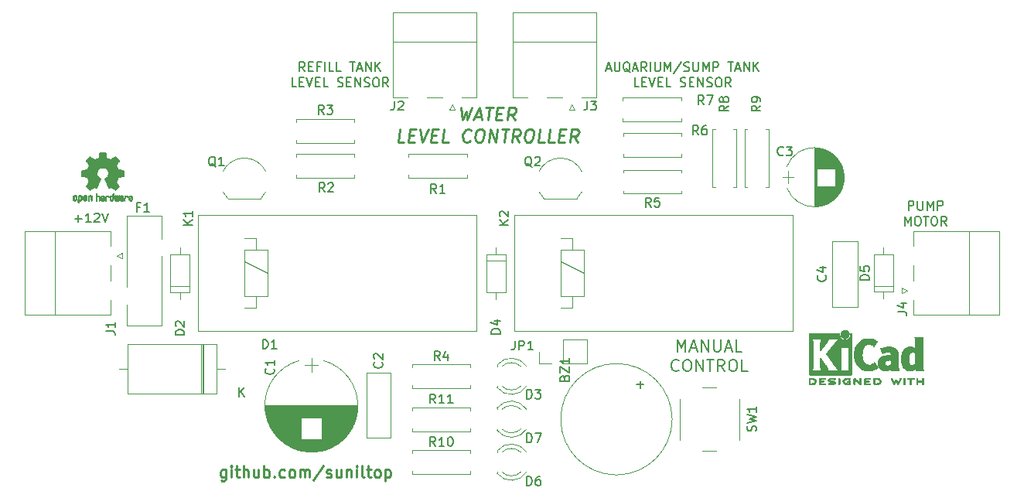
<source format=gto>
G04 #@! TF.GenerationSoftware,KiCad,Pcbnew,(5.1.5)-3*
G04 #@! TF.CreationDate,2020-06-07T19:07:22+03:00*
G04 #@! TF.ProjectId,WaterLevelController_V1,57617465-724c-4657-9665-6c436f6e7472,rev?*
G04 #@! TF.SameCoordinates,Original*
G04 #@! TF.FileFunction,Legend,Top*
G04 #@! TF.FilePolarity,Positive*
%FSLAX46Y46*%
G04 Gerber Fmt 4.6, Leading zero omitted, Abs format (unit mm)*
G04 Created by KiCad (PCBNEW (5.1.5)-3) date 2020-06-07 19:07:22*
%MOMM*%
%LPD*%
G04 APERTURE LIST*
%ADD10C,0.280000*%
%ADD11C,0.200000*%
%ADD12C,0.120000*%
%ADD13C,0.010000*%
%ADD14C,0.150000*%
G04 APERTURE END LIST*
D10*
X118914761Y-121525142D02*
X118914761Y-122537047D01*
X118855238Y-122656095D01*
X118795714Y-122715619D01*
X118676666Y-122775142D01*
X118498095Y-122775142D01*
X118379047Y-122715619D01*
X118914761Y-122298952D02*
X118795714Y-122358476D01*
X118557619Y-122358476D01*
X118438571Y-122298952D01*
X118379047Y-122239428D01*
X118319523Y-122120380D01*
X118319523Y-121763238D01*
X118379047Y-121644190D01*
X118438571Y-121584666D01*
X118557619Y-121525142D01*
X118795714Y-121525142D01*
X118914761Y-121584666D01*
X119510000Y-122358476D02*
X119510000Y-121525142D01*
X119510000Y-121108476D02*
X119450476Y-121168000D01*
X119510000Y-121227523D01*
X119569523Y-121168000D01*
X119510000Y-121108476D01*
X119510000Y-121227523D01*
X119926666Y-121525142D02*
X120402857Y-121525142D01*
X120105238Y-121108476D02*
X120105238Y-122179904D01*
X120164761Y-122298952D01*
X120283809Y-122358476D01*
X120402857Y-122358476D01*
X120819523Y-122358476D02*
X120819523Y-121108476D01*
X121355238Y-122358476D02*
X121355238Y-121703714D01*
X121295714Y-121584666D01*
X121176666Y-121525142D01*
X120998095Y-121525142D01*
X120879047Y-121584666D01*
X120819523Y-121644190D01*
X122486190Y-121525142D02*
X122486190Y-122358476D01*
X121950476Y-121525142D02*
X121950476Y-122179904D01*
X122010000Y-122298952D01*
X122129047Y-122358476D01*
X122307619Y-122358476D01*
X122426666Y-122298952D01*
X122486190Y-122239428D01*
X123081428Y-122358476D02*
X123081428Y-121108476D01*
X123081428Y-121584666D02*
X123200476Y-121525142D01*
X123438571Y-121525142D01*
X123557619Y-121584666D01*
X123617142Y-121644190D01*
X123676666Y-121763238D01*
X123676666Y-122120380D01*
X123617142Y-122239428D01*
X123557619Y-122298952D01*
X123438571Y-122358476D01*
X123200476Y-122358476D01*
X123081428Y-122298952D01*
X124212380Y-122239428D02*
X124271904Y-122298952D01*
X124212380Y-122358476D01*
X124152857Y-122298952D01*
X124212380Y-122239428D01*
X124212380Y-122358476D01*
X125343333Y-122298952D02*
X125224285Y-122358476D01*
X124986190Y-122358476D01*
X124867142Y-122298952D01*
X124807619Y-122239428D01*
X124748095Y-122120380D01*
X124748095Y-121763238D01*
X124807619Y-121644190D01*
X124867142Y-121584666D01*
X124986190Y-121525142D01*
X125224285Y-121525142D01*
X125343333Y-121584666D01*
X126057619Y-122358476D02*
X125938571Y-122298952D01*
X125879047Y-122239428D01*
X125819523Y-122120380D01*
X125819523Y-121763238D01*
X125879047Y-121644190D01*
X125938571Y-121584666D01*
X126057619Y-121525142D01*
X126236190Y-121525142D01*
X126355238Y-121584666D01*
X126414761Y-121644190D01*
X126474285Y-121763238D01*
X126474285Y-122120380D01*
X126414761Y-122239428D01*
X126355238Y-122298952D01*
X126236190Y-122358476D01*
X126057619Y-122358476D01*
X127010000Y-122358476D02*
X127010000Y-121525142D01*
X127010000Y-121644190D02*
X127069523Y-121584666D01*
X127188571Y-121525142D01*
X127367142Y-121525142D01*
X127486190Y-121584666D01*
X127545714Y-121703714D01*
X127545714Y-122358476D01*
X127545714Y-121703714D02*
X127605238Y-121584666D01*
X127724285Y-121525142D01*
X127902857Y-121525142D01*
X128021904Y-121584666D01*
X128081428Y-121703714D01*
X128081428Y-122358476D01*
X129569523Y-121048952D02*
X128498095Y-122656095D01*
X129926666Y-122298952D02*
X130045714Y-122358476D01*
X130283809Y-122358476D01*
X130402857Y-122298952D01*
X130462380Y-122179904D01*
X130462380Y-122120380D01*
X130402857Y-122001333D01*
X130283809Y-121941809D01*
X130105238Y-121941809D01*
X129986190Y-121882285D01*
X129926666Y-121763238D01*
X129926666Y-121703714D01*
X129986190Y-121584666D01*
X130105238Y-121525142D01*
X130283809Y-121525142D01*
X130402857Y-121584666D01*
X131533809Y-121525142D02*
X131533809Y-122358476D01*
X130998095Y-121525142D02*
X130998095Y-122179904D01*
X131057619Y-122298952D01*
X131176666Y-122358476D01*
X131355238Y-122358476D01*
X131474285Y-122298952D01*
X131533809Y-122239428D01*
X132129047Y-121525142D02*
X132129047Y-122358476D01*
X132129047Y-121644190D02*
X132188571Y-121584666D01*
X132307619Y-121525142D01*
X132486190Y-121525142D01*
X132605238Y-121584666D01*
X132664761Y-121703714D01*
X132664761Y-122358476D01*
X133260000Y-122358476D02*
X133260000Y-121525142D01*
X133260000Y-121108476D02*
X133200476Y-121168000D01*
X133260000Y-121227523D01*
X133319523Y-121168000D01*
X133260000Y-121108476D01*
X133260000Y-121227523D01*
X134033809Y-122358476D02*
X133914761Y-122298952D01*
X133855238Y-122179904D01*
X133855238Y-121108476D01*
X134331428Y-121525142D02*
X134807619Y-121525142D01*
X134510000Y-121108476D02*
X134510000Y-122179904D01*
X134569523Y-122298952D01*
X134688571Y-122358476D01*
X134807619Y-122358476D01*
X135402857Y-122358476D02*
X135283809Y-122298952D01*
X135224285Y-122239428D01*
X135164761Y-122120380D01*
X135164761Y-121763238D01*
X135224285Y-121644190D01*
X135283809Y-121584666D01*
X135402857Y-121525142D01*
X135581428Y-121525142D01*
X135700476Y-121584666D01*
X135760000Y-121644190D01*
X135819523Y-121763238D01*
X135819523Y-122120380D01*
X135760000Y-122239428D01*
X135700476Y-122298952D01*
X135581428Y-122358476D01*
X135402857Y-122358476D01*
X136355238Y-121525142D02*
X136355238Y-122775142D01*
X136355238Y-121584666D02*
X136474285Y-121525142D01*
X136712380Y-121525142D01*
X136831428Y-121584666D01*
X136890952Y-121644190D01*
X136950476Y-121763238D01*
X136950476Y-122120380D01*
X136890952Y-122239428D01*
X136831428Y-122298952D01*
X136712380Y-122358476D01*
X136474285Y-122358476D01*
X136355238Y-122298952D01*
X144663666Y-81863333D02*
X144822000Y-83263333D01*
X145213666Y-82263333D01*
X145355333Y-83263333D01*
X145863666Y-81863333D01*
X146205333Y-82863333D02*
X146872000Y-82863333D01*
X146022000Y-83263333D02*
X146663666Y-81863333D01*
X146955333Y-83263333D01*
X147397000Y-81863333D02*
X148197000Y-81863333D01*
X147622000Y-83263333D02*
X147797000Y-81863333D01*
X148580333Y-82530000D02*
X149047000Y-82530000D01*
X149155333Y-83263333D02*
X148488666Y-83263333D01*
X148663666Y-81863333D01*
X149330333Y-81863333D01*
X150555333Y-83263333D02*
X150172000Y-82596666D01*
X149755333Y-83263333D02*
X149930333Y-81863333D01*
X150463666Y-81863333D01*
X150588666Y-81930000D01*
X150647000Y-81996666D01*
X150697000Y-82130000D01*
X150672000Y-82330000D01*
X150588666Y-82463333D01*
X150513666Y-82530000D01*
X150372000Y-82596666D01*
X149838666Y-82596666D01*
X138422000Y-85643333D02*
X137755333Y-85643333D01*
X137930333Y-84243333D01*
X138980333Y-84910000D02*
X139447000Y-84910000D01*
X139555333Y-85643333D02*
X138888666Y-85643333D01*
X139063666Y-84243333D01*
X139730333Y-84243333D01*
X140130333Y-84243333D02*
X140422000Y-85643333D01*
X141063666Y-84243333D01*
X141447000Y-84910000D02*
X141913666Y-84910000D01*
X142022000Y-85643333D02*
X141355333Y-85643333D01*
X141530333Y-84243333D01*
X142197000Y-84243333D01*
X143288666Y-85643333D02*
X142622000Y-85643333D01*
X142797000Y-84243333D01*
X145638666Y-85510000D02*
X145563666Y-85576666D01*
X145355333Y-85643333D01*
X145222000Y-85643333D01*
X145030333Y-85576666D01*
X144913666Y-85443333D01*
X144863666Y-85310000D01*
X144830333Y-85043333D01*
X144855333Y-84843333D01*
X144955333Y-84576666D01*
X145038666Y-84443333D01*
X145188666Y-84310000D01*
X145397000Y-84243333D01*
X145530333Y-84243333D01*
X145722000Y-84310000D01*
X145780333Y-84376666D01*
X146663666Y-84243333D02*
X146930333Y-84243333D01*
X147055333Y-84310000D01*
X147172000Y-84443333D01*
X147205333Y-84710000D01*
X147147000Y-85176666D01*
X147047000Y-85443333D01*
X146897000Y-85576666D01*
X146755333Y-85643333D01*
X146488666Y-85643333D01*
X146363666Y-85576666D01*
X146247000Y-85443333D01*
X146213666Y-85176666D01*
X146272000Y-84710000D01*
X146372000Y-84443333D01*
X146522000Y-84310000D01*
X146663666Y-84243333D01*
X147688666Y-85643333D02*
X147863666Y-84243333D01*
X148488666Y-85643333D01*
X148663666Y-84243333D01*
X149130333Y-84243333D02*
X149930333Y-84243333D01*
X149355333Y-85643333D02*
X149530333Y-84243333D01*
X151022000Y-85643333D02*
X150638666Y-84976666D01*
X150222000Y-85643333D02*
X150397000Y-84243333D01*
X150930333Y-84243333D01*
X151055333Y-84310000D01*
X151113666Y-84376666D01*
X151163666Y-84510000D01*
X151138666Y-84710000D01*
X151055333Y-84843333D01*
X150980333Y-84910000D01*
X150838666Y-84976666D01*
X150305333Y-84976666D01*
X152063666Y-84243333D02*
X152330333Y-84243333D01*
X152455333Y-84310000D01*
X152572000Y-84443333D01*
X152605333Y-84710000D01*
X152547000Y-85176666D01*
X152447000Y-85443333D01*
X152297000Y-85576666D01*
X152155333Y-85643333D01*
X151888666Y-85643333D01*
X151763666Y-85576666D01*
X151647000Y-85443333D01*
X151613666Y-85176666D01*
X151672000Y-84710000D01*
X151772000Y-84443333D01*
X151922000Y-84310000D01*
X152063666Y-84243333D01*
X153755333Y-85643333D02*
X153088666Y-85643333D01*
X153263666Y-84243333D01*
X154888666Y-85643333D02*
X154222000Y-85643333D01*
X154397000Y-84243333D01*
X155447000Y-84910000D02*
X155913666Y-84910000D01*
X156022000Y-85643333D02*
X155355333Y-85643333D01*
X155530333Y-84243333D01*
X156197000Y-84243333D01*
X157422000Y-85643333D02*
X157038666Y-84976666D01*
X156622000Y-85643333D02*
X156797000Y-84243333D01*
X157330333Y-84243333D01*
X157455333Y-84310000D01*
X157513666Y-84376666D01*
X157563666Y-84510000D01*
X157538666Y-84710000D01*
X157455333Y-84843333D01*
X157380333Y-84910000D01*
X157238666Y-84976666D01*
X156705333Y-84976666D01*
D11*
X168364285Y-108606095D02*
X168364285Y-107306095D01*
X168797619Y-108234666D01*
X169230952Y-107306095D01*
X169230952Y-108606095D01*
X169788095Y-108234666D02*
X170407142Y-108234666D01*
X169664285Y-108606095D02*
X170097619Y-107306095D01*
X170530952Y-108606095D01*
X170964285Y-108606095D02*
X170964285Y-107306095D01*
X171707142Y-108606095D01*
X171707142Y-107306095D01*
X172326190Y-107306095D02*
X172326190Y-108358476D01*
X172388095Y-108482285D01*
X172450000Y-108544190D01*
X172573809Y-108606095D01*
X172821428Y-108606095D01*
X172945238Y-108544190D01*
X173007142Y-108482285D01*
X173069047Y-108358476D01*
X173069047Y-107306095D01*
X173626190Y-108234666D02*
X174245238Y-108234666D01*
X173502380Y-108606095D02*
X173935714Y-107306095D01*
X174369047Y-108606095D01*
X175421428Y-108606095D02*
X174802380Y-108606095D01*
X174802380Y-107306095D01*
X168488095Y-110632285D02*
X168426190Y-110694190D01*
X168240476Y-110756095D01*
X168116666Y-110756095D01*
X167930952Y-110694190D01*
X167807142Y-110570380D01*
X167745238Y-110446571D01*
X167683333Y-110198952D01*
X167683333Y-110013238D01*
X167745238Y-109765619D01*
X167807142Y-109641809D01*
X167930952Y-109518000D01*
X168116666Y-109456095D01*
X168240476Y-109456095D01*
X168426190Y-109518000D01*
X168488095Y-109579904D01*
X169292857Y-109456095D02*
X169540476Y-109456095D01*
X169664285Y-109518000D01*
X169788095Y-109641809D01*
X169850000Y-109889428D01*
X169850000Y-110322761D01*
X169788095Y-110570380D01*
X169664285Y-110694190D01*
X169540476Y-110756095D01*
X169292857Y-110756095D01*
X169169047Y-110694190D01*
X169045238Y-110570380D01*
X168983333Y-110322761D01*
X168983333Y-109889428D01*
X169045238Y-109641809D01*
X169169047Y-109518000D01*
X169292857Y-109456095D01*
X170407142Y-110756095D02*
X170407142Y-109456095D01*
X171150000Y-110756095D01*
X171150000Y-109456095D01*
X171583333Y-109456095D02*
X172326190Y-109456095D01*
X171954761Y-110756095D02*
X171954761Y-109456095D01*
X173502380Y-110756095D02*
X173069047Y-110137047D01*
X172759523Y-110756095D02*
X172759523Y-109456095D01*
X173254761Y-109456095D01*
X173378571Y-109518000D01*
X173440476Y-109579904D01*
X173502380Y-109703714D01*
X173502380Y-109889428D01*
X173440476Y-110013238D01*
X173378571Y-110075142D01*
X173254761Y-110137047D01*
X172759523Y-110137047D01*
X174307142Y-109456095D02*
X174554761Y-109456095D01*
X174678571Y-109518000D01*
X174802380Y-109641809D01*
X174864285Y-109889428D01*
X174864285Y-110322761D01*
X174802380Y-110570380D01*
X174678571Y-110694190D01*
X174554761Y-110756095D01*
X174307142Y-110756095D01*
X174183333Y-110694190D01*
X174059523Y-110570380D01*
X173997619Y-110322761D01*
X173997619Y-109889428D01*
X174059523Y-109641809D01*
X174183333Y-109518000D01*
X174307142Y-109456095D01*
X176040476Y-110756095D02*
X175421428Y-110756095D01*
X175421428Y-109456095D01*
X193642857Y-93102380D02*
X193642857Y-92102380D01*
X194023809Y-92102380D01*
X194119047Y-92150000D01*
X194166666Y-92197619D01*
X194214285Y-92292857D01*
X194214285Y-92435714D01*
X194166666Y-92530952D01*
X194119047Y-92578571D01*
X194023809Y-92626190D01*
X193642857Y-92626190D01*
X194642857Y-92102380D02*
X194642857Y-92911904D01*
X194690476Y-93007142D01*
X194738095Y-93054761D01*
X194833333Y-93102380D01*
X195023809Y-93102380D01*
X195119047Y-93054761D01*
X195166666Y-93007142D01*
X195214285Y-92911904D01*
X195214285Y-92102380D01*
X195690476Y-93102380D02*
X195690476Y-92102380D01*
X196023809Y-92816666D01*
X196357142Y-92102380D01*
X196357142Y-93102380D01*
X196833333Y-93102380D02*
X196833333Y-92102380D01*
X197214285Y-92102380D01*
X197309523Y-92150000D01*
X197357142Y-92197619D01*
X197404761Y-92292857D01*
X197404761Y-92435714D01*
X197357142Y-92530952D01*
X197309523Y-92578571D01*
X197214285Y-92626190D01*
X196833333Y-92626190D01*
X193238095Y-94802380D02*
X193238095Y-93802380D01*
X193571428Y-94516666D01*
X193904761Y-93802380D01*
X193904761Y-94802380D01*
X194571428Y-93802380D02*
X194761904Y-93802380D01*
X194857142Y-93850000D01*
X194952380Y-93945238D01*
X195000000Y-94135714D01*
X195000000Y-94469047D01*
X194952380Y-94659523D01*
X194857142Y-94754761D01*
X194761904Y-94802380D01*
X194571428Y-94802380D01*
X194476190Y-94754761D01*
X194380952Y-94659523D01*
X194333333Y-94469047D01*
X194333333Y-94135714D01*
X194380952Y-93945238D01*
X194476190Y-93850000D01*
X194571428Y-93802380D01*
X195285714Y-93802380D02*
X195857142Y-93802380D01*
X195571428Y-94802380D02*
X195571428Y-93802380D01*
X196380952Y-93802380D02*
X196571428Y-93802380D01*
X196666666Y-93850000D01*
X196761904Y-93945238D01*
X196809523Y-94135714D01*
X196809523Y-94469047D01*
X196761904Y-94659523D01*
X196666666Y-94754761D01*
X196571428Y-94802380D01*
X196380952Y-94802380D01*
X196285714Y-94754761D01*
X196190476Y-94659523D01*
X196142857Y-94469047D01*
X196142857Y-94135714D01*
X196190476Y-93945238D01*
X196285714Y-93850000D01*
X196380952Y-93802380D01*
X197809523Y-94802380D02*
X197476190Y-94326190D01*
X197238095Y-94802380D02*
X197238095Y-93802380D01*
X197619047Y-93802380D01*
X197714285Y-93850000D01*
X197761904Y-93897619D01*
X197809523Y-93992857D01*
X197809523Y-94135714D01*
X197761904Y-94230952D01*
X197714285Y-94278571D01*
X197619047Y-94326190D01*
X197238095Y-94326190D01*
X102378095Y-94051428D02*
X103140000Y-94051428D01*
X102759047Y-94432380D02*
X102759047Y-93670476D01*
X104140000Y-94432380D02*
X103568571Y-94432380D01*
X103854285Y-94432380D02*
X103854285Y-93432380D01*
X103759047Y-93575238D01*
X103663809Y-93670476D01*
X103568571Y-93718095D01*
X104520952Y-93527619D02*
X104568571Y-93480000D01*
X104663809Y-93432380D01*
X104901904Y-93432380D01*
X104997142Y-93480000D01*
X105044761Y-93527619D01*
X105092380Y-93622857D01*
X105092380Y-93718095D01*
X105044761Y-93860952D01*
X104473333Y-94432380D01*
X105092380Y-94432380D01*
X105378095Y-93432380D02*
X105711428Y-94432380D01*
X106044761Y-93432380D01*
X160552857Y-77616666D02*
X161029047Y-77616666D01*
X160457619Y-77902380D02*
X160790952Y-76902380D01*
X161124285Y-77902380D01*
X161457619Y-76902380D02*
X161457619Y-77711904D01*
X161505238Y-77807142D01*
X161552857Y-77854761D01*
X161648095Y-77902380D01*
X161838571Y-77902380D01*
X161933809Y-77854761D01*
X161981428Y-77807142D01*
X162029047Y-77711904D01*
X162029047Y-76902380D01*
X163171904Y-77997619D02*
X163076666Y-77950000D01*
X162981428Y-77854761D01*
X162838571Y-77711904D01*
X162743333Y-77664285D01*
X162648095Y-77664285D01*
X162695714Y-77902380D02*
X162600476Y-77854761D01*
X162505238Y-77759523D01*
X162457619Y-77569047D01*
X162457619Y-77235714D01*
X162505238Y-77045238D01*
X162600476Y-76950000D01*
X162695714Y-76902380D01*
X162886190Y-76902380D01*
X162981428Y-76950000D01*
X163076666Y-77045238D01*
X163124285Y-77235714D01*
X163124285Y-77569047D01*
X163076666Y-77759523D01*
X162981428Y-77854761D01*
X162886190Y-77902380D01*
X162695714Y-77902380D01*
X163505238Y-77616666D02*
X163981428Y-77616666D01*
X163410000Y-77902380D02*
X163743333Y-76902380D01*
X164076666Y-77902380D01*
X164981428Y-77902380D02*
X164648095Y-77426190D01*
X164410000Y-77902380D02*
X164410000Y-76902380D01*
X164790952Y-76902380D01*
X164886190Y-76950000D01*
X164933809Y-76997619D01*
X164981428Y-77092857D01*
X164981428Y-77235714D01*
X164933809Y-77330952D01*
X164886190Y-77378571D01*
X164790952Y-77426190D01*
X164410000Y-77426190D01*
X165410000Y-77902380D02*
X165410000Y-76902380D01*
X165886190Y-76902380D02*
X165886190Y-77711904D01*
X165933809Y-77807142D01*
X165981428Y-77854761D01*
X166076666Y-77902380D01*
X166267142Y-77902380D01*
X166362380Y-77854761D01*
X166410000Y-77807142D01*
X166457619Y-77711904D01*
X166457619Y-76902380D01*
X166933809Y-77902380D02*
X166933809Y-76902380D01*
X167267142Y-77616666D01*
X167600476Y-76902380D01*
X167600476Y-77902380D01*
X168790952Y-76854761D02*
X167933809Y-78140476D01*
X169076666Y-77854761D02*
X169219523Y-77902380D01*
X169457619Y-77902380D01*
X169552857Y-77854761D01*
X169600476Y-77807142D01*
X169648095Y-77711904D01*
X169648095Y-77616666D01*
X169600476Y-77521428D01*
X169552857Y-77473809D01*
X169457619Y-77426190D01*
X169267142Y-77378571D01*
X169171904Y-77330952D01*
X169124285Y-77283333D01*
X169076666Y-77188095D01*
X169076666Y-77092857D01*
X169124285Y-76997619D01*
X169171904Y-76950000D01*
X169267142Y-76902380D01*
X169505238Y-76902380D01*
X169648095Y-76950000D01*
X170076666Y-76902380D02*
X170076666Y-77711904D01*
X170124285Y-77807142D01*
X170171904Y-77854761D01*
X170267142Y-77902380D01*
X170457619Y-77902380D01*
X170552857Y-77854761D01*
X170600476Y-77807142D01*
X170648095Y-77711904D01*
X170648095Y-76902380D01*
X171124285Y-77902380D02*
X171124285Y-76902380D01*
X171457619Y-77616666D01*
X171790952Y-76902380D01*
X171790952Y-77902380D01*
X172267142Y-77902380D02*
X172267142Y-76902380D01*
X172648095Y-76902380D01*
X172743333Y-76950000D01*
X172790952Y-76997619D01*
X172838571Y-77092857D01*
X172838571Y-77235714D01*
X172790952Y-77330952D01*
X172743333Y-77378571D01*
X172648095Y-77426190D01*
X172267142Y-77426190D01*
X173886190Y-76902380D02*
X174457619Y-76902380D01*
X174171904Y-77902380D02*
X174171904Y-76902380D01*
X174743333Y-77616666D02*
X175219523Y-77616666D01*
X174648095Y-77902380D02*
X174981428Y-76902380D01*
X175314761Y-77902380D01*
X175648095Y-77902380D02*
X175648095Y-76902380D01*
X176219523Y-77902380D01*
X176219523Y-76902380D01*
X176695714Y-77902380D02*
X176695714Y-76902380D01*
X177267142Y-77902380D02*
X176838571Y-77330952D01*
X177267142Y-76902380D02*
X176695714Y-77473809D01*
X164148095Y-79602380D02*
X163671904Y-79602380D01*
X163671904Y-78602380D01*
X164481428Y-79078571D02*
X164814761Y-79078571D01*
X164957619Y-79602380D02*
X164481428Y-79602380D01*
X164481428Y-78602380D01*
X164957619Y-78602380D01*
X165243333Y-78602380D02*
X165576666Y-79602380D01*
X165910000Y-78602380D01*
X166243333Y-79078571D02*
X166576666Y-79078571D01*
X166719523Y-79602380D02*
X166243333Y-79602380D01*
X166243333Y-78602380D01*
X166719523Y-78602380D01*
X167624285Y-79602380D02*
X167148095Y-79602380D01*
X167148095Y-78602380D01*
X168671904Y-79554761D02*
X168814761Y-79602380D01*
X169052857Y-79602380D01*
X169148095Y-79554761D01*
X169195714Y-79507142D01*
X169243333Y-79411904D01*
X169243333Y-79316666D01*
X169195714Y-79221428D01*
X169148095Y-79173809D01*
X169052857Y-79126190D01*
X168862380Y-79078571D01*
X168767142Y-79030952D01*
X168719523Y-78983333D01*
X168671904Y-78888095D01*
X168671904Y-78792857D01*
X168719523Y-78697619D01*
X168767142Y-78650000D01*
X168862380Y-78602380D01*
X169100476Y-78602380D01*
X169243333Y-78650000D01*
X169671904Y-79078571D02*
X170005238Y-79078571D01*
X170148095Y-79602380D02*
X169671904Y-79602380D01*
X169671904Y-78602380D01*
X170148095Y-78602380D01*
X170576666Y-79602380D02*
X170576666Y-78602380D01*
X171148095Y-79602380D01*
X171148095Y-78602380D01*
X171576666Y-79554761D02*
X171719523Y-79602380D01*
X171957619Y-79602380D01*
X172052857Y-79554761D01*
X172100476Y-79507142D01*
X172148095Y-79411904D01*
X172148095Y-79316666D01*
X172100476Y-79221428D01*
X172052857Y-79173809D01*
X171957619Y-79126190D01*
X171767142Y-79078571D01*
X171671904Y-79030952D01*
X171624285Y-78983333D01*
X171576666Y-78888095D01*
X171576666Y-78792857D01*
X171624285Y-78697619D01*
X171671904Y-78650000D01*
X171767142Y-78602380D01*
X172005238Y-78602380D01*
X172148095Y-78650000D01*
X172767142Y-78602380D02*
X172957619Y-78602380D01*
X173052857Y-78650000D01*
X173148095Y-78745238D01*
X173195714Y-78935714D01*
X173195714Y-79269047D01*
X173148095Y-79459523D01*
X173052857Y-79554761D01*
X172957619Y-79602380D01*
X172767142Y-79602380D01*
X172671904Y-79554761D01*
X172576666Y-79459523D01*
X172529047Y-79269047D01*
X172529047Y-78935714D01*
X172576666Y-78745238D01*
X172671904Y-78650000D01*
X172767142Y-78602380D01*
X174195714Y-79602380D02*
X173862380Y-79126190D01*
X173624285Y-79602380D02*
X173624285Y-78602380D01*
X174005238Y-78602380D01*
X174100476Y-78650000D01*
X174148095Y-78697619D01*
X174195714Y-78792857D01*
X174195714Y-78935714D01*
X174148095Y-79030952D01*
X174100476Y-79078571D01*
X174005238Y-79126190D01*
X173624285Y-79126190D01*
X127566666Y-77902380D02*
X127233333Y-77426190D01*
X126995238Y-77902380D02*
X126995238Y-76902380D01*
X127376190Y-76902380D01*
X127471428Y-76950000D01*
X127519047Y-76997619D01*
X127566666Y-77092857D01*
X127566666Y-77235714D01*
X127519047Y-77330952D01*
X127471428Y-77378571D01*
X127376190Y-77426190D01*
X126995238Y-77426190D01*
X127995238Y-77378571D02*
X128328571Y-77378571D01*
X128471428Y-77902380D02*
X127995238Y-77902380D01*
X127995238Y-76902380D01*
X128471428Y-76902380D01*
X129233333Y-77378571D02*
X128900000Y-77378571D01*
X128900000Y-77902380D02*
X128900000Y-76902380D01*
X129376190Y-76902380D01*
X129757142Y-77902380D02*
X129757142Y-76902380D01*
X130709523Y-77902380D02*
X130233333Y-77902380D01*
X130233333Y-76902380D01*
X131519047Y-77902380D02*
X131042857Y-77902380D01*
X131042857Y-76902380D01*
X132471428Y-76902380D02*
X133042857Y-76902380D01*
X132757142Y-77902380D02*
X132757142Y-76902380D01*
X133328571Y-77616666D02*
X133804761Y-77616666D01*
X133233333Y-77902380D02*
X133566666Y-76902380D01*
X133900000Y-77902380D01*
X134233333Y-77902380D02*
X134233333Y-76902380D01*
X134804761Y-77902380D01*
X134804761Y-76902380D01*
X135280952Y-77902380D02*
X135280952Y-76902380D01*
X135852380Y-77902380D02*
X135423809Y-77330952D01*
X135852380Y-76902380D02*
X135280952Y-77473809D01*
X126638095Y-79602380D02*
X126161904Y-79602380D01*
X126161904Y-78602380D01*
X126971428Y-79078571D02*
X127304761Y-79078571D01*
X127447619Y-79602380D02*
X126971428Y-79602380D01*
X126971428Y-78602380D01*
X127447619Y-78602380D01*
X127733333Y-78602380D02*
X128066666Y-79602380D01*
X128400000Y-78602380D01*
X128733333Y-79078571D02*
X129066666Y-79078571D01*
X129209523Y-79602380D02*
X128733333Y-79602380D01*
X128733333Y-78602380D01*
X129209523Y-78602380D01*
X130114285Y-79602380D02*
X129638095Y-79602380D01*
X129638095Y-78602380D01*
X131161904Y-79554761D02*
X131304761Y-79602380D01*
X131542857Y-79602380D01*
X131638095Y-79554761D01*
X131685714Y-79507142D01*
X131733333Y-79411904D01*
X131733333Y-79316666D01*
X131685714Y-79221428D01*
X131638095Y-79173809D01*
X131542857Y-79126190D01*
X131352380Y-79078571D01*
X131257142Y-79030952D01*
X131209523Y-78983333D01*
X131161904Y-78888095D01*
X131161904Y-78792857D01*
X131209523Y-78697619D01*
X131257142Y-78650000D01*
X131352380Y-78602380D01*
X131590476Y-78602380D01*
X131733333Y-78650000D01*
X132161904Y-79078571D02*
X132495238Y-79078571D01*
X132638095Y-79602380D02*
X132161904Y-79602380D01*
X132161904Y-78602380D01*
X132638095Y-78602380D01*
X133066666Y-79602380D02*
X133066666Y-78602380D01*
X133638095Y-79602380D01*
X133638095Y-78602380D01*
X134066666Y-79554761D02*
X134209523Y-79602380D01*
X134447619Y-79602380D01*
X134542857Y-79554761D01*
X134590476Y-79507142D01*
X134638095Y-79411904D01*
X134638095Y-79316666D01*
X134590476Y-79221428D01*
X134542857Y-79173809D01*
X134447619Y-79126190D01*
X134257142Y-79078571D01*
X134161904Y-79030952D01*
X134114285Y-78983333D01*
X134066666Y-78888095D01*
X134066666Y-78792857D01*
X134114285Y-78697619D01*
X134161904Y-78650000D01*
X134257142Y-78602380D01*
X134495238Y-78602380D01*
X134638095Y-78650000D01*
X135257142Y-78602380D02*
X135447619Y-78602380D01*
X135542857Y-78650000D01*
X135638095Y-78745238D01*
X135685714Y-78935714D01*
X135685714Y-79269047D01*
X135638095Y-79459523D01*
X135542857Y-79554761D01*
X135447619Y-79602380D01*
X135257142Y-79602380D01*
X135161904Y-79554761D01*
X135066666Y-79459523D01*
X135019047Y-79269047D01*
X135019047Y-78935714D01*
X135066666Y-78745238D01*
X135161904Y-78650000D01*
X135257142Y-78602380D01*
X136685714Y-79602380D02*
X136352380Y-79126190D01*
X136114285Y-79602380D02*
X136114285Y-78602380D01*
X136495238Y-78602380D01*
X136590476Y-78650000D01*
X136638095Y-78697619D01*
X136685714Y-78792857D01*
X136685714Y-78935714D01*
X136638095Y-79030952D01*
X136590476Y-79078571D01*
X136495238Y-79126190D01*
X136114285Y-79126190D01*
D12*
X117900000Y-113210000D02*
X117900000Y-107770000D01*
X117900000Y-107770000D02*
X108160000Y-107770000D01*
X108160000Y-107770000D02*
X108160000Y-113210000D01*
X108160000Y-113210000D02*
X117900000Y-113210000D01*
X118810000Y-110490000D02*
X117900000Y-110490000D01*
X107250000Y-110490000D02*
X108160000Y-110490000D01*
X116355000Y-113210000D02*
X116355000Y-107770000D01*
X116235000Y-113210000D02*
X116235000Y-107770000D01*
X116475000Y-113210000D02*
X116475000Y-107770000D01*
X108067600Y-105762000D02*
X108067600Y-103462000D01*
X108067600Y-93762000D02*
X111861600Y-93762000D01*
X108067600Y-105762000D02*
X111861600Y-105762000D01*
X111861600Y-96266000D02*
X111861600Y-93762000D01*
X111861600Y-105762000D02*
X111861600Y-98140000D01*
X108067600Y-101483000D02*
X108067600Y-93762000D01*
D13*
G36*
X103009744Y-91454918D02*
G01*
X103065201Y-91482568D01*
X103114148Y-91533480D01*
X103127629Y-91552338D01*
X103142314Y-91577015D01*
X103151842Y-91603816D01*
X103157293Y-91639587D01*
X103159747Y-91691169D01*
X103160286Y-91759267D01*
X103157852Y-91852588D01*
X103149394Y-91922657D01*
X103133174Y-91974931D01*
X103107454Y-92014869D01*
X103070497Y-92047929D01*
X103067782Y-92049886D01*
X103031360Y-92069908D01*
X102987502Y-92079815D01*
X102931724Y-92082257D01*
X102841048Y-92082257D01*
X102841010Y-92170283D01*
X102840166Y-92219308D01*
X102835024Y-92248065D01*
X102821587Y-92265311D01*
X102795858Y-92279808D01*
X102789679Y-92282769D01*
X102760764Y-92296648D01*
X102738376Y-92305414D01*
X102721729Y-92306171D01*
X102710036Y-92296023D01*
X102702510Y-92272073D01*
X102698366Y-92231426D01*
X102696815Y-92171186D01*
X102697071Y-92088455D01*
X102698349Y-91980339D01*
X102698748Y-91948000D01*
X102700185Y-91836524D01*
X102701472Y-91763603D01*
X102840971Y-91763603D01*
X102841755Y-91825499D01*
X102845240Y-91865997D01*
X102853124Y-91892708D01*
X102867105Y-91913244D01*
X102876597Y-91923260D01*
X102915404Y-91952567D01*
X102949763Y-91954952D01*
X102985216Y-91930750D01*
X102986114Y-91929857D01*
X103000539Y-91911153D01*
X103009313Y-91885732D01*
X103013739Y-91846584D01*
X103015118Y-91786697D01*
X103015143Y-91773430D01*
X103011812Y-91690901D01*
X103000969Y-91633691D01*
X102981340Y-91598766D01*
X102951650Y-91583094D01*
X102934491Y-91581514D01*
X102893766Y-91588926D01*
X102865832Y-91613330D01*
X102849017Y-91657980D01*
X102841650Y-91726130D01*
X102840971Y-91763603D01*
X102701472Y-91763603D01*
X102701708Y-91750245D01*
X102703677Y-91685333D01*
X102706450Y-91637958D01*
X102710388Y-91604290D01*
X102715849Y-91580498D01*
X102723192Y-91562753D01*
X102732777Y-91547224D01*
X102736887Y-91541381D01*
X102791405Y-91486185D01*
X102860336Y-91454890D01*
X102940072Y-91446165D01*
X103009744Y-91454918D01*
G37*
X103009744Y-91454918D02*
X103065201Y-91482568D01*
X103114148Y-91533480D01*
X103127629Y-91552338D01*
X103142314Y-91577015D01*
X103151842Y-91603816D01*
X103157293Y-91639587D01*
X103159747Y-91691169D01*
X103160286Y-91759267D01*
X103157852Y-91852588D01*
X103149394Y-91922657D01*
X103133174Y-91974931D01*
X103107454Y-92014869D01*
X103070497Y-92047929D01*
X103067782Y-92049886D01*
X103031360Y-92069908D01*
X102987502Y-92079815D01*
X102931724Y-92082257D01*
X102841048Y-92082257D01*
X102841010Y-92170283D01*
X102840166Y-92219308D01*
X102835024Y-92248065D01*
X102821587Y-92265311D01*
X102795858Y-92279808D01*
X102789679Y-92282769D01*
X102760764Y-92296648D01*
X102738376Y-92305414D01*
X102721729Y-92306171D01*
X102710036Y-92296023D01*
X102702510Y-92272073D01*
X102698366Y-92231426D01*
X102696815Y-92171186D01*
X102697071Y-92088455D01*
X102698349Y-91980339D01*
X102698748Y-91948000D01*
X102700185Y-91836524D01*
X102701472Y-91763603D01*
X102840971Y-91763603D01*
X102841755Y-91825499D01*
X102845240Y-91865997D01*
X102853124Y-91892708D01*
X102867105Y-91913244D01*
X102876597Y-91923260D01*
X102915404Y-91952567D01*
X102949763Y-91954952D01*
X102985216Y-91930750D01*
X102986114Y-91929857D01*
X103000539Y-91911153D01*
X103009313Y-91885732D01*
X103013739Y-91846584D01*
X103015118Y-91786697D01*
X103015143Y-91773430D01*
X103011812Y-91690901D01*
X103000969Y-91633691D01*
X102981340Y-91598766D01*
X102951650Y-91583094D01*
X102934491Y-91581514D01*
X102893766Y-91588926D01*
X102865832Y-91613330D01*
X102849017Y-91657980D01*
X102841650Y-91726130D01*
X102840971Y-91763603D01*
X102701472Y-91763603D01*
X102701708Y-91750245D01*
X102703677Y-91685333D01*
X102706450Y-91637958D01*
X102710388Y-91604290D01*
X102715849Y-91580498D01*
X102723192Y-91562753D01*
X102732777Y-91547224D01*
X102736887Y-91541381D01*
X102791405Y-91486185D01*
X102860336Y-91454890D01*
X102940072Y-91446165D01*
X103009744Y-91454918D01*
G36*
X104126093Y-91462780D02*
G01*
X104172672Y-91489723D01*
X104205057Y-91516466D01*
X104228742Y-91544484D01*
X104245059Y-91578748D01*
X104255339Y-91624227D01*
X104260914Y-91685892D01*
X104263116Y-91768711D01*
X104263371Y-91828246D01*
X104263371Y-92047391D01*
X104201686Y-92075044D01*
X104140000Y-92102697D01*
X104132743Y-91862670D01*
X104129744Y-91773028D01*
X104126598Y-91707962D01*
X104122701Y-91663026D01*
X104117447Y-91633770D01*
X104110231Y-91615748D01*
X104100450Y-91604511D01*
X104097312Y-91602079D01*
X104049761Y-91583083D01*
X104001697Y-91590600D01*
X103973086Y-91610543D01*
X103961447Y-91624675D01*
X103953391Y-91643220D01*
X103948271Y-91671334D01*
X103945441Y-91714173D01*
X103944256Y-91776895D01*
X103944057Y-91842261D01*
X103944018Y-91924268D01*
X103942614Y-91982316D01*
X103937914Y-92021465D01*
X103927987Y-92046780D01*
X103910903Y-92063323D01*
X103884732Y-92076156D01*
X103849775Y-92089491D01*
X103811596Y-92104007D01*
X103816141Y-91846389D01*
X103817971Y-91753519D01*
X103820112Y-91684889D01*
X103823181Y-91635711D01*
X103827794Y-91601198D01*
X103834568Y-91576562D01*
X103844119Y-91557016D01*
X103855634Y-91539770D01*
X103911190Y-91484680D01*
X103978980Y-91452822D01*
X104052713Y-91445191D01*
X104126093Y-91462780D01*
G37*
X104126093Y-91462780D02*
X104172672Y-91489723D01*
X104205057Y-91516466D01*
X104228742Y-91544484D01*
X104245059Y-91578748D01*
X104255339Y-91624227D01*
X104260914Y-91685892D01*
X104263116Y-91768711D01*
X104263371Y-91828246D01*
X104263371Y-92047391D01*
X104201686Y-92075044D01*
X104140000Y-92102697D01*
X104132743Y-91862670D01*
X104129744Y-91773028D01*
X104126598Y-91707962D01*
X104122701Y-91663026D01*
X104117447Y-91633770D01*
X104110231Y-91615748D01*
X104100450Y-91604511D01*
X104097312Y-91602079D01*
X104049761Y-91583083D01*
X104001697Y-91590600D01*
X103973086Y-91610543D01*
X103961447Y-91624675D01*
X103953391Y-91643220D01*
X103948271Y-91671334D01*
X103945441Y-91714173D01*
X103944256Y-91776895D01*
X103944057Y-91842261D01*
X103944018Y-91924268D01*
X103942614Y-91982316D01*
X103937914Y-92021465D01*
X103927987Y-92046780D01*
X103910903Y-92063323D01*
X103884732Y-92076156D01*
X103849775Y-92089491D01*
X103811596Y-92104007D01*
X103816141Y-91846389D01*
X103817971Y-91753519D01*
X103820112Y-91684889D01*
X103823181Y-91635711D01*
X103827794Y-91601198D01*
X103834568Y-91576562D01*
X103844119Y-91557016D01*
X103855634Y-91539770D01*
X103911190Y-91484680D01*
X103978980Y-91452822D01*
X104052713Y-91445191D01*
X104126093Y-91462780D01*
G36*
X102451115Y-91456962D02*
G01*
X102519145Y-91492733D01*
X102569351Y-91550301D01*
X102587185Y-91587312D01*
X102601063Y-91642882D01*
X102608167Y-91713096D01*
X102608840Y-91789727D01*
X102603427Y-91864552D01*
X102592270Y-91929342D01*
X102575714Y-91975873D01*
X102570626Y-91983887D01*
X102510355Y-92043707D01*
X102438769Y-92079535D01*
X102361092Y-92090020D01*
X102282548Y-92073810D01*
X102260689Y-92064092D01*
X102218122Y-92034143D01*
X102180763Y-91994433D01*
X102177232Y-91989397D01*
X102162881Y-91965124D01*
X102153394Y-91939178D01*
X102147790Y-91905022D01*
X102145086Y-91856119D01*
X102144299Y-91785935D01*
X102144286Y-91770200D01*
X102144322Y-91765192D01*
X102289429Y-91765192D01*
X102290273Y-91831430D01*
X102293596Y-91875386D01*
X102300583Y-91903779D01*
X102312416Y-91923325D01*
X102318457Y-91929857D01*
X102353186Y-91954680D01*
X102386903Y-91953548D01*
X102420995Y-91932016D01*
X102441329Y-91909029D01*
X102453371Y-91875478D01*
X102460134Y-91822569D01*
X102460598Y-91816399D01*
X102461752Y-91720513D01*
X102449688Y-91649299D01*
X102424570Y-91603194D01*
X102386560Y-91582635D01*
X102372992Y-91581514D01*
X102337364Y-91587152D01*
X102312994Y-91606686D01*
X102298093Y-91644042D01*
X102290875Y-91703150D01*
X102289429Y-91765192D01*
X102144322Y-91765192D01*
X102144826Y-91695413D01*
X102147096Y-91643159D01*
X102152068Y-91606949D01*
X102160713Y-91580299D01*
X102174005Y-91556722D01*
X102176943Y-91552338D01*
X102226313Y-91493249D01*
X102280109Y-91458947D01*
X102345602Y-91445331D01*
X102367842Y-91444665D01*
X102451115Y-91456962D01*
G37*
X102451115Y-91456962D02*
X102519145Y-91492733D01*
X102569351Y-91550301D01*
X102587185Y-91587312D01*
X102601063Y-91642882D01*
X102608167Y-91713096D01*
X102608840Y-91789727D01*
X102603427Y-91864552D01*
X102592270Y-91929342D01*
X102575714Y-91975873D01*
X102570626Y-91983887D01*
X102510355Y-92043707D01*
X102438769Y-92079535D01*
X102361092Y-92090020D01*
X102282548Y-92073810D01*
X102260689Y-92064092D01*
X102218122Y-92034143D01*
X102180763Y-91994433D01*
X102177232Y-91989397D01*
X102162881Y-91965124D01*
X102153394Y-91939178D01*
X102147790Y-91905022D01*
X102145086Y-91856119D01*
X102144299Y-91785935D01*
X102144286Y-91770200D01*
X102144322Y-91765192D01*
X102289429Y-91765192D01*
X102290273Y-91831430D01*
X102293596Y-91875386D01*
X102300583Y-91903779D01*
X102312416Y-91923325D01*
X102318457Y-91929857D01*
X102353186Y-91954680D01*
X102386903Y-91953548D01*
X102420995Y-91932016D01*
X102441329Y-91909029D01*
X102453371Y-91875478D01*
X102460134Y-91822569D01*
X102460598Y-91816399D01*
X102461752Y-91720513D01*
X102449688Y-91649299D01*
X102424570Y-91603194D01*
X102386560Y-91582635D01*
X102372992Y-91581514D01*
X102337364Y-91587152D01*
X102312994Y-91606686D01*
X102298093Y-91644042D01*
X102290875Y-91703150D01*
X102289429Y-91765192D01*
X102144322Y-91765192D01*
X102144826Y-91695413D01*
X102147096Y-91643159D01*
X102152068Y-91606949D01*
X102160713Y-91580299D01*
X102174005Y-91556722D01*
X102176943Y-91552338D01*
X102226313Y-91493249D01*
X102280109Y-91458947D01*
X102345602Y-91445331D01*
X102367842Y-91444665D01*
X102451115Y-91456962D01*
G36*
X103578303Y-91466239D02*
G01*
X103635527Y-91504735D01*
X103679749Y-91560335D01*
X103706167Y-91631086D01*
X103711510Y-91683162D01*
X103710903Y-91704893D01*
X103705822Y-91721531D01*
X103691855Y-91736437D01*
X103664589Y-91752973D01*
X103619612Y-91774498D01*
X103552511Y-91804374D01*
X103552171Y-91804524D01*
X103490407Y-91832813D01*
X103439759Y-91857933D01*
X103405404Y-91877179D01*
X103392518Y-91887848D01*
X103392514Y-91887934D01*
X103403872Y-91911166D01*
X103430431Y-91936774D01*
X103460923Y-91955221D01*
X103476370Y-91958886D01*
X103518515Y-91946212D01*
X103554808Y-91914471D01*
X103572517Y-91879572D01*
X103589552Y-91853845D01*
X103622922Y-91824546D01*
X103662149Y-91799235D01*
X103696756Y-91785471D01*
X103703993Y-91784714D01*
X103712139Y-91797160D01*
X103712630Y-91828972D01*
X103706643Y-91871866D01*
X103695357Y-91917558D01*
X103679950Y-91957761D01*
X103679171Y-91959322D01*
X103632804Y-92024062D01*
X103572711Y-92068097D01*
X103504465Y-92089711D01*
X103433638Y-92087185D01*
X103365804Y-92058804D01*
X103362788Y-92056808D01*
X103309427Y-92008448D01*
X103274340Y-91945352D01*
X103254922Y-91862387D01*
X103252316Y-91839078D01*
X103247701Y-91729055D01*
X103253233Y-91677748D01*
X103392514Y-91677748D01*
X103394324Y-91709753D01*
X103404222Y-91719093D01*
X103428898Y-91712105D01*
X103467795Y-91695587D01*
X103511275Y-91674881D01*
X103512356Y-91674333D01*
X103549209Y-91654949D01*
X103564000Y-91642013D01*
X103560353Y-91628451D01*
X103544995Y-91610632D01*
X103505923Y-91584845D01*
X103463846Y-91582950D01*
X103426103Y-91601717D01*
X103400034Y-91637915D01*
X103392514Y-91677748D01*
X103253233Y-91677748D01*
X103257194Y-91641027D01*
X103281550Y-91571212D01*
X103315456Y-91522302D01*
X103376653Y-91472878D01*
X103444063Y-91448359D01*
X103512880Y-91446797D01*
X103578303Y-91466239D01*
G37*
X103578303Y-91466239D02*
X103635527Y-91504735D01*
X103679749Y-91560335D01*
X103706167Y-91631086D01*
X103711510Y-91683162D01*
X103710903Y-91704893D01*
X103705822Y-91721531D01*
X103691855Y-91736437D01*
X103664589Y-91752973D01*
X103619612Y-91774498D01*
X103552511Y-91804374D01*
X103552171Y-91804524D01*
X103490407Y-91832813D01*
X103439759Y-91857933D01*
X103405404Y-91877179D01*
X103392518Y-91887848D01*
X103392514Y-91887934D01*
X103403872Y-91911166D01*
X103430431Y-91936774D01*
X103460923Y-91955221D01*
X103476370Y-91958886D01*
X103518515Y-91946212D01*
X103554808Y-91914471D01*
X103572517Y-91879572D01*
X103589552Y-91853845D01*
X103622922Y-91824546D01*
X103662149Y-91799235D01*
X103696756Y-91785471D01*
X103703993Y-91784714D01*
X103712139Y-91797160D01*
X103712630Y-91828972D01*
X103706643Y-91871866D01*
X103695357Y-91917558D01*
X103679950Y-91957761D01*
X103679171Y-91959322D01*
X103632804Y-92024062D01*
X103572711Y-92068097D01*
X103504465Y-92089711D01*
X103433638Y-92087185D01*
X103365804Y-92058804D01*
X103362788Y-92056808D01*
X103309427Y-92008448D01*
X103274340Y-91945352D01*
X103254922Y-91862387D01*
X103252316Y-91839078D01*
X103247701Y-91729055D01*
X103253233Y-91677748D01*
X103392514Y-91677748D01*
X103394324Y-91709753D01*
X103404222Y-91719093D01*
X103428898Y-91712105D01*
X103467795Y-91695587D01*
X103511275Y-91674881D01*
X103512356Y-91674333D01*
X103549209Y-91654949D01*
X103564000Y-91642013D01*
X103560353Y-91628451D01*
X103544995Y-91610632D01*
X103505923Y-91584845D01*
X103463846Y-91582950D01*
X103426103Y-91601717D01*
X103400034Y-91637915D01*
X103392514Y-91677748D01*
X103253233Y-91677748D01*
X103257194Y-91641027D01*
X103281550Y-91571212D01*
X103315456Y-91522302D01*
X103376653Y-91472878D01*
X103444063Y-91448359D01*
X103512880Y-91446797D01*
X103578303Y-91466239D01*
G36*
X104785886Y-91386289D02*
G01*
X104790139Y-91445613D01*
X104795025Y-91480572D01*
X104801795Y-91495820D01*
X104811702Y-91496015D01*
X104814914Y-91494195D01*
X104857644Y-91481015D01*
X104913227Y-91481785D01*
X104969737Y-91495333D01*
X105005082Y-91512861D01*
X105041321Y-91540861D01*
X105067813Y-91572549D01*
X105085999Y-91612813D01*
X105097322Y-91666543D01*
X105103222Y-91738626D01*
X105105143Y-91833951D01*
X105105177Y-91852237D01*
X105105200Y-92057646D01*
X105059491Y-92073580D01*
X105027027Y-92084420D01*
X105009215Y-92089468D01*
X105008691Y-92089514D01*
X105006937Y-92075828D01*
X105005444Y-92038076D01*
X105004326Y-91981224D01*
X105003697Y-91910234D01*
X105003600Y-91867073D01*
X105003398Y-91781973D01*
X105002358Y-91720981D01*
X104999831Y-91679177D01*
X104995164Y-91651642D01*
X104987707Y-91633456D01*
X104976811Y-91619698D01*
X104970007Y-91613073D01*
X104923272Y-91586375D01*
X104872272Y-91584375D01*
X104826001Y-91606955D01*
X104817444Y-91615107D01*
X104804893Y-91630436D01*
X104796188Y-91648618D01*
X104790631Y-91674909D01*
X104787526Y-91714562D01*
X104786176Y-91772832D01*
X104785886Y-91853173D01*
X104785886Y-92057646D01*
X104740177Y-92073580D01*
X104707713Y-92084420D01*
X104689901Y-92089468D01*
X104689377Y-92089514D01*
X104688037Y-92075623D01*
X104686828Y-92036439D01*
X104685801Y-91975700D01*
X104685002Y-91897141D01*
X104684481Y-91804498D01*
X104684286Y-91701509D01*
X104684286Y-91304342D01*
X104731457Y-91284444D01*
X104778629Y-91264547D01*
X104785886Y-91386289D01*
G37*
X104785886Y-91386289D02*
X104790139Y-91445613D01*
X104795025Y-91480572D01*
X104801795Y-91495820D01*
X104811702Y-91496015D01*
X104814914Y-91494195D01*
X104857644Y-91481015D01*
X104913227Y-91481785D01*
X104969737Y-91495333D01*
X105005082Y-91512861D01*
X105041321Y-91540861D01*
X105067813Y-91572549D01*
X105085999Y-91612813D01*
X105097322Y-91666543D01*
X105103222Y-91738626D01*
X105105143Y-91833951D01*
X105105177Y-91852237D01*
X105105200Y-92057646D01*
X105059491Y-92073580D01*
X105027027Y-92084420D01*
X105009215Y-92089468D01*
X105008691Y-92089514D01*
X105006937Y-92075828D01*
X105005444Y-92038076D01*
X105004326Y-91981224D01*
X105003697Y-91910234D01*
X105003600Y-91867073D01*
X105003398Y-91781973D01*
X105002358Y-91720981D01*
X104999831Y-91679177D01*
X104995164Y-91651642D01*
X104987707Y-91633456D01*
X104976811Y-91619698D01*
X104970007Y-91613073D01*
X104923272Y-91586375D01*
X104872272Y-91584375D01*
X104826001Y-91606955D01*
X104817444Y-91615107D01*
X104804893Y-91630436D01*
X104796188Y-91648618D01*
X104790631Y-91674909D01*
X104787526Y-91714562D01*
X104786176Y-91772832D01*
X104785886Y-91853173D01*
X104785886Y-92057646D01*
X104740177Y-92073580D01*
X104707713Y-92084420D01*
X104689901Y-92089468D01*
X104689377Y-92089514D01*
X104688037Y-92075623D01*
X104686828Y-92036439D01*
X104685801Y-91975700D01*
X104685002Y-91897141D01*
X104684481Y-91804498D01*
X104684286Y-91701509D01*
X104684286Y-91304342D01*
X104731457Y-91284444D01*
X104778629Y-91264547D01*
X104785886Y-91386289D01*
G36*
X105449744Y-91485968D02*
G01*
X105506616Y-91507087D01*
X105507267Y-91507493D01*
X105542440Y-91533380D01*
X105568407Y-91563633D01*
X105586670Y-91603058D01*
X105598732Y-91656462D01*
X105606096Y-91728651D01*
X105610264Y-91824432D01*
X105610629Y-91838078D01*
X105615876Y-92043842D01*
X105571716Y-92066678D01*
X105539763Y-92082110D01*
X105520470Y-92089423D01*
X105519578Y-92089514D01*
X105516239Y-92076022D01*
X105513587Y-92039626D01*
X105511956Y-91986452D01*
X105511600Y-91943393D01*
X105511592Y-91873641D01*
X105508403Y-91829837D01*
X105497288Y-91808944D01*
X105473501Y-91807925D01*
X105432296Y-91823741D01*
X105370086Y-91852815D01*
X105324341Y-91876963D01*
X105300813Y-91897913D01*
X105293896Y-91920747D01*
X105293886Y-91921877D01*
X105305299Y-91961212D01*
X105339092Y-91982462D01*
X105390809Y-91985539D01*
X105428061Y-91985006D01*
X105447703Y-91995735D01*
X105459952Y-92021505D01*
X105467002Y-92054337D01*
X105456842Y-92072966D01*
X105453017Y-92075632D01*
X105417001Y-92086340D01*
X105366566Y-92087856D01*
X105314626Y-92080759D01*
X105277822Y-92067788D01*
X105226938Y-92024585D01*
X105198014Y-91964446D01*
X105192286Y-91917462D01*
X105196657Y-91875082D01*
X105212475Y-91840488D01*
X105243797Y-91809763D01*
X105294678Y-91778990D01*
X105369176Y-91744252D01*
X105373714Y-91742288D01*
X105440821Y-91711287D01*
X105482232Y-91685862D01*
X105499981Y-91663014D01*
X105496107Y-91639745D01*
X105472643Y-91613056D01*
X105465627Y-91606914D01*
X105418630Y-91583100D01*
X105369933Y-91584103D01*
X105327522Y-91607451D01*
X105299384Y-91650675D01*
X105296769Y-91659160D01*
X105271308Y-91700308D01*
X105239001Y-91720128D01*
X105192286Y-91739770D01*
X105192286Y-91688950D01*
X105206496Y-91615082D01*
X105248675Y-91547327D01*
X105270624Y-91524661D01*
X105320517Y-91495569D01*
X105383967Y-91482400D01*
X105449744Y-91485968D01*
G37*
X105449744Y-91485968D02*
X105506616Y-91507087D01*
X105507267Y-91507493D01*
X105542440Y-91533380D01*
X105568407Y-91563633D01*
X105586670Y-91603058D01*
X105598732Y-91656462D01*
X105606096Y-91728651D01*
X105610264Y-91824432D01*
X105610629Y-91838078D01*
X105615876Y-92043842D01*
X105571716Y-92066678D01*
X105539763Y-92082110D01*
X105520470Y-92089423D01*
X105519578Y-92089514D01*
X105516239Y-92076022D01*
X105513587Y-92039626D01*
X105511956Y-91986452D01*
X105511600Y-91943393D01*
X105511592Y-91873641D01*
X105508403Y-91829837D01*
X105497288Y-91808944D01*
X105473501Y-91807925D01*
X105432296Y-91823741D01*
X105370086Y-91852815D01*
X105324341Y-91876963D01*
X105300813Y-91897913D01*
X105293896Y-91920747D01*
X105293886Y-91921877D01*
X105305299Y-91961212D01*
X105339092Y-91982462D01*
X105390809Y-91985539D01*
X105428061Y-91985006D01*
X105447703Y-91995735D01*
X105459952Y-92021505D01*
X105467002Y-92054337D01*
X105456842Y-92072966D01*
X105453017Y-92075632D01*
X105417001Y-92086340D01*
X105366566Y-92087856D01*
X105314626Y-92080759D01*
X105277822Y-92067788D01*
X105226938Y-92024585D01*
X105198014Y-91964446D01*
X105192286Y-91917462D01*
X105196657Y-91875082D01*
X105212475Y-91840488D01*
X105243797Y-91809763D01*
X105294678Y-91778990D01*
X105369176Y-91744252D01*
X105373714Y-91742288D01*
X105440821Y-91711287D01*
X105482232Y-91685862D01*
X105499981Y-91663014D01*
X105496107Y-91639745D01*
X105472643Y-91613056D01*
X105465627Y-91606914D01*
X105418630Y-91583100D01*
X105369933Y-91584103D01*
X105327522Y-91607451D01*
X105299384Y-91650675D01*
X105296769Y-91659160D01*
X105271308Y-91700308D01*
X105239001Y-91720128D01*
X105192286Y-91739770D01*
X105192286Y-91688950D01*
X105206496Y-91615082D01*
X105248675Y-91547327D01*
X105270624Y-91524661D01*
X105320517Y-91495569D01*
X105383967Y-91482400D01*
X105449744Y-91485968D01*
G36*
X105939926Y-91484755D02*
G01*
X106005858Y-91509084D01*
X106059273Y-91552117D01*
X106080164Y-91582409D01*
X106102939Y-91637994D01*
X106102466Y-91678186D01*
X106078562Y-91705217D01*
X106069717Y-91709813D01*
X106031530Y-91724144D01*
X106012028Y-91720472D01*
X106005422Y-91696407D01*
X106005086Y-91683114D01*
X105992992Y-91634210D01*
X105961471Y-91599999D01*
X105917659Y-91583476D01*
X105868695Y-91587634D01*
X105828894Y-91609227D01*
X105815450Y-91621544D01*
X105805921Y-91636487D01*
X105799485Y-91659075D01*
X105795317Y-91694328D01*
X105792597Y-91747266D01*
X105790502Y-91822907D01*
X105789960Y-91846857D01*
X105787981Y-91928790D01*
X105785731Y-91986455D01*
X105782357Y-92024608D01*
X105777006Y-92048004D01*
X105768824Y-92061398D01*
X105756959Y-92069545D01*
X105749362Y-92073144D01*
X105717102Y-92085452D01*
X105698111Y-92089514D01*
X105691836Y-92075948D01*
X105688006Y-92034934D01*
X105686600Y-91965999D01*
X105687598Y-91868669D01*
X105687908Y-91853657D01*
X105690101Y-91764859D01*
X105692693Y-91700019D01*
X105696382Y-91654067D01*
X105701864Y-91621935D01*
X105709835Y-91598553D01*
X105720993Y-91578852D01*
X105726830Y-91570410D01*
X105760296Y-91533057D01*
X105797727Y-91504003D01*
X105802309Y-91501467D01*
X105869426Y-91481443D01*
X105939926Y-91484755D01*
G37*
X105939926Y-91484755D02*
X106005858Y-91509084D01*
X106059273Y-91552117D01*
X106080164Y-91582409D01*
X106102939Y-91637994D01*
X106102466Y-91678186D01*
X106078562Y-91705217D01*
X106069717Y-91709813D01*
X106031530Y-91724144D01*
X106012028Y-91720472D01*
X106005422Y-91696407D01*
X106005086Y-91683114D01*
X105992992Y-91634210D01*
X105961471Y-91599999D01*
X105917659Y-91583476D01*
X105868695Y-91587634D01*
X105828894Y-91609227D01*
X105815450Y-91621544D01*
X105805921Y-91636487D01*
X105799485Y-91659075D01*
X105795317Y-91694328D01*
X105792597Y-91747266D01*
X105790502Y-91822907D01*
X105789960Y-91846857D01*
X105787981Y-91928790D01*
X105785731Y-91986455D01*
X105782357Y-92024608D01*
X105777006Y-92048004D01*
X105768824Y-92061398D01*
X105756959Y-92069545D01*
X105749362Y-92073144D01*
X105717102Y-92085452D01*
X105698111Y-92089514D01*
X105691836Y-92075948D01*
X105688006Y-92034934D01*
X105686600Y-91965999D01*
X105687598Y-91868669D01*
X105687908Y-91853657D01*
X105690101Y-91764859D01*
X105692693Y-91700019D01*
X105696382Y-91654067D01*
X105701864Y-91621935D01*
X105709835Y-91598553D01*
X105720993Y-91578852D01*
X105726830Y-91570410D01*
X105760296Y-91533057D01*
X105797727Y-91504003D01*
X105802309Y-91501467D01*
X105869426Y-91481443D01*
X105939926Y-91484755D01*
G36*
X106600117Y-91600358D02*
G01*
X106599933Y-91708837D01*
X106599219Y-91792287D01*
X106597675Y-91854704D01*
X106595001Y-91900085D01*
X106590894Y-91932429D01*
X106585055Y-91955733D01*
X106577182Y-91973995D01*
X106571221Y-91984418D01*
X106521855Y-92040945D01*
X106459264Y-92076377D01*
X106390013Y-92089090D01*
X106320668Y-92077463D01*
X106279375Y-92056568D01*
X106236025Y-92020422D01*
X106206481Y-91976276D01*
X106188655Y-91918462D01*
X106180463Y-91841313D01*
X106179302Y-91784714D01*
X106179458Y-91780647D01*
X106280857Y-91780647D01*
X106281476Y-91845550D01*
X106284314Y-91888514D01*
X106290840Y-91916622D01*
X106302523Y-91936953D01*
X106316483Y-91952288D01*
X106363365Y-91981890D01*
X106413701Y-91984419D01*
X106461276Y-91959705D01*
X106464979Y-91956356D01*
X106480783Y-91938935D01*
X106490693Y-91918209D01*
X106496058Y-91887362D01*
X106498228Y-91839577D01*
X106498571Y-91786748D01*
X106497827Y-91720381D01*
X106494748Y-91676106D01*
X106488061Y-91647009D01*
X106476496Y-91626173D01*
X106467013Y-91615107D01*
X106422960Y-91587198D01*
X106372224Y-91583843D01*
X106323796Y-91605159D01*
X106314450Y-91613073D01*
X106298540Y-91630647D01*
X106288610Y-91651587D01*
X106283278Y-91682782D01*
X106281163Y-91731122D01*
X106280857Y-91780647D01*
X106179458Y-91780647D01*
X106182810Y-91693568D01*
X106194726Y-91625086D01*
X106217135Y-91573600D01*
X106252124Y-91533443D01*
X106279375Y-91512861D01*
X106328907Y-91490625D01*
X106386316Y-91480304D01*
X106439682Y-91483067D01*
X106469543Y-91494212D01*
X106481261Y-91497383D01*
X106489037Y-91485557D01*
X106494465Y-91453866D01*
X106498571Y-91405593D01*
X106503067Y-91351829D01*
X106509313Y-91319482D01*
X106520676Y-91300985D01*
X106540528Y-91288770D01*
X106553000Y-91283362D01*
X106600171Y-91263601D01*
X106600117Y-91600358D01*
G37*
X106600117Y-91600358D02*
X106599933Y-91708837D01*
X106599219Y-91792287D01*
X106597675Y-91854704D01*
X106595001Y-91900085D01*
X106590894Y-91932429D01*
X106585055Y-91955733D01*
X106577182Y-91973995D01*
X106571221Y-91984418D01*
X106521855Y-92040945D01*
X106459264Y-92076377D01*
X106390013Y-92089090D01*
X106320668Y-92077463D01*
X106279375Y-92056568D01*
X106236025Y-92020422D01*
X106206481Y-91976276D01*
X106188655Y-91918462D01*
X106180463Y-91841313D01*
X106179302Y-91784714D01*
X106179458Y-91780647D01*
X106280857Y-91780647D01*
X106281476Y-91845550D01*
X106284314Y-91888514D01*
X106290840Y-91916622D01*
X106302523Y-91936953D01*
X106316483Y-91952288D01*
X106363365Y-91981890D01*
X106413701Y-91984419D01*
X106461276Y-91959705D01*
X106464979Y-91956356D01*
X106480783Y-91938935D01*
X106490693Y-91918209D01*
X106496058Y-91887362D01*
X106498228Y-91839577D01*
X106498571Y-91786748D01*
X106497827Y-91720381D01*
X106494748Y-91676106D01*
X106488061Y-91647009D01*
X106476496Y-91626173D01*
X106467013Y-91615107D01*
X106422960Y-91587198D01*
X106372224Y-91583843D01*
X106323796Y-91605159D01*
X106314450Y-91613073D01*
X106298540Y-91630647D01*
X106288610Y-91651587D01*
X106283278Y-91682782D01*
X106281163Y-91731122D01*
X106280857Y-91780647D01*
X106179458Y-91780647D01*
X106182810Y-91693568D01*
X106194726Y-91625086D01*
X106217135Y-91573600D01*
X106252124Y-91533443D01*
X106279375Y-91512861D01*
X106328907Y-91490625D01*
X106386316Y-91480304D01*
X106439682Y-91483067D01*
X106469543Y-91494212D01*
X106481261Y-91497383D01*
X106489037Y-91485557D01*
X106494465Y-91453866D01*
X106498571Y-91405593D01*
X106503067Y-91351829D01*
X106509313Y-91319482D01*
X106520676Y-91300985D01*
X106540528Y-91288770D01*
X106553000Y-91283362D01*
X106600171Y-91263601D01*
X106600117Y-91600358D01*
G36*
X107189833Y-91493663D02*
G01*
X107192048Y-91531850D01*
X107193784Y-91589886D01*
X107194899Y-91663180D01*
X107195257Y-91740055D01*
X107195257Y-92000196D01*
X107149326Y-92046127D01*
X107117675Y-92074429D01*
X107089890Y-92085893D01*
X107051915Y-92085168D01*
X107036840Y-92083321D01*
X106989726Y-92077948D01*
X106950756Y-92074869D01*
X106941257Y-92074585D01*
X106909233Y-92076445D01*
X106863432Y-92081114D01*
X106845674Y-92083321D01*
X106802057Y-92086735D01*
X106772745Y-92079320D01*
X106743680Y-92056427D01*
X106733188Y-92046127D01*
X106687257Y-92000196D01*
X106687257Y-91513602D01*
X106724226Y-91496758D01*
X106756059Y-91484282D01*
X106774683Y-91479914D01*
X106779458Y-91493718D01*
X106783921Y-91532286D01*
X106787775Y-91591356D01*
X106790722Y-91666663D01*
X106792143Y-91730286D01*
X106796114Y-91980657D01*
X106830759Y-91985556D01*
X106862268Y-91982131D01*
X106877708Y-91971041D01*
X106882023Y-91950308D01*
X106885708Y-91906145D01*
X106888469Y-91844146D01*
X106890012Y-91769909D01*
X106890235Y-91731706D01*
X106890457Y-91511783D01*
X106936166Y-91495849D01*
X106968518Y-91485015D01*
X106986115Y-91479962D01*
X106986623Y-91479914D01*
X106988388Y-91493648D01*
X106990329Y-91531730D01*
X106992282Y-91589482D01*
X106994084Y-91662227D01*
X106995343Y-91730286D01*
X106999314Y-91980657D01*
X107086400Y-91980657D01*
X107090396Y-91752240D01*
X107094392Y-91523822D01*
X107136847Y-91501868D01*
X107168192Y-91486793D01*
X107186744Y-91479951D01*
X107187279Y-91479914D01*
X107189833Y-91493663D01*
G37*
X107189833Y-91493663D02*
X107192048Y-91531850D01*
X107193784Y-91589886D01*
X107194899Y-91663180D01*
X107195257Y-91740055D01*
X107195257Y-92000196D01*
X107149326Y-92046127D01*
X107117675Y-92074429D01*
X107089890Y-92085893D01*
X107051915Y-92085168D01*
X107036840Y-92083321D01*
X106989726Y-92077948D01*
X106950756Y-92074869D01*
X106941257Y-92074585D01*
X106909233Y-92076445D01*
X106863432Y-92081114D01*
X106845674Y-92083321D01*
X106802057Y-92086735D01*
X106772745Y-92079320D01*
X106743680Y-92056427D01*
X106733188Y-92046127D01*
X106687257Y-92000196D01*
X106687257Y-91513602D01*
X106724226Y-91496758D01*
X106756059Y-91484282D01*
X106774683Y-91479914D01*
X106779458Y-91493718D01*
X106783921Y-91532286D01*
X106787775Y-91591356D01*
X106790722Y-91666663D01*
X106792143Y-91730286D01*
X106796114Y-91980657D01*
X106830759Y-91985556D01*
X106862268Y-91982131D01*
X106877708Y-91971041D01*
X106882023Y-91950308D01*
X106885708Y-91906145D01*
X106888469Y-91844146D01*
X106890012Y-91769909D01*
X106890235Y-91731706D01*
X106890457Y-91511783D01*
X106936166Y-91495849D01*
X106968518Y-91485015D01*
X106986115Y-91479962D01*
X106986623Y-91479914D01*
X106988388Y-91493648D01*
X106990329Y-91531730D01*
X106992282Y-91589482D01*
X106994084Y-91662227D01*
X106995343Y-91730286D01*
X106999314Y-91980657D01*
X107086400Y-91980657D01*
X107090396Y-91752240D01*
X107094392Y-91523822D01*
X107136847Y-91501868D01*
X107168192Y-91486793D01*
X107186744Y-91479951D01*
X107187279Y-91479914D01*
X107189833Y-91493663D01*
G36*
X107554876Y-91491335D02*
G01*
X107596667Y-91510344D01*
X107629469Y-91533378D01*
X107653503Y-91559133D01*
X107670097Y-91592358D01*
X107680577Y-91637800D01*
X107686271Y-91700207D01*
X107688507Y-91784327D01*
X107688743Y-91839721D01*
X107688743Y-92055826D01*
X107651774Y-92072670D01*
X107622656Y-92084981D01*
X107608231Y-92089514D01*
X107605472Y-92076025D01*
X107603282Y-92039653D01*
X107601942Y-91986542D01*
X107601657Y-91944372D01*
X107600434Y-91883447D01*
X107597136Y-91835115D01*
X107592321Y-91805518D01*
X107588496Y-91799229D01*
X107562783Y-91805652D01*
X107522418Y-91822125D01*
X107475679Y-91844458D01*
X107430845Y-91868457D01*
X107396193Y-91889930D01*
X107380002Y-91904685D01*
X107379938Y-91904845D01*
X107381330Y-91932152D01*
X107393818Y-91958219D01*
X107415743Y-91979392D01*
X107447743Y-91986474D01*
X107475092Y-91985649D01*
X107513826Y-91985042D01*
X107534158Y-91994116D01*
X107546369Y-92018092D01*
X107547909Y-92022613D01*
X107553203Y-92056806D01*
X107539047Y-92077568D01*
X107502148Y-92087462D01*
X107462289Y-92089292D01*
X107390562Y-92075727D01*
X107353432Y-92056355D01*
X107307576Y-92010845D01*
X107283256Y-91954983D01*
X107281073Y-91895957D01*
X107301629Y-91840953D01*
X107332549Y-91806486D01*
X107363420Y-91787189D01*
X107411942Y-91762759D01*
X107468485Y-91737985D01*
X107477910Y-91734199D01*
X107540019Y-91706791D01*
X107575822Y-91682634D01*
X107587337Y-91658619D01*
X107576580Y-91631635D01*
X107558114Y-91610543D01*
X107514469Y-91584572D01*
X107466446Y-91582624D01*
X107422406Y-91602637D01*
X107390709Y-91642551D01*
X107386549Y-91652848D01*
X107362327Y-91690724D01*
X107326965Y-91718842D01*
X107282343Y-91741917D01*
X107282343Y-91676485D01*
X107284969Y-91636506D01*
X107296230Y-91604997D01*
X107321199Y-91571378D01*
X107345169Y-91545484D01*
X107382441Y-91508817D01*
X107411401Y-91489121D01*
X107442505Y-91481220D01*
X107477713Y-91479914D01*
X107554876Y-91491335D01*
G37*
X107554876Y-91491335D02*
X107596667Y-91510344D01*
X107629469Y-91533378D01*
X107653503Y-91559133D01*
X107670097Y-91592358D01*
X107680577Y-91637800D01*
X107686271Y-91700207D01*
X107688507Y-91784327D01*
X107688743Y-91839721D01*
X107688743Y-92055826D01*
X107651774Y-92072670D01*
X107622656Y-92084981D01*
X107608231Y-92089514D01*
X107605472Y-92076025D01*
X107603282Y-92039653D01*
X107601942Y-91986542D01*
X107601657Y-91944372D01*
X107600434Y-91883447D01*
X107597136Y-91835115D01*
X107592321Y-91805518D01*
X107588496Y-91799229D01*
X107562783Y-91805652D01*
X107522418Y-91822125D01*
X107475679Y-91844458D01*
X107430845Y-91868457D01*
X107396193Y-91889930D01*
X107380002Y-91904685D01*
X107379938Y-91904845D01*
X107381330Y-91932152D01*
X107393818Y-91958219D01*
X107415743Y-91979392D01*
X107447743Y-91986474D01*
X107475092Y-91985649D01*
X107513826Y-91985042D01*
X107534158Y-91994116D01*
X107546369Y-92018092D01*
X107547909Y-92022613D01*
X107553203Y-92056806D01*
X107539047Y-92077568D01*
X107502148Y-92087462D01*
X107462289Y-92089292D01*
X107390562Y-92075727D01*
X107353432Y-92056355D01*
X107307576Y-92010845D01*
X107283256Y-91954983D01*
X107281073Y-91895957D01*
X107301629Y-91840953D01*
X107332549Y-91806486D01*
X107363420Y-91787189D01*
X107411942Y-91762759D01*
X107468485Y-91737985D01*
X107477910Y-91734199D01*
X107540019Y-91706791D01*
X107575822Y-91682634D01*
X107587337Y-91658619D01*
X107576580Y-91631635D01*
X107558114Y-91610543D01*
X107514469Y-91584572D01*
X107466446Y-91582624D01*
X107422406Y-91602637D01*
X107390709Y-91642551D01*
X107386549Y-91652848D01*
X107362327Y-91690724D01*
X107326965Y-91718842D01*
X107282343Y-91741917D01*
X107282343Y-91676485D01*
X107284969Y-91636506D01*
X107296230Y-91604997D01*
X107321199Y-91571378D01*
X107345169Y-91545484D01*
X107382441Y-91508817D01*
X107411401Y-91489121D01*
X107442505Y-91481220D01*
X107477713Y-91479914D01*
X107554876Y-91491335D01*
G36*
X108062600Y-91493752D02*
G01*
X108079948Y-91501334D01*
X108121356Y-91534128D01*
X108156765Y-91581547D01*
X108178664Y-91632151D01*
X108182229Y-91657098D01*
X108170279Y-91691927D01*
X108144067Y-91710357D01*
X108115964Y-91721516D01*
X108103095Y-91723572D01*
X108096829Y-91708649D01*
X108084456Y-91676175D01*
X108079028Y-91661502D01*
X108048590Y-91610744D01*
X108004520Y-91585427D01*
X107948010Y-91586206D01*
X107943825Y-91587203D01*
X107913655Y-91601507D01*
X107891476Y-91629393D01*
X107876327Y-91674287D01*
X107867250Y-91739615D01*
X107863286Y-91828804D01*
X107862914Y-91876261D01*
X107862730Y-91951071D01*
X107861522Y-92002069D01*
X107858309Y-92034471D01*
X107852109Y-92053495D01*
X107841940Y-92064356D01*
X107826819Y-92072272D01*
X107825946Y-92072670D01*
X107796828Y-92084981D01*
X107782403Y-92089514D01*
X107780186Y-92075809D01*
X107778289Y-92037925D01*
X107776847Y-91980715D01*
X107775998Y-91909027D01*
X107775829Y-91856565D01*
X107776692Y-91755047D01*
X107780070Y-91678032D01*
X107787142Y-91621023D01*
X107799088Y-91579526D01*
X107817090Y-91549043D01*
X107842327Y-91525080D01*
X107867247Y-91508355D01*
X107927171Y-91486097D01*
X107996911Y-91481076D01*
X108062600Y-91493752D01*
G37*
X108062600Y-91493752D02*
X108079948Y-91501334D01*
X108121356Y-91534128D01*
X108156765Y-91581547D01*
X108178664Y-91632151D01*
X108182229Y-91657098D01*
X108170279Y-91691927D01*
X108144067Y-91710357D01*
X108115964Y-91721516D01*
X108103095Y-91723572D01*
X108096829Y-91708649D01*
X108084456Y-91676175D01*
X108079028Y-91661502D01*
X108048590Y-91610744D01*
X108004520Y-91585427D01*
X107948010Y-91586206D01*
X107943825Y-91587203D01*
X107913655Y-91601507D01*
X107891476Y-91629393D01*
X107876327Y-91674287D01*
X107867250Y-91739615D01*
X107863286Y-91828804D01*
X107862914Y-91876261D01*
X107862730Y-91951071D01*
X107861522Y-92002069D01*
X107858309Y-92034471D01*
X107852109Y-92053495D01*
X107841940Y-92064356D01*
X107826819Y-92072272D01*
X107825946Y-92072670D01*
X107796828Y-92084981D01*
X107782403Y-92089514D01*
X107780186Y-92075809D01*
X107778289Y-92037925D01*
X107776847Y-91980715D01*
X107775998Y-91909027D01*
X107775829Y-91856565D01*
X107776692Y-91755047D01*
X107780070Y-91678032D01*
X107787142Y-91621023D01*
X107799088Y-91579526D01*
X107817090Y-91549043D01*
X107842327Y-91525080D01*
X107867247Y-91508355D01*
X107927171Y-91486097D01*
X107996911Y-91481076D01*
X108062600Y-91493752D01*
G36*
X108563595Y-91501966D02*
G01*
X108621021Y-91539497D01*
X108648719Y-91573096D01*
X108670662Y-91634064D01*
X108672405Y-91682308D01*
X108668457Y-91746816D01*
X108519686Y-91811934D01*
X108447349Y-91845202D01*
X108400084Y-91871964D01*
X108375507Y-91895144D01*
X108371237Y-91917667D01*
X108384889Y-91942455D01*
X108399943Y-91958886D01*
X108443746Y-91985235D01*
X108491389Y-91987081D01*
X108535145Y-91966546D01*
X108567289Y-91925752D01*
X108573038Y-91911347D01*
X108600576Y-91866356D01*
X108632258Y-91847182D01*
X108675714Y-91830779D01*
X108675714Y-91892966D01*
X108671872Y-91935283D01*
X108656823Y-91970969D01*
X108625280Y-92011943D01*
X108620592Y-92017267D01*
X108585506Y-92053720D01*
X108555347Y-92073283D01*
X108517615Y-92082283D01*
X108486335Y-92085230D01*
X108430385Y-92085965D01*
X108390555Y-92076660D01*
X108365708Y-92062846D01*
X108326656Y-92032467D01*
X108299625Y-91999613D01*
X108282517Y-91958294D01*
X108273238Y-91902521D01*
X108269693Y-91826305D01*
X108269410Y-91787622D01*
X108270372Y-91741247D01*
X108358007Y-91741247D01*
X108359023Y-91766126D01*
X108361556Y-91770200D01*
X108378274Y-91764665D01*
X108414249Y-91750017D01*
X108462331Y-91729190D01*
X108472386Y-91724714D01*
X108533152Y-91693814D01*
X108566632Y-91666657D01*
X108573990Y-91641220D01*
X108556391Y-91615481D01*
X108541856Y-91604109D01*
X108489410Y-91581364D01*
X108440322Y-91585122D01*
X108399227Y-91612884D01*
X108370758Y-91662152D01*
X108361631Y-91701257D01*
X108358007Y-91741247D01*
X108270372Y-91741247D01*
X108271285Y-91697249D01*
X108278196Y-91630384D01*
X108291884Y-91581695D01*
X108314096Y-91545849D01*
X108346574Y-91517513D01*
X108360733Y-91508355D01*
X108425053Y-91484507D01*
X108495473Y-91483006D01*
X108563595Y-91501966D01*
G37*
X108563595Y-91501966D02*
X108621021Y-91539497D01*
X108648719Y-91573096D01*
X108670662Y-91634064D01*
X108672405Y-91682308D01*
X108668457Y-91746816D01*
X108519686Y-91811934D01*
X108447349Y-91845202D01*
X108400084Y-91871964D01*
X108375507Y-91895144D01*
X108371237Y-91917667D01*
X108384889Y-91942455D01*
X108399943Y-91958886D01*
X108443746Y-91985235D01*
X108491389Y-91987081D01*
X108535145Y-91966546D01*
X108567289Y-91925752D01*
X108573038Y-91911347D01*
X108600576Y-91866356D01*
X108632258Y-91847182D01*
X108675714Y-91830779D01*
X108675714Y-91892966D01*
X108671872Y-91935283D01*
X108656823Y-91970969D01*
X108625280Y-92011943D01*
X108620592Y-92017267D01*
X108585506Y-92053720D01*
X108555347Y-92073283D01*
X108517615Y-92082283D01*
X108486335Y-92085230D01*
X108430385Y-92085965D01*
X108390555Y-92076660D01*
X108365708Y-92062846D01*
X108326656Y-92032467D01*
X108299625Y-91999613D01*
X108282517Y-91958294D01*
X108273238Y-91902521D01*
X108269693Y-91826305D01*
X108269410Y-91787622D01*
X108270372Y-91741247D01*
X108358007Y-91741247D01*
X108359023Y-91766126D01*
X108361556Y-91770200D01*
X108378274Y-91764665D01*
X108414249Y-91750017D01*
X108462331Y-91729190D01*
X108472386Y-91724714D01*
X108533152Y-91693814D01*
X108566632Y-91666657D01*
X108573990Y-91641220D01*
X108556391Y-91615481D01*
X108541856Y-91604109D01*
X108489410Y-91581364D01*
X108440322Y-91585122D01*
X108399227Y-91612884D01*
X108370758Y-91662152D01*
X108361631Y-91701257D01*
X108358007Y-91741247D01*
X108270372Y-91741247D01*
X108271285Y-91697249D01*
X108278196Y-91630384D01*
X108291884Y-91581695D01*
X108314096Y-91545849D01*
X108346574Y-91517513D01*
X108360733Y-91508355D01*
X108425053Y-91484507D01*
X108495473Y-91483006D01*
X108563595Y-91501966D01*
G36*
X105513910Y-86777348D02*
G01*
X105592454Y-86777778D01*
X105649298Y-86778942D01*
X105688105Y-86781207D01*
X105712538Y-86784940D01*
X105726262Y-86790506D01*
X105732940Y-86798273D01*
X105736236Y-86808605D01*
X105736556Y-86809943D01*
X105741562Y-86834079D01*
X105750829Y-86881701D01*
X105763392Y-86947741D01*
X105778287Y-87027128D01*
X105794551Y-87114796D01*
X105795119Y-87117875D01*
X105811410Y-87203789D01*
X105826652Y-87279696D01*
X105839861Y-87341045D01*
X105850054Y-87383282D01*
X105856248Y-87401855D01*
X105856543Y-87402184D01*
X105874788Y-87411253D01*
X105912405Y-87426367D01*
X105961271Y-87444262D01*
X105961543Y-87444358D01*
X106023093Y-87467493D01*
X106095657Y-87496965D01*
X106164057Y-87526597D01*
X106167294Y-87528062D01*
X106278702Y-87578626D01*
X106525399Y-87410160D01*
X106601077Y-87358803D01*
X106669631Y-87312889D01*
X106727088Y-87275030D01*
X106769476Y-87247837D01*
X106792825Y-87233921D01*
X106795042Y-87232889D01*
X106812010Y-87237484D01*
X106843701Y-87259655D01*
X106891352Y-87300447D01*
X106956198Y-87360905D01*
X107022397Y-87425227D01*
X107086214Y-87488612D01*
X107143329Y-87546451D01*
X107190305Y-87595175D01*
X107223703Y-87631210D01*
X107240085Y-87650984D01*
X107240694Y-87652002D01*
X107242505Y-87665572D01*
X107235683Y-87687733D01*
X107218540Y-87721478D01*
X107189393Y-87769800D01*
X107146555Y-87835692D01*
X107089448Y-87920517D01*
X107038766Y-87995177D01*
X106993461Y-88062140D01*
X106956150Y-88117516D01*
X106929452Y-88157420D01*
X106915985Y-88177962D01*
X106915137Y-88179356D01*
X106916781Y-88199038D01*
X106929245Y-88237293D01*
X106950048Y-88286889D01*
X106957462Y-88302728D01*
X106989814Y-88373290D01*
X107024328Y-88453353D01*
X107052365Y-88522629D01*
X107072568Y-88574045D01*
X107088615Y-88613119D01*
X107097888Y-88633541D01*
X107099041Y-88635114D01*
X107116096Y-88637721D01*
X107156298Y-88644863D01*
X107214302Y-88655523D01*
X107284763Y-88668685D01*
X107362335Y-88683333D01*
X107441672Y-88698449D01*
X107517431Y-88713018D01*
X107584264Y-88726022D01*
X107636828Y-88736445D01*
X107669776Y-88743270D01*
X107677857Y-88745199D01*
X107686205Y-88749962D01*
X107692506Y-88760718D01*
X107697045Y-88781098D01*
X107700104Y-88814734D01*
X107701967Y-88865255D01*
X107702918Y-88936292D01*
X107703240Y-89031476D01*
X107703257Y-89070492D01*
X107703257Y-89387799D01*
X107627057Y-89402839D01*
X107584663Y-89410995D01*
X107521400Y-89422899D01*
X107444962Y-89437116D01*
X107363043Y-89452210D01*
X107340400Y-89456355D01*
X107264806Y-89471053D01*
X107198953Y-89485505D01*
X107148366Y-89498375D01*
X107118574Y-89508322D01*
X107113612Y-89511287D01*
X107101426Y-89532283D01*
X107083953Y-89572967D01*
X107064577Y-89625322D01*
X107060734Y-89636600D01*
X107035339Y-89706523D01*
X107003817Y-89785418D01*
X106972969Y-89856266D01*
X106972817Y-89856595D01*
X106921447Y-89967733D01*
X107090399Y-90216253D01*
X107259352Y-90464772D01*
X107042429Y-90682058D01*
X106976819Y-90746726D01*
X106916979Y-90803733D01*
X106866267Y-90850033D01*
X106828046Y-90882584D01*
X106805675Y-90898343D01*
X106802466Y-90899343D01*
X106783626Y-90891469D01*
X106745180Y-90869578D01*
X106691330Y-90836267D01*
X106626276Y-90794131D01*
X106555940Y-90746943D01*
X106484555Y-90698810D01*
X106420908Y-90656928D01*
X106369041Y-90623871D01*
X106332995Y-90602218D01*
X106316867Y-90594543D01*
X106297189Y-90601037D01*
X106259875Y-90618150D01*
X106212621Y-90642326D01*
X106207612Y-90645013D01*
X106143977Y-90676927D01*
X106100341Y-90692579D01*
X106073202Y-90692745D01*
X106059057Y-90678204D01*
X106058975Y-90678000D01*
X106051905Y-90660779D01*
X106035042Y-90619899D01*
X106009695Y-90558525D01*
X105977171Y-90479819D01*
X105938778Y-90386947D01*
X105895822Y-90283072D01*
X105854222Y-90182502D01*
X105808504Y-90071516D01*
X105766526Y-89968703D01*
X105729548Y-89877215D01*
X105698827Y-89800201D01*
X105675622Y-89740815D01*
X105661190Y-89702209D01*
X105656743Y-89687800D01*
X105667896Y-89671272D01*
X105697069Y-89644930D01*
X105735971Y-89615887D01*
X105846757Y-89524039D01*
X105933351Y-89418759D01*
X105994716Y-89302266D01*
X106029815Y-89176776D01*
X106037608Y-89044507D01*
X106031943Y-88983457D01*
X106001078Y-88856795D01*
X105947920Y-88744941D01*
X105875767Y-88649001D01*
X105787917Y-88570076D01*
X105687665Y-88509270D01*
X105578310Y-88467687D01*
X105463147Y-88446428D01*
X105345475Y-88446599D01*
X105228590Y-88469301D01*
X105115789Y-88515638D01*
X105010369Y-88586713D01*
X104966368Y-88626911D01*
X104881979Y-88730129D01*
X104823222Y-88842925D01*
X104789704Y-88962010D01*
X104781035Y-89084095D01*
X104796823Y-89205893D01*
X104836678Y-89324116D01*
X104900207Y-89435475D01*
X104987021Y-89536684D01*
X105084029Y-89615887D01*
X105124437Y-89646162D01*
X105152982Y-89672219D01*
X105163257Y-89687825D01*
X105157877Y-89704843D01*
X105142575Y-89745500D01*
X105118612Y-89806642D01*
X105087244Y-89885119D01*
X105049732Y-89977780D01*
X105007333Y-90081472D01*
X104965663Y-90182526D01*
X104919690Y-90293607D01*
X104877107Y-90396541D01*
X104839221Y-90488165D01*
X104807340Y-90565316D01*
X104782771Y-90624831D01*
X104766820Y-90663544D01*
X104760910Y-90678000D01*
X104746948Y-90692685D01*
X104719940Y-90692642D01*
X104676413Y-90677099D01*
X104612890Y-90645284D01*
X104612388Y-90645013D01*
X104564560Y-90620323D01*
X104525897Y-90602338D01*
X104504095Y-90594614D01*
X104503133Y-90594543D01*
X104486721Y-90602378D01*
X104450487Y-90624165D01*
X104398474Y-90657328D01*
X104334725Y-90699291D01*
X104264060Y-90746943D01*
X104192116Y-90795191D01*
X104127274Y-90837151D01*
X104073735Y-90870227D01*
X104035697Y-90891821D01*
X104017533Y-90899343D01*
X104000808Y-90889457D01*
X103967180Y-90861826D01*
X103920010Y-90819495D01*
X103862658Y-90765505D01*
X103798484Y-90702899D01*
X103777497Y-90681983D01*
X103560499Y-90464623D01*
X103725668Y-90222220D01*
X103775864Y-90147781D01*
X103819919Y-90080972D01*
X103855362Y-90025665D01*
X103879719Y-89985729D01*
X103890522Y-89965036D01*
X103890838Y-89963563D01*
X103885143Y-89944058D01*
X103869826Y-89904822D01*
X103847537Y-89852430D01*
X103831893Y-89817355D01*
X103802641Y-89750201D01*
X103775094Y-89682358D01*
X103753737Y-89625034D01*
X103747935Y-89607572D01*
X103731452Y-89560938D01*
X103715340Y-89524905D01*
X103706490Y-89511287D01*
X103686960Y-89502952D01*
X103644334Y-89491137D01*
X103584145Y-89477181D01*
X103511922Y-89462422D01*
X103479600Y-89456355D01*
X103397522Y-89441273D01*
X103318795Y-89426669D01*
X103251109Y-89413980D01*
X103202160Y-89404642D01*
X103192943Y-89402839D01*
X103116743Y-89387799D01*
X103116743Y-89070492D01*
X103116914Y-88966154D01*
X103117616Y-88887213D01*
X103119134Y-88830038D01*
X103121749Y-88790999D01*
X103125746Y-88766465D01*
X103131409Y-88752805D01*
X103139020Y-88746389D01*
X103142143Y-88745199D01*
X103160978Y-88740980D01*
X103202588Y-88732562D01*
X103261630Y-88720961D01*
X103332757Y-88707195D01*
X103410625Y-88692280D01*
X103489887Y-88677232D01*
X103565198Y-88663069D01*
X103631213Y-88650806D01*
X103682587Y-88641461D01*
X103713975Y-88636050D01*
X103720959Y-88635114D01*
X103727285Y-88622596D01*
X103741290Y-88589246D01*
X103760355Y-88541377D01*
X103767634Y-88522629D01*
X103796996Y-88450195D01*
X103831571Y-88370170D01*
X103862537Y-88302728D01*
X103885323Y-88251159D01*
X103900482Y-88208785D01*
X103905542Y-88182834D01*
X103904736Y-88179356D01*
X103894041Y-88162936D01*
X103869620Y-88126417D01*
X103834095Y-88073687D01*
X103790087Y-88008635D01*
X103740217Y-87935151D01*
X103730356Y-87920645D01*
X103672492Y-87834704D01*
X103629956Y-87769261D01*
X103601054Y-87721304D01*
X103584090Y-87687820D01*
X103577367Y-87665795D01*
X103579190Y-87652217D01*
X103579236Y-87652131D01*
X103593586Y-87634297D01*
X103625323Y-87599817D01*
X103671010Y-87552268D01*
X103727204Y-87495222D01*
X103790468Y-87432255D01*
X103797602Y-87425227D01*
X103877330Y-87348020D01*
X103938857Y-87291330D01*
X103983421Y-87254110D01*
X104012257Y-87235315D01*
X104024958Y-87232889D01*
X104043494Y-87243471D01*
X104081961Y-87267916D01*
X104136386Y-87303612D01*
X104202798Y-87347947D01*
X104277225Y-87398311D01*
X104294601Y-87410160D01*
X104541297Y-87578626D01*
X104652706Y-87528062D01*
X104720457Y-87498595D01*
X104793183Y-87468959D01*
X104855703Y-87445330D01*
X104858457Y-87444358D01*
X104907360Y-87426457D01*
X104945057Y-87411320D01*
X104963425Y-87402210D01*
X104963456Y-87402184D01*
X104969285Y-87385717D01*
X104979192Y-87345219D01*
X104992195Y-87285242D01*
X105007309Y-87210340D01*
X105023552Y-87125064D01*
X105024881Y-87117875D01*
X105041175Y-87030014D01*
X105056133Y-86950260D01*
X105068791Y-86883681D01*
X105078186Y-86835347D01*
X105083354Y-86810325D01*
X105083444Y-86809943D01*
X105086589Y-86799299D01*
X105092704Y-86791262D01*
X105105453Y-86785467D01*
X105128500Y-86781547D01*
X105165509Y-86779135D01*
X105220144Y-86777865D01*
X105296067Y-86777371D01*
X105396944Y-86777286D01*
X105410000Y-86777286D01*
X105513910Y-86777348D01*
G37*
X105513910Y-86777348D02*
X105592454Y-86777778D01*
X105649298Y-86778942D01*
X105688105Y-86781207D01*
X105712538Y-86784940D01*
X105726262Y-86790506D01*
X105732940Y-86798273D01*
X105736236Y-86808605D01*
X105736556Y-86809943D01*
X105741562Y-86834079D01*
X105750829Y-86881701D01*
X105763392Y-86947741D01*
X105778287Y-87027128D01*
X105794551Y-87114796D01*
X105795119Y-87117875D01*
X105811410Y-87203789D01*
X105826652Y-87279696D01*
X105839861Y-87341045D01*
X105850054Y-87383282D01*
X105856248Y-87401855D01*
X105856543Y-87402184D01*
X105874788Y-87411253D01*
X105912405Y-87426367D01*
X105961271Y-87444262D01*
X105961543Y-87444358D01*
X106023093Y-87467493D01*
X106095657Y-87496965D01*
X106164057Y-87526597D01*
X106167294Y-87528062D01*
X106278702Y-87578626D01*
X106525399Y-87410160D01*
X106601077Y-87358803D01*
X106669631Y-87312889D01*
X106727088Y-87275030D01*
X106769476Y-87247837D01*
X106792825Y-87233921D01*
X106795042Y-87232889D01*
X106812010Y-87237484D01*
X106843701Y-87259655D01*
X106891352Y-87300447D01*
X106956198Y-87360905D01*
X107022397Y-87425227D01*
X107086214Y-87488612D01*
X107143329Y-87546451D01*
X107190305Y-87595175D01*
X107223703Y-87631210D01*
X107240085Y-87650984D01*
X107240694Y-87652002D01*
X107242505Y-87665572D01*
X107235683Y-87687733D01*
X107218540Y-87721478D01*
X107189393Y-87769800D01*
X107146555Y-87835692D01*
X107089448Y-87920517D01*
X107038766Y-87995177D01*
X106993461Y-88062140D01*
X106956150Y-88117516D01*
X106929452Y-88157420D01*
X106915985Y-88177962D01*
X106915137Y-88179356D01*
X106916781Y-88199038D01*
X106929245Y-88237293D01*
X106950048Y-88286889D01*
X106957462Y-88302728D01*
X106989814Y-88373290D01*
X107024328Y-88453353D01*
X107052365Y-88522629D01*
X107072568Y-88574045D01*
X107088615Y-88613119D01*
X107097888Y-88633541D01*
X107099041Y-88635114D01*
X107116096Y-88637721D01*
X107156298Y-88644863D01*
X107214302Y-88655523D01*
X107284763Y-88668685D01*
X107362335Y-88683333D01*
X107441672Y-88698449D01*
X107517431Y-88713018D01*
X107584264Y-88726022D01*
X107636828Y-88736445D01*
X107669776Y-88743270D01*
X107677857Y-88745199D01*
X107686205Y-88749962D01*
X107692506Y-88760718D01*
X107697045Y-88781098D01*
X107700104Y-88814734D01*
X107701967Y-88865255D01*
X107702918Y-88936292D01*
X107703240Y-89031476D01*
X107703257Y-89070492D01*
X107703257Y-89387799D01*
X107627057Y-89402839D01*
X107584663Y-89410995D01*
X107521400Y-89422899D01*
X107444962Y-89437116D01*
X107363043Y-89452210D01*
X107340400Y-89456355D01*
X107264806Y-89471053D01*
X107198953Y-89485505D01*
X107148366Y-89498375D01*
X107118574Y-89508322D01*
X107113612Y-89511287D01*
X107101426Y-89532283D01*
X107083953Y-89572967D01*
X107064577Y-89625322D01*
X107060734Y-89636600D01*
X107035339Y-89706523D01*
X107003817Y-89785418D01*
X106972969Y-89856266D01*
X106972817Y-89856595D01*
X106921447Y-89967733D01*
X107090399Y-90216253D01*
X107259352Y-90464772D01*
X107042429Y-90682058D01*
X106976819Y-90746726D01*
X106916979Y-90803733D01*
X106866267Y-90850033D01*
X106828046Y-90882584D01*
X106805675Y-90898343D01*
X106802466Y-90899343D01*
X106783626Y-90891469D01*
X106745180Y-90869578D01*
X106691330Y-90836267D01*
X106626276Y-90794131D01*
X106555940Y-90746943D01*
X106484555Y-90698810D01*
X106420908Y-90656928D01*
X106369041Y-90623871D01*
X106332995Y-90602218D01*
X106316867Y-90594543D01*
X106297189Y-90601037D01*
X106259875Y-90618150D01*
X106212621Y-90642326D01*
X106207612Y-90645013D01*
X106143977Y-90676927D01*
X106100341Y-90692579D01*
X106073202Y-90692745D01*
X106059057Y-90678204D01*
X106058975Y-90678000D01*
X106051905Y-90660779D01*
X106035042Y-90619899D01*
X106009695Y-90558525D01*
X105977171Y-90479819D01*
X105938778Y-90386947D01*
X105895822Y-90283072D01*
X105854222Y-90182502D01*
X105808504Y-90071516D01*
X105766526Y-89968703D01*
X105729548Y-89877215D01*
X105698827Y-89800201D01*
X105675622Y-89740815D01*
X105661190Y-89702209D01*
X105656743Y-89687800D01*
X105667896Y-89671272D01*
X105697069Y-89644930D01*
X105735971Y-89615887D01*
X105846757Y-89524039D01*
X105933351Y-89418759D01*
X105994716Y-89302266D01*
X106029815Y-89176776D01*
X106037608Y-89044507D01*
X106031943Y-88983457D01*
X106001078Y-88856795D01*
X105947920Y-88744941D01*
X105875767Y-88649001D01*
X105787917Y-88570076D01*
X105687665Y-88509270D01*
X105578310Y-88467687D01*
X105463147Y-88446428D01*
X105345475Y-88446599D01*
X105228590Y-88469301D01*
X105115789Y-88515638D01*
X105010369Y-88586713D01*
X104966368Y-88626911D01*
X104881979Y-88730129D01*
X104823222Y-88842925D01*
X104789704Y-88962010D01*
X104781035Y-89084095D01*
X104796823Y-89205893D01*
X104836678Y-89324116D01*
X104900207Y-89435475D01*
X104987021Y-89536684D01*
X105084029Y-89615887D01*
X105124437Y-89646162D01*
X105152982Y-89672219D01*
X105163257Y-89687825D01*
X105157877Y-89704843D01*
X105142575Y-89745500D01*
X105118612Y-89806642D01*
X105087244Y-89885119D01*
X105049732Y-89977780D01*
X105007333Y-90081472D01*
X104965663Y-90182526D01*
X104919690Y-90293607D01*
X104877107Y-90396541D01*
X104839221Y-90488165D01*
X104807340Y-90565316D01*
X104782771Y-90624831D01*
X104766820Y-90663544D01*
X104760910Y-90678000D01*
X104746948Y-90692685D01*
X104719940Y-90692642D01*
X104676413Y-90677099D01*
X104612890Y-90645284D01*
X104612388Y-90645013D01*
X104564560Y-90620323D01*
X104525897Y-90602338D01*
X104504095Y-90594614D01*
X104503133Y-90594543D01*
X104486721Y-90602378D01*
X104450487Y-90624165D01*
X104398474Y-90657328D01*
X104334725Y-90699291D01*
X104264060Y-90746943D01*
X104192116Y-90795191D01*
X104127274Y-90837151D01*
X104073735Y-90870227D01*
X104035697Y-90891821D01*
X104017533Y-90899343D01*
X104000808Y-90889457D01*
X103967180Y-90861826D01*
X103920010Y-90819495D01*
X103862658Y-90765505D01*
X103798484Y-90702899D01*
X103777497Y-90681983D01*
X103560499Y-90464623D01*
X103725668Y-90222220D01*
X103775864Y-90147781D01*
X103819919Y-90080972D01*
X103855362Y-90025665D01*
X103879719Y-89985729D01*
X103890522Y-89965036D01*
X103890838Y-89963563D01*
X103885143Y-89944058D01*
X103869826Y-89904822D01*
X103847537Y-89852430D01*
X103831893Y-89817355D01*
X103802641Y-89750201D01*
X103775094Y-89682358D01*
X103753737Y-89625034D01*
X103747935Y-89607572D01*
X103731452Y-89560938D01*
X103715340Y-89524905D01*
X103706490Y-89511287D01*
X103686960Y-89502952D01*
X103644334Y-89491137D01*
X103584145Y-89477181D01*
X103511922Y-89462422D01*
X103479600Y-89456355D01*
X103397522Y-89441273D01*
X103318795Y-89426669D01*
X103251109Y-89413980D01*
X103202160Y-89404642D01*
X103192943Y-89402839D01*
X103116743Y-89387799D01*
X103116743Y-89070492D01*
X103116914Y-88966154D01*
X103117616Y-88887213D01*
X103119134Y-88830038D01*
X103121749Y-88790999D01*
X103125746Y-88766465D01*
X103131409Y-88752805D01*
X103139020Y-88746389D01*
X103142143Y-88745199D01*
X103160978Y-88740980D01*
X103202588Y-88732562D01*
X103261630Y-88720961D01*
X103332757Y-88707195D01*
X103410625Y-88692280D01*
X103489887Y-88677232D01*
X103565198Y-88663069D01*
X103631213Y-88650806D01*
X103682587Y-88641461D01*
X103713975Y-88636050D01*
X103720959Y-88635114D01*
X103727285Y-88622596D01*
X103741290Y-88589246D01*
X103760355Y-88541377D01*
X103767634Y-88522629D01*
X103796996Y-88450195D01*
X103831571Y-88370170D01*
X103862537Y-88302728D01*
X103885323Y-88251159D01*
X103900482Y-88208785D01*
X103905542Y-88182834D01*
X103904736Y-88179356D01*
X103894041Y-88162936D01*
X103869620Y-88126417D01*
X103834095Y-88073687D01*
X103790087Y-88008635D01*
X103740217Y-87935151D01*
X103730356Y-87920645D01*
X103672492Y-87834704D01*
X103629956Y-87769261D01*
X103601054Y-87721304D01*
X103584090Y-87687820D01*
X103577367Y-87665795D01*
X103579190Y-87652217D01*
X103579236Y-87652131D01*
X103593586Y-87634297D01*
X103625323Y-87599817D01*
X103671010Y-87552268D01*
X103727204Y-87495222D01*
X103790468Y-87432255D01*
X103797602Y-87425227D01*
X103877330Y-87348020D01*
X103938857Y-87291330D01*
X103983421Y-87254110D01*
X104012257Y-87235315D01*
X104024958Y-87232889D01*
X104043494Y-87243471D01*
X104081961Y-87267916D01*
X104136386Y-87303612D01*
X104202798Y-87347947D01*
X104277225Y-87398311D01*
X104294601Y-87410160D01*
X104541297Y-87578626D01*
X104652706Y-87528062D01*
X104720457Y-87498595D01*
X104793183Y-87468959D01*
X104855703Y-87445330D01*
X104858457Y-87444358D01*
X104907360Y-87426457D01*
X104945057Y-87411320D01*
X104963425Y-87402210D01*
X104963456Y-87402184D01*
X104969285Y-87385717D01*
X104979192Y-87345219D01*
X104992195Y-87285242D01*
X105007309Y-87210340D01*
X105023552Y-87125064D01*
X105024881Y-87117875D01*
X105041175Y-87030014D01*
X105056133Y-86950260D01*
X105068791Y-86883681D01*
X105078186Y-86835347D01*
X105083354Y-86810325D01*
X105083444Y-86809943D01*
X105086589Y-86799299D01*
X105092704Y-86791262D01*
X105105453Y-86785467D01*
X105128500Y-86781547D01*
X105165509Y-86779135D01*
X105220144Y-86777865D01*
X105296067Y-86777371D01*
X105396944Y-86777286D01*
X105410000Y-86777286D01*
X105513910Y-86777348D01*
D12*
X162380000Y-80790000D02*
X162380000Y-81120000D01*
X168800000Y-80790000D02*
X162380000Y-80790000D01*
X168800000Y-81120000D02*
X168800000Y-80790000D01*
X162380000Y-83410000D02*
X162380000Y-83080000D01*
X168800000Y-83410000D02*
X162380000Y-83410000D01*
X168800000Y-83080000D02*
X168800000Y-83410000D01*
X150460000Y-106360000D02*
X150460000Y-93660000D01*
X180940000Y-106360000D02*
X150460000Y-106360000D01*
X180940000Y-93660000D02*
X180940000Y-106360000D01*
X150460000Y-93660000D02*
X180940000Y-93660000D01*
X155540000Y-97470000D02*
X156810000Y-97470000D01*
X155540000Y-102550000D02*
X155540000Y-97470000D01*
X158080000Y-102550000D02*
X155540000Y-102550000D01*
X158080000Y-97470000D02*
X158080000Y-102550000D01*
X156810000Y-97470000D02*
X158080000Y-97470000D01*
X156810000Y-96200000D02*
X156810000Y-97470000D01*
X155540000Y-96200000D02*
X156810000Y-96200000D01*
X156810000Y-103820000D02*
X155540000Y-103820000D01*
X156810000Y-102550000D02*
X156810000Y-103820000D01*
X155540000Y-98740000D02*
X158080000Y-100010000D01*
D13*
G36*
X182878629Y-111469066D02*
G01*
X182918111Y-111469467D01*
X183033800Y-111472259D01*
X183130689Y-111480550D01*
X183212081Y-111495232D01*
X183281277Y-111517193D01*
X183341580Y-111547322D01*
X183396292Y-111586510D01*
X183415833Y-111603532D01*
X183448250Y-111643363D01*
X183477480Y-111697413D01*
X183500009Y-111757323D01*
X183512321Y-111814739D01*
X183513600Y-111835956D01*
X183505583Y-111894769D01*
X183484101Y-111959013D01*
X183453001Y-112019821D01*
X183416134Y-112068330D01*
X183410146Y-112074182D01*
X183359421Y-112115321D01*
X183303875Y-112147435D01*
X183240304Y-112171365D01*
X183165506Y-112187953D01*
X183076278Y-112198041D01*
X182969418Y-112202469D01*
X182920472Y-112202845D01*
X182858238Y-112202545D01*
X182814472Y-112201292D01*
X182785069Y-112198554D01*
X182765921Y-112193801D01*
X182752923Y-112186501D01*
X182745955Y-112180267D01*
X182739374Y-112172694D01*
X182734212Y-112162924D01*
X182730297Y-112148340D01*
X182727457Y-112126326D01*
X182725520Y-112094264D01*
X182724316Y-112049536D01*
X182723672Y-111989526D01*
X182723417Y-111911617D01*
X182723378Y-111835956D01*
X182723130Y-111735041D01*
X182723183Y-111654427D01*
X182724143Y-111615822D01*
X182870133Y-111615822D01*
X182870133Y-112056089D01*
X182963266Y-112056004D01*
X183019307Y-112054396D01*
X183078001Y-112050256D01*
X183126972Y-112044464D01*
X183128462Y-112044226D01*
X183207608Y-112025090D01*
X183268998Y-111995287D01*
X183315695Y-111952878D01*
X183345365Y-111906961D01*
X183363647Y-111856026D01*
X183362229Y-111808200D01*
X183341012Y-111756933D01*
X183299511Y-111703899D01*
X183242002Y-111664600D01*
X183167250Y-111638331D01*
X183117292Y-111629035D01*
X183060584Y-111622507D01*
X183000481Y-111617782D01*
X182949361Y-111615817D01*
X182946333Y-111615808D01*
X182870133Y-111615822D01*
X182724143Y-111615822D01*
X182724740Y-111591851D01*
X182729002Y-111545055D01*
X182737170Y-111511778D01*
X182750444Y-111489759D01*
X182770026Y-111476739D01*
X182797117Y-111470457D01*
X182832918Y-111468653D01*
X182878629Y-111469066D01*
G37*
X182878629Y-111469066D02*
X182918111Y-111469467D01*
X183033800Y-111472259D01*
X183130689Y-111480550D01*
X183212081Y-111495232D01*
X183281277Y-111517193D01*
X183341580Y-111547322D01*
X183396292Y-111586510D01*
X183415833Y-111603532D01*
X183448250Y-111643363D01*
X183477480Y-111697413D01*
X183500009Y-111757323D01*
X183512321Y-111814739D01*
X183513600Y-111835956D01*
X183505583Y-111894769D01*
X183484101Y-111959013D01*
X183453001Y-112019821D01*
X183416134Y-112068330D01*
X183410146Y-112074182D01*
X183359421Y-112115321D01*
X183303875Y-112147435D01*
X183240304Y-112171365D01*
X183165506Y-112187953D01*
X183076278Y-112198041D01*
X182969418Y-112202469D01*
X182920472Y-112202845D01*
X182858238Y-112202545D01*
X182814472Y-112201292D01*
X182785069Y-112198554D01*
X182765921Y-112193801D01*
X182752923Y-112186501D01*
X182745955Y-112180267D01*
X182739374Y-112172694D01*
X182734212Y-112162924D01*
X182730297Y-112148340D01*
X182727457Y-112126326D01*
X182725520Y-112094264D01*
X182724316Y-112049536D01*
X182723672Y-111989526D01*
X182723417Y-111911617D01*
X182723378Y-111835956D01*
X182723130Y-111735041D01*
X182723183Y-111654427D01*
X182724143Y-111615822D01*
X182870133Y-111615822D01*
X182870133Y-112056089D01*
X182963266Y-112056004D01*
X183019307Y-112054396D01*
X183078001Y-112050256D01*
X183126972Y-112044464D01*
X183128462Y-112044226D01*
X183207608Y-112025090D01*
X183268998Y-111995287D01*
X183315695Y-111952878D01*
X183345365Y-111906961D01*
X183363647Y-111856026D01*
X183362229Y-111808200D01*
X183341012Y-111756933D01*
X183299511Y-111703899D01*
X183242002Y-111664600D01*
X183167250Y-111638331D01*
X183117292Y-111629035D01*
X183060584Y-111622507D01*
X183000481Y-111617782D01*
X182949361Y-111615817D01*
X182946333Y-111615808D01*
X182870133Y-111615822D01*
X182724143Y-111615822D01*
X182724740Y-111591851D01*
X182729002Y-111545055D01*
X182737170Y-111511778D01*
X182750444Y-111489759D01*
X182770026Y-111476739D01*
X182797117Y-111470457D01*
X182832918Y-111468653D01*
X182878629Y-111469066D01*
G36*
X184287206Y-111469146D02*
G01*
X184356614Y-111469518D01*
X184409003Y-111470385D01*
X184447153Y-111471946D01*
X184473841Y-111474403D01*
X184491847Y-111477957D01*
X184503951Y-111482810D01*
X184512931Y-111489161D01*
X184516182Y-111492084D01*
X184535957Y-111523142D01*
X184539518Y-111558828D01*
X184526509Y-111590510D01*
X184520494Y-111596913D01*
X184510765Y-111603121D01*
X184495099Y-111607910D01*
X184470592Y-111611514D01*
X184434339Y-111614164D01*
X184383435Y-111616095D01*
X184314974Y-111617539D01*
X184252383Y-111618418D01*
X184004666Y-111621467D01*
X184001281Y-111686378D01*
X183997895Y-111751289D01*
X184166042Y-111751289D01*
X184239041Y-111751919D01*
X184292483Y-111754553D01*
X184329372Y-111760309D01*
X184352712Y-111770304D01*
X184365506Y-111785656D01*
X184370758Y-111807482D01*
X184371555Y-111827738D01*
X184369077Y-111852592D01*
X184359723Y-111870906D01*
X184340617Y-111883637D01*
X184308882Y-111891741D01*
X184261641Y-111896176D01*
X184196017Y-111897899D01*
X184160199Y-111898045D01*
X183999022Y-111898045D01*
X183999022Y-112056089D01*
X184247378Y-112056089D01*
X184328787Y-112056202D01*
X184390658Y-112056712D01*
X184436032Y-112057870D01*
X184467946Y-112059930D01*
X184489441Y-112063146D01*
X184503557Y-112067772D01*
X184513332Y-112074059D01*
X184518311Y-112078667D01*
X184535390Y-112105560D01*
X184540889Y-112129467D01*
X184533037Y-112158667D01*
X184518311Y-112180267D01*
X184510454Y-112187066D01*
X184500312Y-112192346D01*
X184485156Y-112196298D01*
X184462259Y-112199113D01*
X184428891Y-112200982D01*
X184382325Y-112202098D01*
X184319833Y-112202651D01*
X184238686Y-112202833D01*
X184196578Y-112202845D01*
X184106402Y-112202765D01*
X184036076Y-112202398D01*
X183982871Y-112201552D01*
X183944060Y-112200036D01*
X183916913Y-112197659D01*
X183898702Y-112194229D01*
X183886700Y-112189554D01*
X183878178Y-112183444D01*
X183874844Y-112180267D01*
X183868245Y-112172670D01*
X183863073Y-112162870D01*
X183859154Y-112148239D01*
X183856316Y-112126152D01*
X183854385Y-112093982D01*
X183853188Y-112049103D01*
X183852552Y-111988889D01*
X183852303Y-111910713D01*
X183852266Y-111837923D01*
X183852300Y-111744707D01*
X183852535Y-111671431D01*
X183853170Y-111615458D01*
X183854406Y-111574151D01*
X183856444Y-111544872D01*
X183859483Y-111524984D01*
X183863723Y-111511850D01*
X183869365Y-111502832D01*
X183876609Y-111495293D01*
X183878394Y-111493612D01*
X183887055Y-111486172D01*
X183897118Y-111480409D01*
X183911375Y-111476112D01*
X183932617Y-111473064D01*
X183963636Y-111471051D01*
X184007223Y-111469860D01*
X184066169Y-111469275D01*
X184143266Y-111469083D01*
X184197999Y-111469067D01*
X184287206Y-111469146D01*
G37*
X184287206Y-111469146D02*
X184356614Y-111469518D01*
X184409003Y-111470385D01*
X184447153Y-111471946D01*
X184473841Y-111474403D01*
X184491847Y-111477957D01*
X184503951Y-111482810D01*
X184512931Y-111489161D01*
X184516182Y-111492084D01*
X184535957Y-111523142D01*
X184539518Y-111558828D01*
X184526509Y-111590510D01*
X184520494Y-111596913D01*
X184510765Y-111603121D01*
X184495099Y-111607910D01*
X184470592Y-111611514D01*
X184434339Y-111614164D01*
X184383435Y-111616095D01*
X184314974Y-111617539D01*
X184252383Y-111618418D01*
X184004666Y-111621467D01*
X184001281Y-111686378D01*
X183997895Y-111751289D01*
X184166042Y-111751289D01*
X184239041Y-111751919D01*
X184292483Y-111754553D01*
X184329372Y-111760309D01*
X184352712Y-111770304D01*
X184365506Y-111785656D01*
X184370758Y-111807482D01*
X184371555Y-111827738D01*
X184369077Y-111852592D01*
X184359723Y-111870906D01*
X184340617Y-111883637D01*
X184308882Y-111891741D01*
X184261641Y-111896176D01*
X184196017Y-111897899D01*
X184160199Y-111898045D01*
X183999022Y-111898045D01*
X183999022Y-112056089D01*
X184247378Y-112056089D01*
X184328787Y-112056202D01*
X184390658Y-112056712D01*
X184436032Y-112057870D01*
X184467946Y-112059930D01*
X184489441Y-112063146D01*
X184503557Y-112067772D01*
X184513332Y-112074059D01*
X184518311Y-112078667D01*
X184535390Y-112105560D01*
X184540889Y-112129467D01*
X184533037Y-112158667D01*
X184518311Y-112180267D01*
X184510454Y-112187066D01*
X184500312Y-112192346D01*
X184485156Y-112196298D01*
X184462259Y-112199113D01*
X184428891Y-112200982D01*
X184382325Y-112202098D01*
X184319833Y-112202651D01*
X184238686Y-112202833D01*
X184196578Y-112202845D01*
X184106402Y-112202765D01*
X184036076Y-112202398D01*
X183982871Y-112201552D01*
X183944060Y-112200036D01*
X183916913Y-112197659D01*
X183898702Y-112194229D01*
X183886700Y-112189554D01*
X183878178Y-112183444D01*
X183874844Y-112180267D01*
X183868245Y-112172670D01*
X183863073Y-112162870D01*
X183859154Y-112148239D01*
X183856316Y-112126152D01*
X183854385Y-112093982D01*
X183853188Y-112049103D01*
X183852552Y-111988889D01*
X183852303Y-111910713D01*
X183852266Y-111837923D01*
X183852300Y-111744707D01*
X183852535Y-111671431D01*
X183853170Y-111615458D01*
X183854406Y-111574151D01*
X183856444Y-111544872D01*
X183859483Y-111524984D01*
X183863723Y-111511850D01*
X183869365Y-111502832D01*
X183876609Y-111495293D01*
X183878394Y-111493612D01*
X183887055Y-111486172D01*
X183897118Y-111480409D01*
X183911375Y-111476112D01*
X183932617Y-111473064D01*
X183963636Y-111471051D01*
X184007223Y-111469860D01*
X184066169Y-111469275D01*
X184143266Y-111469083D01*
X184197999Y-111469067D01*
X184287206Y-111469146D01*
G36*
X185308297Y-111470351D02*
G01*
X185383112Y-111475581D01*
X185452694Y-111483750D01*
X185512998Y-111494550D01*
X185559980Y-111507673D01*
X185589594Y-111522813D01*
X185594140Y-111527269D01*
X185609946Y-111561850D01*
X185605153Y-111597351D01*
X185580636Y-111627725D01*
X185579466Y-111628596D01*
X185565046Y-111637954D01*
X185549992Y-111642876D01*
X185528995Y-111643473D01*
X185496743Y-111639861D01*
X185447927Y-111632154D01*
X185444000Y-111631505D01*
X185371261Y-111622569D01*
X185292783Y-111618161D01*
X185214073Y-111618119D01*
X185140639Y-111622279D01*
X185077989Y-111630479D01*
X185031630Y-111642557D01*
X185028584Y-111643771D01*
X184994952Y-111662615D01*
X184983136Y-111681685D01*
X184992386Y-111700439D01*
X185021953Y-111718337D01*
X185071089Y-111734837D01*
X185139043Y-111749396D01*
X185184355Y-111756406D01*
X185278544Y-111769889D01*
X185353456Y-111782214D01*
X185412283Y-111794449D01*
X185458215Y-111807661D01*
X185494445Y-111822917D01*
X185524162Y-111841285D01*
X185550558Y-111863831D01*
X185571770Y-111885971D01*
X185596935Y-111916819D01*
X185609319Y-111943345D01*
X185613192Y-111976026D01*
X185613333Y-111987995D01*
X185610424Y-112027712D01*
X185598798Y-112057259D01*
X185578677Y-112083486D01*
X185537784Y-112123576D01*
X185492183Y-112154149D01*
X185438487Y-112176203D01*
X185373308Y-112190735D01*
X185293256Y-112198741D01*
X185194943Y-112201218D01*
X185178711Y-112201177D01*
X185113151Y-112199818D01*
X185048134Y-112196730D01*
X184990748Y-112192356D01*
X184948078Y-112187140D01*
X184944628Y-112186541D01*
X184902204Y-112176491D01*
X184866220Y-112163796D01*
X184845850Y-112152190D01*
X184826893Y-112121572D01*
X184825573Y-112085918D01*
X184841915Y-112054144D01*
X184845571Y-112050551D01*
X184860685Y-112039876D01*
X184879585Y-112035276D01*
X184908838Y-112036059D01*
X184944349Y-112040127D01*
X184984030Y-112043762D01*
X185039655Y-112046828D01*
X185104594Y-112049053D01*
X185172215Y-112050164D01*
X185190000Y-112050237D01*
X185257872Y-112049964D01*
X185307546Y-112048646D01*
X185343390Y-112045827D01*
X185369776Y-112041050D01*
X185391074Y-112033857D01*
X185403874Y-112027867D01*
X185432000Y-112011233D01*
X185449932Y-111996168D01*
X185452553Y-111991897D01*
X185447024Y-111974263D01*
X185420740Y-111957192D01*
X185375522Y-111941458D01*
X185313192Y-111927838D01*
X185294829Y-111924804D01*
X185198910Y-111909738D01*
X185122359Y-111897146D01*
X185062220Y-111886111D01*
X185015540Y-111875720D01*
X184979363Y-111865056D01*
X184950735Y-111853205D01*
X184926702Y-111839251D01*
X184904308Y-111822281D01*
X184880598Y-111801378D01*
X184872620Y-111794049D01*
X184844647Y-111766699D01*
X184829840Y-111745029D01*
X184824048Y-111720232D01*
X184823111Y-111688983D01*
X184833425Y-111627705D01*
X184864248Y-111575640D01*
X184915405Y-111532958D01*
X184986717Y-111499825D01*
X185037600Y-111484964D01*
X185092900Y-111475366D01*
X185159147Y-111469936D01*
X185232294Y-111468367D01*
X185308297Y-111470351D01*
G37*
X185308297Y-111470351D02*
X185383112Y-111475581D01*
X185452694Y-111483750D01*
X185512998Y-111494550D01*
X185559980Y-111507673D01*
X185589594Y-111522813D01*
X185594140Y-111527269D01*
X185609946Y-111561850D01*
X185605153Y-111597351D01*
X185580636Y-111627725D01*
X185579466Y-111628596D01*
X185565046Y-111637954D01*
X185549992Y-111642876D01*
X185528995Y-111643473D01*
X185496743Y-111639861D01*
X185447927Y-111632154D01*
X185444000Y-111631505D01*
X185371261Y-111622569D01*
X185292783Y-111618161D01*
X185214073Y-111618119D01*
X185140639Y-111622279D01*
X185077989Y-111630479D01*
X185031630Y-111642557D01*
X185028584Y-111643771D01*
X184994952Y-111662615D01*
X184983136Y-111681685D01*
X184992386Y-111700439D01*
X185021953Y-111718337D01*
X185071089Y-111734837D01*
X185139043Y-111749396D01*
X185184355Y-111756406D01*
X185278544Y-111769889D01*
X185353456Y-111782214D01*
X185412283Y-111794449D01*
X185458215Y-111807661D01*
X185494445Y-111822917D01*
X185524162Y-111841285D01*
X185550558Y-111863831D01*
X185571770Y-111885971D01*
X185596935Y-111916819D01*
X185609319Y-111943345D01*
X185613192Y-111976026D01*
X185613333Y-111987995D01*
X185610424Y-112027712D01*
X185598798Y-112057259D01*
X185578677Y-112083486D01*
X185537784Y-112123576D01*
X185492183Y-112154149D01*
X185438487Y-112176203D01*
X185373308Y-112190735D01*
X185293256Y-112198741D01*
X185194943Y-112201218D01*
X185178711Y-112201177D01*
X185113151Y-112199818D01*
X185048134Y-112196730D01*
X184990748Y-112192356D01*
X184948078Y-112187140D01*
X184944628Y-112186541D01*
X184902204Y-112176491D01*
X184866220Y-112163796D01*
X184845850Y-112152190D01*
X184826893Y-112121572D01*
X184825573Y-112085918D01*
X184841915Y-112054144D01*
X184845571Y-112050551D01*
X184860685Y-112039876D01*
X184879585Y-112035276D01*
X184908838Y-112036059D01*
X184944349Y-112040127D01*
X184984030Y-112043762D01*
X185039655Y-112046828D01*
X185104594Y-112049053D01*
X185172215Y-112050164D01*
X185190000Y-112050237D01*
X185257872Y-112049964D01*
X185307546Y-112048646D01*
X185343390Y-112045827D01*
X185369776Y-112041050D01*
X185391074Y-112033857D01*
X185403874Y-112027867D01*
X185432000Y-112011233D01*
X185449932Y-111996168D01*
X185452553Y-111991897D01*
X185447024Y-111974263D01*
X185420740Y-111957192D01*
X185375522Y-111941458D01*
X185313192Y-111927838D01*
X185294829Y-111924804D01*
X185198910Y-111909738D01*
X185122359Y-111897146D01*
X185062220Y-111886111D01*
X185015540Y-111875720D01*
X184979363Y-111865056D01*
X184950735Y-111853205D01*
X184926702Y-111839251D01*
X184904308Y-111822281D01*
X184880598Y-111801378D01*
X184872620Y-111794049D01*
X184844647Y-111766699D01*
X184829840Y-111745029D01*
X184824048Y-111720232D01*
X184823111Y-111688983D01*
X184833425Y-111627705D01*
X184864248Y-111575640D01*
X184915405Y-111532958D01*
X184986717Y-111499825D01*
X185037600Y-111484964D01*
X185092900Y-111475366D01*
X185159147Y-111469936D01*
X185232294Y-111468367D01*
X185308297Y-111470351D01*
G36*
X186076178Y-111491645D02*
G01*
X186082758Y-111499218D01*
X186087921Y-111508987D01*
X186091836Y-111523571D01*
X186094676Y-111545585D01*
X186096613Y-111577648D01*
X186097817Y-111622375D01*
X186098461Y-111682385D01*
X186098716Y-111760294D01*
X186098755Y-111835956D01*
X186098686Y-111929802D01*
X186098362Y-112003689D01*
X186097614Y-112060232D01*
X186096268Y-112102049D01*
X186094154Y-112131757D01*
X186091100Y-112151973D01*
X186086934Y-112165314D01*
X186081484Y-112174398D01*
X186076178Y-112180267D01*
X186043174Y-112199947D01*
X186008009Y-112198181D01*
X185976545Y-112176717D01*
X185969316Y-112168337D01*
X185963666Y-112158614D01*
X185959401Y-112144861D01*
X185956327Y-112124389D01*
X185954248Y-112094512D01*
X185952970Y-112052541D01*
X185952299Y-111995789D01*
X185952041Y-111921567D01*
X185952000Y-111837537D01*
X185952000Y-111524485D01*
X185979709Y-111496776D01*
X186013863Y-111473463D01*
X186046994Y-111472623D01*
X186076178Y-111491645D01*
G37*
X186076178Y-111491645D02*
X186082758Y-111499218D01*
X186087921Y-111508987D01*
X186091836Y-111523571D01*
X186094676Y-111545585D01*
X186096613Y-111577648D01*
X186097817Y-111622375D01*
X186098461Y-111682385D01*
X186098716Y-111760294D01*
X186098755Y-111835956D01*
X186098686Y-111929802D01*
X186098362Y-112003689D01*
X186097614Y-112060232D01*
X186096268Y-112102049D01*
X186094154Y-112131757D01*
X186091100Y-112151973D01*
X186086934Y-112165314D01*
X186081484Y-112174398D01*
X186076178Y-112180267D01*
X186043174Y-112199947D01*
X186008009Y-112198181D01*
X185976545Y-112176717D01*
X185969316Y-112168337D01*
X185963666Y-112158614D01*
X185959401Y-112144861D01*
X185956327Y-112124389D01*
X185954248Y-112094512D01*
X185952970Y-112052541D01*
X185952299Y-111995789D01*
X185952041Y-111921567D01*
X185952000Y-111837537D01*
X185952000Y-111524485D01*
X185979709Y-111496776D01*
X186013863Y-111473463D01*
X186046994Y-111472623D01*
X186076178Y-111491645D01*
G36*
X187049919Y-111474599D02*
G01*
X187118435Y-111486095D01*
X187171057Y-111503967D01*
X187205292Y-111527499D01*
X187214621Y-111540924D01*
X187224107Y-111572148D01*
X187217723Y-111600395D01*
X187197570Y-111627182D01*
X187166255Y-111639713D01*
X187120817Y-111638696D01*
X187085674Y-111631906D01*
X187007581Y-111618971D01*
X186927774Y-111617742D01*
X186838445Y-111628241D01*
X186813771Y-111632690D01*
X186730709Y-111656108D01*
X186665727Y-111690945D01*
X186619539Y-111736604D01*
X186592855Y-111792494D01*
X186587337Y-111821388D01*
X186590949Y-111880012D01*
X186614271Y-111931879D01*
X186655176Y-111975978D01*
X186711541Y-112011299D01*
X186781240Y-112036829D01*
X186862148Y-112051559D01*
X186952140Y-112054478D01*
X187049090Y-112044575D01*
X187054564Y-112043641D01*
X187093125Y-112036459D01*
X187114506Y-112029521D01*
X187123773Y-112019227D01*
X187125994Y-112001976D01*
X187126044Y-111992841D01*
X187126044Y-111954489D01*
X187057569Y-111954489D01*
X186997100Y-111950347D01*
X186955835Y-111937147D01*
X186931825Y-111913730D01*
X186923123Y-111878936D01*
X186923017Y-111874394D01*
X186928108Y-111844654D01*
X186945567Y-111823419D01*
X186978061Y-111809366D01*
X187028257Y-111801173D01*
X187076877Y-111798161D01*
X187147544Y-111796433D01*
X187198802Y-111799070D01*
X187233761Y-111808800D01*
X187255530Y-111828353D01*
X187267220Y-111860456D01*
X187271940Y-111907838D01*
X187272800Y-111970071D01*
X187271391Y-112039535D01*
X187267152Y-112086786D01*
X187260064Y-112112012D01*
X187258689Y-112113988D01*
X187219772Y-112145508D01*
X187162714Y-112170470D01*
X187091131Y-112188340D01*
X187008642Y-112198586D01*
X186918861Y-112200673D01*
X186825408Y-112194068D01*
X186770444Y-112185956D01*
X186684234Y-112161554D01*
X186604108Y-112121662D01*
X186537023Y-112069887D01*
X186526827Y-112059539D01*
X186493698Y-112016035D01*
X186463806Y-111962118D01*
X186440643Y-111905592D01*
X186427702Y-111854259D01*
X186426142Y-111834544D01*
X186432782Y-111793419D01*
X186450432Y-111742252D01*
X186475703Y-111688394D01*
X186505211Y-111639195D01*
X186531281Y-111606334D01*
X186592235Y-111557452D01*
X186671031Y-111518545D01*
X186764843Y-111490494D01*
X186870850Y-111474179D01*
X186968000Y-111470192D01*
X187049919Y-111474599D01*
G37*
X187049919Y-111474599D02*
X187118435Y-111486095D01*
X187171057Y-111503967D01*
X187205292Y-111527499D01*
X187214621Y-111540924D01*
X187224107Y-111572148D01*
X187217723Y-111600395D01*
X187197570Y-111627182D01*
X187166255Y-111639713D01*
X187120817Y-111638696D01*
X187085674Y-111631906D01*
X187007581Y-111618971D01*
X186927774Y-111617742D01*
X186838445Y-111628241D01*
X186813771Y-111632690D01*
X186730709Y-111656108D01*
X186665727Y-111690945D01*
X186619539Y-111736604D01*
X186592855Y-111792494D01*
X186587337Y-111821388D01*
X186590949Y-111880012D01*
X186614271Y-111931879D01*
X186655176Y-111975978D01*
X186711541Y-112011299D01*
X186781240Y-112036829D01*
X186862148Y-112051559D01*
X186952140Y-112054478D01*
X187049090Y-112044575D01*
X187054564Y-112043641D01*
X187093125Y-112036459D01*
X187114506Y-112029521D01*
X187123773Y-112019227D01*
X187125994Y-112001976D01*
X187126044Y-111992841D01*
X187126044Y-111954489D01*
X187057569Y-111954489D01*
X186997100Y-111950347D01*
X186955835Y-111937147D01*
X186931825Y-111913730D01*
X186923123Y-111878936D01*
X186923017Y-111874394D01*
X186928108Y-111844654D01*
X186945567Y-111823419D01*
X186978061Y-111809366D01*
X187028257Y-111801173D01*
X187076877Y-111798161D01*
X187147544Y-111796433D01*
X187198802Y-111799070D01*
X187233761Y-111808800D01*
X187255530Y-111828353D01*
X187267220Y-111860456D01*
X187271940Y-111907838D01*
X187272800Y-111970071D01*
X187271391Y-112039535D01*
X187267152Y-112086786D01*
X187260064Y-112112012D01*
X187258689Y-112113988D01*
X187219772Y-112145508D01*
X187162714Y-112170470D01*
X187091131Y-112188340D01*
X187008642Y-112198586D01*
X186918861Y-112200673D01*
X186825408Y-112194068D01*
X186770444Y-112185956D01*
X186684234Y-112161554D01*
X186604108Y-112121662D01*
X186537023Y-112069887D01*
X186526827Y-112059539D01*
X186493698Y-112016035D01*
X186463806Y-111962118D01*
X186440643Y-111905592D01*
X186427702Y-111854259D01*
X186426142Y-111834544D01*
X186432782Y-111793419D01*
X186450432Y-111742252D01*
X186475703Y-111688394D01*
X186505211Y-111639195D01*
X186531281Y-111606334D01*
X186592235Y-111557452D01*
X186671031Y-111518545D01*
X186764843Y-111490494D01*
X186870850Y-111474179D01*
X186968000Y-111470192D01*
X187049919Y-111474599D01*
G36*
X187699886Y-111473448D02*
G01*
X187723452Y-111487273D01*
X187754265Y-111509881D01*
X187793922Y-111542338D01*
X187844020Y-111585708D01*
X187906157Y-111641058D01*
X187981928Y-111709451D01*
X188068666Y-111788084D01*
X188249289Y-111951878D01*
X188254933Y-111732029D01*
X188256971Y-111656351D01*
X188258937Y-111599994D01*
X188261266Y-111559706D01*
X188264394Y-111532235D01*
X188268755Y-111514329D01*
X188274784Y-111502737D01*
X188282916Y-111494208D01*
X188287228Y-111490623D01*
X188321759Y-111471670D01*
X188354617Y-111474441D01*
X188380682Y-111490633D01*
X188407333Y-111512199D01*
X188410648Y-111827151D01*
X188411565Y-111919779D01*
X188412032Y-111992544D01*
X188411887Y-112048161D01*
X188410968Y-112089342D01*
X188409113Y-112118803D01*
X188406161Y-112139255D01*
X188401950Y-112153413D01*
X188396318Y-112163991D01*
X188390073Y-112172474D01*
X188376561Y-112188207D01*
X188363117Y-112198636D01*
X188347876Y-112202639D01*
X188328974Y-112199094D01*
X188304545Y-112186879D01*
X188272727Y-112164871D01*
X188231652Y-112131949D01*
X188179458Y-112086991D01*
X188114278Y-112028875D01*
X188040444Y-111962099D01*
X187775155Y-111721458D01*
X187769511Y-111940589D01*
X187767469Y-112016128D01*
X187765498Y-112072354D01*
X187763161Y-112112524D01*
X187760019Y-112139896D01*
X187755636Y-112157728D01*
X187749576Y-112169279D01*
X187741400Y-112177807D01*
X187737216Y-112181282D01*
X187700235Y-112200372D01*
X187665292Y-112197493D01*
X187634864Y-112173100D01*
X187627903Y-112163286D01*
X187622477Y-112151826D01*
X187618397Y-112135968D01*
X187615471Y-112112963D01*
X187613508Y-112080062D01*
X187612317Y-112034516D01*
X187611708Y-111973573D01*
X187611489Y-111894486D01*
X187611466Y-111835956D01*
X187611540Y-111744407D01*
X187611887Y-111672687D01*
X187612699Y-111618045D01*
X187614167Y-111577732D01*
X187616481Y-111548998D01*
X187619833Y-111529093D01*
X187624412Y-111515268D01*
X187630411Y-111504772D01*
X187634864Y-111498811D01*
X187646150Y-111484691D01*
X187656699Y-111474029D01*
X187668107Y-111467892D01*
X187681970Y-111467343D01*
X187699886Y-111473448D01*
G37*
X187699886Y-111473448D02*
X187723452Y-111487273D01*
X187754265Y-111509881D01*
X187793922Y-111542338D01*
X187844020Y-111585708D01*
X187906157Y-111641058D01*
X187981928Y-111709451D01*
X188068666Y-111788084D01*
X188249289Y-111951878D01*
X188254933Y-111732029D01*
X188256971Y-111656351D01*
X188258937Y-111599994D01*
X188261266Y-111559706D01*
X188264394Y-111532235D01*
X188268755Y-111514329D01*
X188274784Y-111502737D01*
X188282916Y-111494208D01*
X188287228Y-111490623D01*
X188321759Y-111471670D01*
X188354617Y-111474441D01*
X188380682Y-111490633D01*
X188407333Y-111512199D01*
X188410648Y-111827151D01*
X188411565Y-111919779D01*
X188412032Y-111992544D01*
X188411887Y-112048161D01*
X188410968Y-112089342D01*
X188409113Y-112118803D01*
X188406161Y-112139255D01*
X188401950Y-112153413D01*
X188396318Y-112163991D01*
X188390073Y-112172474D01*
X188376561Y-112188207D01*
X188363117Y-112198636D01*
X188347876Y-112202639D01*
X188328974Y-112199094D01*
X188304545Y-112186879D01*
X188272727Y-112164871D01*
X188231652Y-112131949D01*
X188179458Y-112086991D01*
X188114278Y-112028875D01*
X188040444Y-111962099D01*
X187775155Y-111721458D01*
X187769511Y-111940589D01*
X187767469Y-112016128D01*
X187765498Y-112072354D01*
X187763161Y-112112524D01*
X187760019Y-112139896D01*
X187755636Y-112157728D01*
X187749576Y-112169279D01*
X187741400Y-112177807D01*
X187737216Y-112181282D01*
X187700235Y-112200372D01*
X187665292Y-112197493D01*
X187634864Y-112173100D01*
X187627903Y-112163286D01*
X187622477Y-112151826D01*
X187618397Y-112135968D01*
X187615471Y-112112963D01*
X187613508Y-112080062D01*
X187612317Y-112034516D01*
X187611708Y-111973573D01*
X187611489Y-111894486D01*
X187611466Y-111835956D01*
X187611540Y-111744407D01*
X187611887Y-111672687D01*
X187612699Y-111618045D01*
X187614167Y-111577732D01*
X187616481Y-111548998D01*
X187619833Y-111529093D01*
X187624412Y-111515268D01*
X187630411Y-111504772D01*
X187634864Y-111498811D01*
X187646150Y-111484691D01*
X187656699Y-111474029D01*
X187668107Y-111467892D01*
X187681970Y-111467343D01*
X187699886Y-111473448D01*
G36*
X189230343Y-111469260D02*
G01*
X189306701Y-111470174D01*
X189365217Y-111472311D01*
X189408255Y-111476175D01*
X189438183Y-111482267D01*
X189457368Y-111491090D01*
X189468176Y-111503146D01*
X189472973Y-111518939D01*
X189474127Y-111538970D01*
X189474133Y-111541335D01*
X189473131Y-111563992D01*
X189468396Y-111581503D01*
X189457333Y-111594574D01*
X189437348Y-111603913D01*
X189405846Y-111610227D01*
X189360232Y-111614222D01*
X189297913Y-111616606D01*
X189216293Y-111618086D01*
X189191277Y-111618414D01*
X188949200Y-111621467D01*
X188945814Y-111686378D01*
X188942429Y-111751289D01*
X189110576Y-111751289D01*
X189176266Y-111751531D01*
X189223172Y-111752556D01*
X189255083Y-111754811D01*
X189275791Y-111758742D01*
X189289084Y-111764798D01*
X189298755Y-111773424D01*
X189298817Y-111773493D01*
X189316356Y-111807112D01*
X189315722Y-111843448D01*
X189297314Y-111874423D01*
X189293671Y-111877607D01*
X189280741Y-111885812D01*
X189263024Y-111891521D01*
X189236570Y-111895162D01*
X189197432Y-111897167D01*
X189141662Y-111897964D01*
X189105994Y-111898045D01*
X188943555Y-111898045D01*
X188943555Y-112056089D01*
X189190161Y-112056089D01*
X189271580Y-112056231D01*
X189333410Y-112056814D01*
X189378637Y-112058068D01*
X189410248Y-112060227D01*
X189431231Y-112063523D01*
X189444573Y-112068189D01*
X189453261Y-112074457D01*
X189455450Y-112076733D01*
X189471614Y-112108280D01*
X189472797Y-112144168D01*
X189459536Y-112175285D01*
X189449043Y-112185271D01*
X189438129Y-112190769D01*
X189421217Y-112195022D01*
X189395633Y-112198180D01*
X189358701Y-112200392D01*
X189307746Y-112201806D01*
X189240094Y-112202572D01*
X189153069Y-112202838D01*
X189133394Y-112202845D01*
X189044911Y-112202787D01*
X188976227Y-112202467D01*
X188924564Y-112201667D01*
X188887145Y-112200167D01*
X188861190Y-112197749D01*
X188843922Y-112194194D01*
X188832562Y-112189282D01*
X188824332Y-112182795D01*
X188819817Y-112178138D01*
X188813021Y-112169889D01*
X188807712Y-112159669D01*
X188803706Y-112144800D01*
X188800821Y-112122602D01*
X188798874Y-112090393D01*
X188797681Y-112045496D01*
X188797061Y-111985228D01*
X188796829Y-111906911D01*
X188796800Y-111840994D01*
X188796871Y-111748628D01*
X188797208Y-111676117D01*
X188797998Y-111620737D01*
X188799426Y-111579765D01*
X188801679Y-111550478D01*
X188804943Y-111530153D01*
X188809404Y-111516066D01*
X188815248Y-111505495D01*
X188820197Y-111498811D01*
X188843594Y-111469067D01*
X189133774Y-111469067D01*
X189230343Y-111469260D01*
G37*
X189230343Y-111469260D02*
X189306701Y-111470174D01*
X189365217Y-111472311D01*
X189408255Y-111476175D01*
X189438183Y-111482267D01*
X189457368Y-111491090D01*
X189468176Y-111503146D01*
X189472973Y-111518939D01*
X189474127Y-111538970D01*
X189474133Y-111541335D01*
X189473131Y-111563992D01*
X189468396Y-111581503D01*
X189457333Y-111594574D01*
X189437348Y-111603913D01*
X189405846Y-111610227D01*
X189360232Y-111614222D01*
X189297913Y-111616606D01*
X189216293Y-111618086D01*
X189191277Y-111618414D01*
X188949200Y-111621467D01*
X188945814Y-111686378D01*
X188942429Y-111751289D01*
X189110576Y-111751289D01*
X189176266Y-111751531D01*
X189223172Y-111752556D01*
X189255083Y-111754811D01*
X189275791Y-111758742D01*
X189289084Y-111764798D01*
X189298755Y-111773424D01*
X189298817Y-111773493D01*
X189316356Y-111807112D01*
X189315722Y-111843448D01*
X189297314Y-111874423D01*
X189293671Y-111877607D01*
X189280741Y-111885812D01*
X189263024Y-111891521D01*
X189236570Y-111895162D01*
X189197432Y-111897167D01*
X189141662Y-111897964D01*
X189105994Y-111898045D01*
X188943555Y-111898045D01*
X188943555Y-112056089D01*
X189190161Y-112056089D01*
X189271580Y-112056231D01*
X189333410Y-112056814D01*
X189378637Y-112058068D01*
X189410248Y-112060227D01*
X189431231Y-112063523D01*
X189444573Y-112068189D01*
X189453261Y-112074457D01*
X189455450Y-112076733D01*
X189471614Y-112108280D01*
X189472797Y-112144168D01*
X189459536Y-112175285D01*
X189449043Y-112185271D01*
X189438129Y-112190769D01*
X189421217Y-112195022D01*
X189395633Y-112198180D01*
X189358701Y-112200392D01*
X189307746Y-112201806D01*
X189240094Y-112202572D01*
X189153069Y-112202838D01*
X189133394Y-112202845D01*
X189044911Y-112202787D01*
X188976227Y-112202467D01*
X188924564Y-112201667D01*
X188887145Y-112200167D01*
X188861190Y-112197749D01*
X188843922Y-112194194D01*
X188832562Y-112189282D01*
X188824332Y-112182795D01*
X188819817Y-112178138D01*
X188813021Y-112169889D01*
X188807712Y-112159669D01*
X188803706Y-112144800D01*
X188800821Y-112122602D01*
X188798874Y-112090393D01*
X188797681Y-112045496D01*
X188797061Y-111985228D01*
X188796829Y-111906911D01*
X188796800Y-111840994D01*
X188796871Y-111748628D01*
X188797208Y-111676117D01*
X188797998Y-111620737D01*
X188799426Y-111579765D01*
X188801679Y-111550478D01*
X188804943Y-111530153D01*
X188809404Y-111516066D01*
X188815248Y-111505495D01*
X188820197Y-111498811D01*
X188843594Y-111469067D01*
X189133774Y-111469067D01*
X189230343Y-111469260D01*
G36*
X190018309Y-111469275D02*
G01*
X190147288Y-111473636D01*
X190256991Y-111486861D01*
X190349226Y-111509741D01*
X190425802Y-111543070D01*
X190488527Y-111587638D01*
X190539212Y-111644236D01*
X190579663Y-111713658D01*
X190580459Y-111715351D01*
X190604601Y-111777483D01*
X190613203Y-111832509D01*
X190606231Y-111887887D01*
X190583654Y-111951073D01*
X190579372Y-111960689D01*
X190550172Y-112016966D01*
X190517356Y-112060451D01*
X190475002Y-112097417D01*
X190417190Y-112134135D01*
X190413831Y-112136052D01*
X190363504Y-112160227D01*
X190306621Y-112178282D01*
X190239527Y-112190839D01*
X190158565Y-112198522D01*
X190060082Y-112201953D01*
X190025286Y-112202251D01*
X189859594Y-112202845D01*
X189836197Y-112173100D01*
X189829257Y-112163319D01*
X189823842Y-112151897D01*
X189819765Y-112136095D01*
X189816837Y-112113175D01*
X189814867Y-112080396D01*
X189814225Y-112056089D01*
X189970844Y-112056089D01*
X190064726Y-112056089D01*
X190119664Y-112054483D01*
X190176060Y-112050255D01*
X190222345Y-112044292D01*
X190225139Y-112043790D01*
X190307348Y-112021736D01*
X190371114Y-111988600D01*
X190418452Y-111942847D01*
X190451382Y-111882939D01*
X190457108Y-111867061D01*
X190462721Y-111842333D01*
X190460291Y-111817902D01*
X190448467Y-111785400D01*
X190441340Y-111769434D01*
X190418000Y-111727006D01*
X190389880Y-111697240D01*
X190358940Y-111676511D01*
X190296966Y-111649537D01*
X190217651Y-111629998D01*
X190125253Y-111618746D01*
X190058333Y-111616270D01*
X189970844Y-111615822D01*
X189970844Y-112056089D01*
X189814225Y-112056089D01*
X189813668Y-112035021D01*
X189813050Y-111974311D01*
X189812825Y-111895526D01*
X189812800Y-111833920D01*
X189812800Y-111524485D01*
X189840509Y-111496776D01*
X189852806Y-111485544D01*
X189866103Y-111477853D01*
X189884672Y-111473040D01*
X189912786Y-111470446D01*
X189954717Y-111469410D01*
X190014737Y-111469270D01*
X190018309Y-111469275D01*
G37*
X190018309Y-111469275D02*
X190147288Y-111473636D01*
X190256991Y-111486861D01*
X190349226Y-111509741D01*
X190425802Y-111543070D01*
X190488527Y-111587638D01*
X190539212Y-111644236D01*
X190579663Y-111713658D01*
X190580459Y-111715351D01*
X190604601Y-111777483D01*
X190613203Y-111832509D01*
X190606231Y-111887887D01*
X190583654Y-111951073D01*
X190579372Y-111960689D01*
X190550172Y-112016966D01*
X190517356Y-112060451D01*
X190475002Y-112097417D01*
X190417190Y-112134135D01*
X190413831Y-112136052D01*
X190363504Y-112160227D01*
X190306621Y-112178282D01*
X190239527Y-112190839D01*
X190158565Y-112198522D01*
X190060082Y-112201953D01*
X190025286Y-112202251D01*
X189859594Y-112202845D01*
X189836197Y-112173100D01*
X189829257Y-112163319D01*
X189823842Y-112151897D01*
X189819765Y-112136095D01*
X189816837Y-112113175D01*
X189814867Y-112080396D01*
X189814225Y-112056089D01*
X189970844Y-112056089D01*
X190064726Y-112056089D01*
X190119664Y-112054483D01*
X190176060Y-112050255D01*
X190222345Y-112044292D01*
X190225139Y-112043790D01*
X190307348Y-112021736D01*
X190371114Y-111988600D01*
X190418452Y-111942847D01*
X190451382Y-111882939D01*
X190457108Y-111867061D01*
X190462721Y-111842333D01*
X190460291Y-111817902D01*
X190448467Y-111785400D01*
X190441340Y-111769434D01*
X190418000Y-111727006D01*
X190389880Y-111697240D01*
X190358940Y-111676511D01*
X190296966Y-111649537D01*
X190217651Y-111629998D01*
X190125253Y-111618746D01*
X190058333Y-111616270D01*
X189970844Y-111615822D01*
X189970844Y-112056089D01*
X189814225Y-112056089D01*
X189813668Y-112035021D01*
X189813050Y-111974311D01*
X189812825Y-111895526D01*
X189812800Y-111833920D01*
X189812800Y-111524485D01*
X189840509Y-111496776D01*
X189852806Y-111485544D01*
X189866103Y-111477853D01*
X189884672Y-111473040D01*
X189912786Y-111470446D01*
X189954717Y-111469410D01*
X190014737Y-111469270D01*
X190018309Y-111469275D01*
G36*
X192744665Y-111471034D02*
G01*
X192764255Y-111478035D01*
X192765010Y-111478377D01*
X192791613Y-111498678D01*
X192806270Y-111519561D01*
X192809138Y-111529352D01*
X192808996Y-111542361D01*
X192804961Y-111560895D01*
X192796146Y-111587257D01*
X192781669Y-111623752D01*
X192760645Y-111672687D01*
X192732188Y-111736365D01*
X192695415Y-111817093D01*
X192675175Y-111861216D01*
X192638625Y-111939985D01*
X192604315Y-112012423D01*
X192573552Y-112075880D01*
X192547648Y-112127708D01*
X192527910Y-112165259D01*
X192515650Y-112185884D01*
X192513224Y-112188733D01*
X192482183Y-112201302D01*
X192447121Y-112199619D01*
X192419000Y-112184332D01*
X192417854Y-112183089D01*
X192406668Y-112166154D01*
X192387904Y-112133170D01*
X192363875Y-112088380D01*
X192336897Y-112036032D01*
X192327201Y-112016742D01*
X192254014Y-111870150D01*
X192174240Y-112029393D01*
X192145767Y-112084415D01*
X192119350Y-112132132D01*
X192097148Y-112168893D01*
X192081319Y-112191044D01*
X192075954Y-112195741D01*
X192034257Y-112202102D01*
X191999849Y-112188733D01*
X191989728Y-112174446D01*
X191972214Y-112142692D01*
X191948735Y-112096597D01*
X191920720Y-112039285D01*
X191889599Y-111973880D01*
X191856799Y-111903507D01*
X191823750Y-111831291D01*
X191791881Y-111760355D01*
X191762619Y-111693825D01*
X191737395Y-111634826D01*
X191717636Y-111586481D01*
X191704772Y-111551915D01*
X191700231Y-111534253D01*
X191700277Y-111533613D01*
X191711326Y-111511388D01*
X191733410Y-111488753D01*
X191734710Y-111487768D01*
X191761853Y-111472425D01*
X191786958Y-111472574D01*
X191796368Y-111475466D01*
X191807834Y-111481718D01*
X191820010Y-111494014D01*
X191834357Y-111514908D01*
X191852336Y-111546949D01*
X191875407Y-111592688D01*
X191905030Y-111654677D01*
X191931745Y-111711898D01*
X191962480Y-111778226D01*
X191990021Y-111837874D01*
X192012938Y-111887725D01*
X192029798Y-111924664D01*
X192039173Y-111945573D01*
X192040540Y-111948845D01*
X192046689Y-111943497D01*
X192060822Y-111921109D01*
X192081057Y-111884946D01*
X192105515Y-111838277D01*
X192115248Y-111819022D01*
X192148217Y-111754004D01*
X192173643Y-111706654D01*
X192193612Y-111674219D01*
X192210210Y-111653946D01*
X192225524Y-111643082D01*
X192241640Y-111638875D01*
X192252143Y-111638400D01*
X192270670Y-111640042D01*
X192286904Y-111646831D01*
X192303035Y-111661566D01*
X192321251Y-111687044D01*
X192343739Y-111726061D01*
X192372689Y-111781414D01*
X192388662Y-111812903D01*
X192414570Y-111863087D01*
X192437167Y-111904704D01*
X192454458Y-111934242D01*
X192464450Y-111948189D01*
X192465809Y-111948770D01*
X192472261Y-111937793D01*
X192486708Y-111909290D01*
X192507703Y-111866244D01*
X192533797Y-111811638D01*
X192563546Y-111748454D01*
X192578180Y-111717071D01*
X192616250Y-111636078D01*
X192646905Y-111573756D01*
X192671737Y-111528071D01*
X192692337Y-111496989D01*
X192710298Y-111478478D01*
X192727210Y-111470504D01*
X192744665Y-111471034D01*
G37*
X192744665Y-111471034D02*
X192764255Y-111478035D01*
X192765010Y-111478377D01*
X192791613Y-111498678D01*
X192806270Y-111519561D01*
X192809138Y-111529352D01*
X192808996Y-111542361D01*
X192804961Y-111560895D01*
X192796146Y-111587257D01*
X192781669Y-111623752D01*
X192760645Y-111672687D01*
X192732188Y-111736365D01*
X192695415Y-111817093D01*
X192675175Y-111861216D01*
X192638625Y-111939985D01*
X192604315Y-112012423D01*
X192573552Y-112075880D01*
X192547648Y-112127708D01*
X192527910Y-112165259D01*
X192515650Y-112185884D01*
X192513224Y-112188733D01*
X192482183Y-112201302D01*
X192447121Y-112199619D01*
X192419000Y-112184332D01*
X192417854Y-112183089D01*
X192406668Y-112166154D01*
X192387904Y-112133170D01*
X192363875Y-112088380D01*
X192336897Y-112036032D01*
X192327201Y-112016742D01*
X192254014Y-111870150D01*
X192174240Y-112029393D01*
X192145767Y-112084415D01*
X192119350Y-112132132D01*
X192097148Y-112168893D01*
X192081319Y-112191044D01*
X192075954Y-112195741D01*
X192034257Y-112202102D01*
X191999849Y-112188733D01*
X191989728Y-112174446D01*
X191972214Y-112142692D01*
X191948735Y-112096597D01*
X191920720Y-112039285D01*
X191889599Y-111973880D01*
X191856799Y-111903507D01*
X191823750Y-111831291D01*
X191791881Y-111760355D01*
X191762619Y-111693825D01*
X191737395Y-111634826D01*
X191717636Y-111586481D01*
X191704772Y-111551915D01*
X191700231Y-111534253D01*
X191700277Y-111533613D01*
X191711326Y-111511388D01*
X191733410Y-111488753D01*
X191734710Y-111487768D01*
X191761853Y-111472425D01*
X191786958Y-111472574D01*
X191796368Y-111475466D01*
X191807834Y-111481718D01*
X191820010Y-111494014D01*
X191834357Y-111514908D01*
X191852336Y-111546949D01*
X191875407Y-111592688D01*
X191905030Y-111654677D01*
X191931745Y-111711898D01*
X191962480Y-111778226D01*
X191990021Y-111837874D01*
X192012938Y-111887725D01*
X192029798Y-111924664D01*
X192039173Y-111945573D01*
X192040540Y-111948845D01*
X192046689Y-111943497D01*
X192060822Y-111921109D01*
X192081057Y-111884946D01*
X192105515Y-111838277D01*
X192115248Y-111819022D01*
X192148217Y-111754004D01*
X192173643Y-111706654D01*
X192193612Y-111674219D01*
X192210210Y-111653946D01*
X192225524Y-111643082D01*
X192241640Y-111638875D01*
X192252143Y-111638400D01*
X192270670Y-111640042D01*
X192286904Y-111646831D01*
X192303035Y-111661566D01*
X192321251Y-111687044D01*
X192343739Y-111726061D01*
X192372689Y-111781414D01*
X192388662Y-111812903D01*
X192414570Y-111863087D01*
X192437167Y-111904704D01*
X192454458Y-111934242D01*
X192464450Y-111948189D01*
X192465809Y-111948770D01*
X192472261Y-111937793D01*
X192486708Y-111909290D01*
X192507703Y-111866244D01*
X192533797Y-111811638D01*
X192563546Y-111748454D01*
X192578180Y-111717071D01*
X192616250Y-111636078D01*
X192646905Y-111573756D01*
X192671737Y-111528071D01*
X192692337Y-111496989D01*
X192710298Y-111478478D01*
X192727210Y-111470504D01*
X192744665Y-111471034D01*
G36*
X193188614Y-111475877D02*
G01*
X193212327Y-111490647D01*
X193238978Y-111512227D01*
X193238978Y-111833773D01*
X193238893Y-111927830D01*
X193238529Y-112001932D01*
X193237724Y-112058704D01*
X193236313Y-112100768D01*
X193234133Y-112130748D01*
X193231021Y-112151267D01*
X193226814Y-112164949D01*
X193221348Y-112174416D01*
X193217472Y-112179082D01*
X193186034Y-112199575D01*
X193150233Y-112198739D01*
X193118873Y-112181264D01*
X193092222Y-112159684D01*
X193092222Y-111512227D01*
X193118873Y-111490647D01*
X193144594Y-111474949D01*
X193165600Y-111469067D01*
X193188614Y-111475877D01*
G37*
X193188614Y-111475877D02*
X193212327Y-111490647D01*
X193238978Y-111512227D01*
X193238978Y-111833773D01*
X193238893Y-111927830D01*
X193238529Y-112001932D01*
X193237724Y-112058704D01*
X193236313Y-112100768D01*
X193234133Y-112130748D01*
X193231021Y-112151267D01*
X193226814Y-112164949D01*
X193221348Y-112174416D01*
X193217472Y-112179082D01*
X193186034Y-112199575D01*
X193150233Y-112198739D01*
X193118873Y-112181264D01*
X193092222Y-112159684D01*
X193092222Y-111512227D01*
X193118873Y-111490647D01*
X193144594Y-111474949D01*
X193165600Y-111469067D01*
X193188614Y-111475877D01*
G36*
X193963065Y-111469163D02*
G01*
X194041772Y-111469542D01*
X194102863Y-111470333D01*
X194148817Y-111471670D01*
X194182114Y-111473683D01*
X194205236Y-111476506D01*
X194220662Y-111480269D01*
X194230871Y-111485105D01*
X194235813Y-111488822D01*
X194261457Y-111521358D01*
X194264559Y-111555138D01*
X194248711Y-111585826D01*
X194238348Y-111598089D01*
X194227196Y-111606450D01*
X194211035Y-111611657D01*
X194185642Y-111614457D01*
X194146798Y-111615596D01*
X194090280Y-111615821D01*
X194079180Y-111615822D01*
X193933244Y-111615822D01*
X193933244Y-111886756D01*
X193933148Y-111972154D01*
X193932711Y-112037864D01*
X193931712Y-112086774D01*
X193929928Y-112121773D01*
X193927137Y-112145749D01*
X193923117Y-112161593D01*
X193917645Y-112172191D01*
X193910666Y-112180267D01*
X193877734Y-112200112D01*
X193843354Y-112198548D01*
X193812176Y-112175906D01*
X193809886Y-112173100D01*
X193802429Y-112162492D01*
X193796747Y-112150081D01*
X193792601Y-112132850D01*
X193789750Y-112107784D01*
X193787954Y-112071867D01*
X193786972Y-112022083D01*
X193786564Y-111955417D01*
X193786489Y-111879589D01*
X193786489Y-111615822D01*
X193647127Y-111615822D01*
X193587322Y-111615418D01*
X193545918Y-111613840D01*
X193518748Y-111610547D01*
X193501646Y-111604992D01*
X193490443Y-111596631D01*
X193489083Y-111595178D01*
X193472725Y-111561939D01*
X193474172Y-111524362D01*
X193492978Y-111491645D01*
X193500250Y-111485298D01*
X193509627Y-111480266D01*
X193523609Y-111476396D01*
X193544696Y-111473537D01*
X193575389Y-111471535D01*
X193618189Y-111470239D01*
X193675595Y-111469498D01*
X193750110Y-111469158D01*
X193844233Y-111469068D01*
X193864260Y-111469067D01*
X193963065Y-111469163D01*
G37*
X193963065Y-111469163D02*
X194041772Y-111469542D01*
X194102863Y-111470333D01*
X194148817Y-111471670D01*
X194182114Y-111473683D01*
X194205236Y-111476506D01*
X194220662Y-111480269D01*
X194230871Y-111485105D01*
X194235813Y-111488822D01*
X194261457Y-111521358D01*
X194264559Y-111555138D01*
X194248711Y-111585826D01*
X194238348Y-111598089D01*
X194227196Y-111606450D01*
X194211035Y-111611657D01*
X194185642Y-111614457D01*
X194146798Y-111615596D01*
X194090280Y-111615821D01*
X194079180Y-111615822D01*
X193933244Y-111615822D01*
X193933244Y-111886756D01*
X193933148Y-111972154D01*
X193932711Y-112037864D01*
X193931712Y-112086774D01*
X193929928Y-112121773D01*
X193927137Y-112145749D01*
X193923117Y-112161593D01*
X193917645Y-112172191D01*
X193910666Y-112180267D01*
X193877734Y-112200112D01*
X193843354Y-112198548D01*
X193812176Y-112175906D01*
X193809886Y-112173100D01*
X193802429Y-112162492D01*
X193796747Y-112150081D01*
X193792601Y-112132850D01*
X193789750Y-112107784D01*
X193787954Y-112071867D01*
X193786972Y-112022083D01*
X193786564Y-111955417D01*
X193786489Y-111879589D01*
X193786489Y-111615822D01*
X193647127Y-111615822D01*
X193587322Y-111615418D01*
X193545918Y-111613840D01*
X193518748Y-111610547D01*
X193501646Y-111604992D01*
X193490443Y-111596631D01*
X193489083Y-111595178D01*
X193472725Y-111561939D01*
X193474172Y-111524362D01*
X193492978Y-111491645D01*
X193500250Y-111485298D01*
X193509627Y-111480266D01*
X193523609Y-111476396D01*
X193544696Y-111473537D01*
X193575389Y-111471535D01*
X193618189Y-111470239D01*
X193675595Y-111469498D01*
X193750110Y-111469158D01*
X193844233Y-111469068D01*
X193864260Y-111469067D01*
X193963065Y-111469163D01*
G36*
X195228823Y-111474533D02*
G01*
X195260202Y-111496776D01*
X195287911Y-111524485D01*
X195287911Y-111833920D01*
X195287838Y-111925799D01*
X195287495Y-111997840D01*
X195286692Y-112052780D01*
X195285241Y-112093360D01*
X195282952Y-112122317D01*
X195279636Y-112142391D01*
X195275105Y-112156321D01*
X195269169Y-112166845D01*
X195264514Y-112173100D01*
X195233783Y-112197673D01*
X195198496Y-112200341D01*
X195166245Y-112185271D01*
X195155588Y-112176374D01*
X195148464Y-112164557D01*
X195144167Y-112145526D01*
X195141991Y-112114992D01*
X195141228Y-112068662D01*
X195141155Y-112032871D01*
X195141155Y-111898045D01*
X194644444Y-111898045D01*
X194644444Y-112020700D01*
X194643931Y-112076787D01*
X194641876Y-112115333D01*
X194637508Y-112141361D01*
X194630056Y-112159897D01*
X194621047Y-112173100D01*
X194590144Y-112197604D01*
X194555196Y-112200506D01*
X194521738Y-112183089D01*
X194512604Y-112173959D01*
X194506152Y-112161855D01*
X194501897Y-112143001D01*
X194499352Y-112113620D01*
X194498029Y-112069937D01*
X194497443Y-112008175D01*
X194497375Y-111994000D01*
X194496891Y-111877631D01*
X194496641Y-111781727D01*
X194496723Y-111704177D01*
X194497231Y-111642869D01*
X194498262Y-111595690D01*
X194499913Y-111560530D01*
X194502279Y-111535276D01*
X194505457Y-111517817D01*
X194509544Y-111506041D01*
X194514634Y-111497835D01*
X194520266Y-111491645D01*
X194552128Y-111471844D01*
X194585357Y-111474533D01*
X194616735Y-111496776D01*
X194629433Y-111511126D01*
X194637526Y-111526978D01*
X194642042Y-111549554D01*
X194644006Y-111584078D01*
X194644444Y-111635776D01*
X194644444Y-111751289D01*
X195141155Y-111751289D01*
X195141155Y-111632756D01*
X195141662Y-111578148D01*
X195143698Y-111541275D01*
X195148035Y-111517307D01*
X195155447Y-111501415D01*
X195163733Y-111491645D01*
X195195594Y-111471844D01*
X195228823Y-111474533D01*
G37*
X195228823Y-111474533D02*
X195260202Y-111496776D01*
X195287911Y-111524485D01*
X195287911Y-111833920D01*
X195287838Y-111925799D01*
X195287495Y-111997840D01*
X195286692Y-112052780D01*
X195285241Y-112093360D01*
X195282952Y-112122317D01*
X195279636Y-112142391D01*
X195275105Y-112156321D01*
X195269169Y-112166845D01*
X195264514Y-112173100D01*
X195233783Y-112197673D01*
X195198496Y-112200341D01*
X195166245Y-112185271D01*
X195155588Y-112176374D01*
X195148464Y-112164557D01*
X195144167Y-112145526D01*
X195141991Y-112114992D01*
X195141228Y-112068662D01*
X195141155Y-112032871D01*
X195141155Y-111898045D01*
X194644444Y-111898045D01*
X194644444Y-112020700D01*
X194643931Y-112076787D01*
X194641876Y-112115333D01*
X194637508Y-112141361D01*
X194630056Y-112159897D01*
X194621047Y-112173100D01*
X194590144Y-112197604D01*
X194555196Y-112200506D01*
X194521738Y-112183089D01*
X194512604Y-112173959D01*
X194506152Y-112161855D01*
X194501897Y-112143001D01*
X194499352Y-112113620D01*
X194498029Y-112069937D01*
X194497443Y-112008175D01*
X194497375Y-111994000D01*
X194496891Y-111877631D01*
X194496641Y-111781727D01*
X194496723Y-111704177D01*
X194497231Y-111642869D01*
X194498262Y-111595690D01*
X194499913Y-111560530D01*
X194502279Y-111535276D01*
X194505457Y-111517817D01*
X194509544Y-111506041D01*
X194514634Y-111497835D01*
X194520266Y-111491645D01*
X194552128Y-111471844D01*
X194585357Y-111474533D01*
X194616735Y-111496776D01*
X194629433Y-111511126D01*
X194637526Y-111526978D01*
X194642042Y-111549554D01*
X194644006Y-111584078D01*
X194644444Y-111635776D01*
X194644444Y-111751289D01*
X195141155Y-111751289D01*
X195141155Y-111632756D01*
X195141662Y-111578148D01*
X195143698Y-111541275D01*
X195148035Y-111517307D01*
X195155447Y-111501415D01*
X195163733Y-111491645D01*
X195195594Y-111471844D01*
X195228823Y-111474533D01*
G36*
X186053600Y-106689054D02*
G01*
X186064465Y-106802993D01*
X186096082Y-106910616D01*
X186146985Y-107009615D01*
X186215707Y-107097684D01*
X186300781Y-107172516D01*
X186397768Y-107230384D01*
X186504036Y-107270005D01*
X186611050Y-107288573D01*
X186716700Y-107287434D01*
X186818875Y-107267930D01*
X186915466Y-107231406D01*
X187004362Y-107179205D01*
X187083454Y-107112673D01*
X187150631Y-107033152D01*
X187203783Y-106941987D01*
X187240801Y-106840523D01*
X187259573Y-106730102D01*
X187261511Y-106680206D01*
X187261511Y-106592267D01*
X187313440Y-106592267D01*
X187349747Y-106595111D01*
X187376645Y-106606911D01*
X187403751Y-106630649D01*
X187442133Y-106669031D01*
X187442133Y-108860602D01*
X187442124Y-109122739D01*
X187442092Y-109363241D01*
X187442028Y-109583048D01*
X187441924Y-109783101D01*
X187441773Y-109964344D01*
X187441566Y-110127716D01*
X187441294Y-110274160D01*
X187440950Y-110404617D01*
X187440526Y-110520029D01*
X187440013Y-110621338D01*
X187439403Y-110709484D01*
X187438688Y-110785410D01*
X187437860Y-110850057D01*
X187436911Y-110904367D01*
X187435833Y-110949280D01*
X187434617Y-110985740D01*
X187433255Y-111014687D01*
X187431739Y-111037063D01*
X187430062Y-111053809D01*
X187428214Y-111065868D01*
X187426187Y-111074180D01*
X187423975Y-111079687D01*
X187422892Y-111081537D01*
X187418729Y-111088549D01*
X187415195Y-111094996D01*
X187411365Y-111100900D01*
X187406318Y-111106286D01*
X187399129Y-111111178D01*
X187388877Y-111115598D01*
X187374636Y-111119572D01*
X187355486Y-111123121D01*
X187330501Y-111126270D01*
X187298760Y-111129042D01*
X187259338Y-111131461D01*
X187211314Y-111133551D01*
X187153763Y-111135335D01*
X187085763Y-111136837D01*
X187006390Y-111138080D01*
X186914721Y-111139089D01*
X186809834Y-111139885D01*
X186690804Y-111140494D01*
X186556710Y-111140939D01*
X186406627Y-111141243D01*
X186239633Y-111141430D01*
X186054804Y-111141524D01*
X185851217Y-111141548D01*
X185627950Y-111141525D01*
X185384078Y-111141480D01*
X185118679Y-111141437D01*
X185080296Y-111141432D01*
X184813318Y-111141389D01*
X184567998Y-111141318D01*
X184343417Y-111141213D01*
X184138655Y-111141066D01*
X183952794Y-111140869D01*
X183784912Y-111140616D01*
X183634092Y-111140300D01*
X183499413Y-111139913D01*
X183379956Y-111139447D01*
X183274801Y-111138897D01*
X183183029Y-111138253D01*
X183103721Y-111137511D01*
X183035957Y-111136661D01*
X182978818Y-111135697D01*
X182931383Y-111134611D01*
X182892734Y-111133397D01*
X182861951Y-111132047D01*
X182838115Y-111130555D01*
X182820306Y-111128911D01*
X182807605Y-111127111D01*
X182799092Y-111125145D01*
X182794734Y-111123477D01*
X182786272Y-111119906D01*
X182778503Y-111117270D01*
X182771398Y-111114634D01*
X182764927Y-111111062D01*
X182759061Y-111105621D01*
X182753771Y-111097375D01*
X182749026Y-111085390D01*
X182744798Y-111068731D01*
X182741057Y-111046463D01*
X182737773Y-111017652D01*
X182734917Y-110981363D01*
X182732460Y-110936661D01*
X182730371Y-110882611D01*
X182728622Y-110818279D01*
X182727183Y-110742730D01*
X182726024Y-110655030D01*
X182725117Y-110554243D01*
X182724431Y-110439434D01*
X182723937Y-110309670D01*
X182723605Y-110164015D01*
X182723407Y-110001535D01*
X182723313Y-109821295D01*
X182723292Y-109622360D01*
X182723315Y-109403796D01*
X182723354Y-109164668D01*
X182723378Y-108904040D01*
X182723378Y-108861889D01*
X182723364Y-108598992D01*
X182723339Y-108357732D01*
X182723329Y-108137165D01*
X182723358Y-107936352D01*
X182723452Y-107754349D01*
X182723638Y-107590216D01*
X182723941Y-107443011D01*
X182724386Y-107311792D01*
X182724966Y-107201867D01*
X183027803Y-107201867D01*
X183067593Y-107259711D01*
X183078764Y-107275479D01*
X183088834Y-107289441D01*
X183097862Y-107302784D01*
X183105903Y-107316693D01*
X183113014Y-107332356D01*
X183119253Y-107350958D01*
X183124675Y-107373686D01*
X183129338Y-107401727D01*
X183133299Y-107436267D01*
X183136615Y-107478492D01*
X183139341Y-107529589D01*
X183141536Y-107590744D01*
X183143255Y-107663144D01*
X183144556Y-107747975D01*
X183145495Y-107846422D01*
X183146130Y-107959674D01*
X183146516Y-108088916D01*
X183146712Y-108235334D01*
X183146773Y-108400116D01*
X183146757Y-108584447D01*
X183146720Y-108789513D01*
X183146711Y-108912133D01*
X183146735Y-109129082D01*
X183146769Y-109324642D01*
X183146757Y-109499999D01*
X183146642Y-109656341D01*
X183146370Y-109794857D01*
X183145882Y-109916734D01*
X183145124Y-110023160D01*
X183144038Y-110115322D01*
X183142569Y-110194409D01*
X183140660Y-110261608D01*
X183138256Y-110318107D01*
X183135299Y-110365093D01*
X183131734Y-110403755D01*
X183127505Y-110435280D01*
X183122554Y-110460855D01*
X183116827Y-110481670D01*
X183110267Y-110498911D01*
X183102817Y-110513765D01*
X183094421Y-110527422D01*
X183085024Y-110541069D01*
X183074568Y-110555893D01*
X183068477Y-110564783D01*
X183029704Y-110622400D01*
X183561268Y-110622400D01*
X183684517Y-110622365D01*
X183787013Y-110622215D01*
X183870580Y-110621878D01*
X183937044Y-110621286D01*
X183988229Y-110620367D01*
X184025959Y-110619051D01*
X184052060Y-110617269D01*
X184068356Y-110614951D01*
X184076672Y-110612026D01*
X184078832Y-110608424D01*
X184076661Y-110604075D01*
X184075465Y-110602645D01*
X184050315Y-110565573D01*
X184024417Y-110512772D01*
X184000808Y-110450770D01*
X183992539Y-110424357D01*
X183987922Y-110406416D01*
X183984021Y-110385355D01*
X183980752Y-110359089D01*
X183978034Y-110325532D01*
X183975785Y-110282599D01*
X183973923Y-110228204D01*
X183972364Y-110160262D01*
X183971028Y-110076688D01*
X183969831Y-109975395D01*
X183968692Y-109854300D01*
X183968315Y-109809600D01*
X183967298Y-109684449D01*
X183966540Y-109580082D01*
X183966097Y-109494707D01*
X183966030Y-109426533D01*
X183966395Y-109373765D01*
X183967252Y-109334614D01*
X183968659Y-109307285D01*
X183970675Y-109289986D01*
X183973357Y-109280926D01*
X183976764Y-109278312D01*
X183980956Y-109280351D01*
X183985429Y-109284667D01*
X183995784Y-109297602D01*
X184017842Y-109326676D01*
X184050043Y-109369759D01*
X184090826Y-109424718D01*
X184138630Y-109489423D01*
X184191895Y-109561742D01*
X184249060Y-109639544D01*
X184308563Y-109720698D01*
X184368845Y-109803072D01*
X184428345Y-109884536D01*
X184485502Y-109962957D01*
X184538755Y-110036204D01*
X184586543Y-110102147D01*
X184627307Y-110158654D01*
X184659484Y-110203593D01*
X184681515Y-110234834D01*
X184686083Y-110241466D01*
X184709004Y-110278369D01*
X184735812Y-110326359D01*
X184761211Y-110375897D01*
X184764432Y-110382577D01*
X184786110Y-110430772D01*
X184798696Y-110468334D01*
X184804426Y-110504160D01*
X184805544Y-110546200D01*
X184804910Y-110622400D01*
X185959349Y-110622400D01*
X185868185Y-110528669D01*
X185821388Y-110478775D01*
X185771101Y-110422295D01*
X185725056Y-110368026D01*
X185704631Y-110342673D01*
X185674193Y-110303128D01*
X185634138Y-110249916D01*
X185585639Y-110184667D01*
X185529865Y-110109011D01*
X185467989Y-110024577D01*
X185401181Y-109932994D01*
X185330613Y-109835892D01*
X185257455Y-109734901D01*
X185182879Y-109631650D01*
X185108056Y-109527768D01*
X185034157Y-109424885D01*
X184962354Y-109324631D01*
X184893816Y-109228636D01*
X184829716Y-109138527D01*
X184771225Y-109055936D01*
X184719514Y-108982492D01*
X184675753Y-108919824D01*
X184641115Y-108869561D01*
X184616770Y-108833334D01*
X184603889Y-108812771D01*
X184602131Y-108808668D01*
X184610090Y-108797342D01*
X184630885Y-108770162D01*
X184663153Y-108728829D01*
X184705530Y-108675044D01*
X184756653Y-108610506D01*
X184815159Y-108536918D01*
X184879686Y-108455978D01*
X184948869Y-108369388D01*
X185021347Y-108278848D01*
X185095754Y-108186060D01*
X185155483Y-108111702D01*
X186166489Y-108111702D01*
X186172398Y-108124659D01*
X186186728Y-108146908D01*
X186187775Y-108148391D01*
X186206562Y-108178544D01*
X186226209Y-108215375D01*
X186230108Y-108223511D01*
X186233644Y-108231940D01*
X186236770Y-108242059D01*
X186239514Y-108255260D01*
X186241908Y-108272938D01*
X186243981Y-108296484D01*
X186245765Y-108327293D01*
X186247288Y-108366757D01*
X186248581Y-108416269D01*
X186249674Y-108477223D01*
X186250597Y-108551011D01*
X186251381Y-108639028D01*
X186252055Y-108742665D01*
X186252650Y-108863316D01*
X186253195Y-109002374D01*
X186253721Y-109161232D01*
X186254255Y-109340089D01*
X186254794Y-109525207D01*
X186255228Y-109689145D01*
X186255491Y-109833303D01*
X186255516Y-109959079D01*
X186255235Y-110067871D01*
X186254581Y-110161077D01*
X186253486Y-110240097D01*
X186251882Y-110306328D01*
X186249703Y-110361170D01*
X186246881Y-110406021D01*
X186243349Y-110442278D01*
X186239039Y-110471341D01*
X186233883Y-110494609D01*
X186227815Y-110513479D01*
X186220767Y-110529351D01*
X186212671Y-110543622D01*
X186203460Y-110557691D01*
X186194960Y-110570158D01*
X186177824Y-110596452D01*
X186167678Y-110614037D01*
X186166489Y-110617257D01*
X186177396Y-110618334D01*
X186208589Y-110619335D01*
X186257777Y-110620235D01*
X186322667Y-110621010D01*
X186400970Y-110621637D01*
X186490393Y-110622091D01*
X186588644Y-110622349D01*
X186657555Y-110622400D01*
X186762548Y-110622180D01*
X186859390Y-110621548D01*
X186945893Y-110620549D01*
X187019868Y-110619227D01*
X187079126Y-110617626D01*
X187121480Y-110615791D01*
X187144740Y-110613765D01*
X187148622Y-110612493D01*
X187140924Y-110597591D01*
X187132926Y-110589560D01*
X187119754Y-110572434D01*
X187102515Y-110542183D01*
X187090593Y-110517622D01*
X187063955Y-110458711D01*
X187060880Y-109281845D01*
X187057805Y-108104978D01*
X186612147Y-108104978D01*
X186514330Y-108105142D01*
X186423936Y-108105611D01*
X186343370Y-108106347D01*
X186275038Y-108107316D01*
X186221344Y-108108480D01*
X186184695Y-108109803D01*
X186167496Y-108111249D01*
X186166489Y-108111702D01*
X185155483Y-108111702D01*
X185170730Y-108092722D01*
X185244910Y-108000537D01*
X185316931Y-107911204D01*
X185385431Y-107826424D01*
X185449045Y-107747898D01*
X185506412Y-107677326D01*
X185556167Y-107616409D01*
X185596948Y-107566847D01*
X185614112Y-107546178D01*
X185700404Y-107445516D01*
X185777003Y-107362259D01*
X185845817Y-107294438D01*
X185908752Y-107240089D01*
X185918133Y-107232722D01*
X185957644Y-107202117D01*
X184825884Y-107201867D01*
X184831173Y-107249844D01*
X184827870Y-107307188D01*
X184806339Y-107375463D01*
X184766365Y-107455212D01*
X184721057Y-107527495D01*
X184704839Y-107550140D01*
X184676786Y-107587696D01*
X184638570Y-107638021D01*
X184591863Y-107698973D01*
X184538339Y-107768411D01*
X184479669Y-107844194D01*
X184417525Y-107924180D01*
X184353579Y-108006228D01*
X184289505Y-108088196D01*
X184226973Y-108167943D01*
X184167657Y-108243327D01*
X184113229Y-108312207D01*
X184065361Y-108372442D01*
X184025725Y-108421889D01*
X183995994Y-108458408D01*
X183977839Y-108479858D01*
X183974780Y-108483156D01*
X183971921Y-108475149D01*
X183969707Y-108444855D01*
X183968143Y-108392556D01*
X183967233Y-108318531D01*
X183966980Y-108223063D01*
X183967387Y-108106434D01*
X183968296Y-107986445D01*
X183969618Y-107854333D01*
X183971143Y-107742594D01*
X183973119Y-107649025D01*
X183975794Y-107571419D01*
X183979418Y-107507574D01*
X183984239Y-107455283D01*
X183990506Y-107412344D01*
X183998468Y-107376551D01*
X184008373Y-107345700D01*
X184020469Y-107317586D01*
X184035007Y-107290005D01*
X184049689Y-107264966D01*
X184087686Y-107201867D01*
X183027803Y-107201867D01*
X182724966Y-107201867D01*
X182724999Y-107195617D01*
X182725805Y-107093544D01*
X182726830Y-107004633D01*
X182728100Y-106927941D01*
X182729640Y-106862527D01*
X182731476Y-106807449D01*
X182733633Y-106761765D01*
X182736137Y-106724534D01*
X182739013Y-106694813D01*
X182742287Y-106671662D01*
X182745985Y-106654139D01*
X182750131Y-106641301D01*
X182754753Y-106632208D01*
X182759874Y-106625918D01*
X182765522Y-106621488D01*
X182771721Y-106617978D01*
X182778496Y-106614445D01*
X182784492Y-106610876D01*
X182789725Y-106608300D01*
X182797901Y-106605972D01*
X182810114Y-106603878D01*
X182827459Y-106602007D01*
X182851031Y-106600347D01*
X182881923Y-106598884D01*
X182921232Y-106597608D01*
X182970050Y-106596504D01*
X183029473Y-106595561D01*
X183100596Y-106594767D01*
X183184512Y-106594109D01*
X183282317Y-106593575D01*
X183395106Y-106593153D01*
X183523971Y-106592829D01*
X183670009Y-106592592D01*
X183834314Y-106592430D01*
X184017980Y-106592330D01*
X184222103Y-106592280D01*
X184433247Y-106592267D01*
X186053600Y-106592267D01*
X186053600Y-106689054D01*
G37*
X186053600Y-106689054D02*
X186064465Y-106802993D01*
X186096082Y-106910616D01*
X186146985Y-107009615D01*
X186215707Y-107097684D01*
X186300781Y-107172516D01*
X186397768Y-107230384D01*
X186504036Y-107270005D01*
X186611050Y-107288573D01*
X186716700Y-107287434D01*
X186818875Y-107267930D01*
X186915466Y-107231406D01*
X187004362Y-107179205D01*
X187083454Y-107112673D01*
X187150631Y-107033152D01*
X187203783Y-106941987D01*
X187240801Y-106840523D01*
X187259573Y-106730102D01*
X187261511Y-106680206D01*
X187261511Y-106592267D01*
X187313440Y-106592267D01*
X187349747Y-106595111D01*
X187376645Y-106606911D01*
X187403751Y-106630649D01*
X187442133Y-106669031D01*
X187442133Y-108860602D01*
X187442124Y-109122739D01*
X187442092Y-109363241D01*
X187442028Y-109583048D01*
X187441924Y-109783101D01*
X187441773Y-109964344D01*
X187441566Y-110127716D01*
X187441294Y-110274160D01*
X187440950Y-110404617D01*
X187440526Y-110520029D01*
X187440013Y-110621338D01*
X187439403Y-110709484D01*
X187438688Y-110785410D01*
X187437860Y-110850057D01*
X187436911Y-110904367D01*
X187435833Y-110949280D01*
X187434617Y-110985740D01*
X187433255Y-111014687D01*
X187431739Y-111037063D01*
X187430062Y-111053809D01*
X187428214Y-111065868D01*
X187426187Y-111074180D01*
X187423975Y-111079687D01*
X187422892Y-111081537D01*
X187418729Y-111088549D01*
X187415195Y-111094996D01*
X187411365Y-111100900D01*
X187406318Y-111106286D01*
X187399129Y-111111178D01*
X187388877Y-111115598D01*
X187374636Y-111119572D01*
X187355486Y-111123121D01*
X187330501Y-111126270D01*
X187298760Y-111129042D01*
X187259338Y-111131461D01*
X187211314Y-111133551D01*
X187153763Y-111135335D01*
X187085763Y-111136837D01*
X187006390Y-111138080D01*
X186914721Y-111139089D01*
X186809834Y-111139885D01*
X186690804Y-111140494D01*
X186556710Y-111140939D01*
X186406627Y-111141243D01*
X186239633Y-111141430D01*
X186054804Y-111141524D01*
X185851217Y-111141548D01*
X185627950Y-111141525D01*
X185384078Y-111141480D01*
X185118679Y-111141437D01*
X185080296Y-111141432D01*
X184813318Y-111141389D01*
X184567998Y-111141318D01*
X184343417Y-111141213D01*
X184138655Y-111141066D01*
X183952794Y-111140869D01*
X183784912Y-111140616D01*
X183634092Y-111140300D01*
X183499413Y-111139913D01*
X183379956Y-111139447D01*
X183274801Y-111138897D01*
X183183029Y-111138253D01*
X183103721Y-111137511D01*
X183035957Y-111136661D01*
X182978818Y-111135697D01*
X182931383Y-111134611D01*
X182892734Y-111133397D01*
X182861951Y-111132047D01*
X182838115Y-111130555D01*
X182820306Y-111128911D01*
X182807605Y-111127111D01*
X182799092Y-111125145D01*
X182794734Y-111123477D01*
X182786272Y-111119906D01*
X182778503Y-111117270D01*
X182771398Y-111114634D01*
X182764927Y-111111062D01*
X182759061Y-111105621D01*
X182753771Y-111097375D01*
X182749026Y-111085390D01*
X182744798Y-111068731D01*
X182741057Y-111046463D01*
X182737773Y-111017652D01*
X182734917Y-110981363D01*
X182732460Y-110936661D01*
X182730371Y-110882611D01*
X182728622Y-110818279D01*
X182727183Y-110742730D01*
X182726024Y-110655030D01*
X182725117Y-110554243D01*
X182724431Y-110439434D01*
X182723937Y-110309670D01*
X182723605Y-110164015D01*
X182723407Y-110001535D01*
X182723313Y-109821295D01*
X182723292Y-109622360D01*
X182723315Y-109403796D01*
X182723354Y-109164668D01*
X182723378Y-108904040D01*
X182723378Y-108861889D01*
X182723364Y-108598992D01*
X182723339Y-108357732D01*
X182723329Y-108137165D01*
X182723358Y-107936352D01*
X182723452Y-107754349D01*
X182723638Y-107590216D01*
X182723941Y-107443011D01*
X182724386Y-107311792D01*
X182724966Y-107201867D01*
X183027803Y-107201867D01*
X183067593Y-107259711D01*
X183078764Y-107275479D01*
X183088834Y-107289441D01*
X183097862Y-107302784D01*
X183105903Y-107316693D01*
X183113014Y-107332356D01*
X183119253Y-107350958D01*
X183124675Y-107373686D01*
X183129338Y-107401727D01*
X183133299Y-107436267D01*
X183136615Y-107478492D01*
X183139341Y-107529589D01*
X183141536Y-107590744D01*
X183143255Y-107663144D01*
X183144556Y-107747975D01*
X183145495Y-107846422D01*
X183146130Y-107959674D01*
X183146516Y-108088916D01*
X183146712Y-108235334D01*
X183146773Y-108400116D01*
X183146757Y-108584447D01*
X183146720Y-108789513D01*
X183146711Y-108912133D01*
X183146735Y-109129082D01*
X183146769Y-109324642D01*
X183146757Y-109499999D01*
X183146642Y-109656341D01*
X183146370Y-109794857D01*
X183145882Y-109916734D01*
X183145124Y-110023160D01*
X183144038Y-110115322D01*
X183142569Y-110194409D01*
X183140660Y-110261608D01*
X183138256Y-110318107D01*
X183135299Y-110365093D01*
X183131734Y-110403755D01*
X183127505Y-110435280D01*
X183122554Y-110460855D01*
X183116827Y-110481670D01*
X183110267Y-110498911D01*
X183102817Y-110513765D01*
X183094421Y-110527422D01*
X183085024Y-110541069D01*
X183074568Y-110555893D01*
X183068477Y-110564783D01*
X183029704Y-110622400D01*
X183561268Y-110622400D01*
X183684517Y-110622365D01*
X183787013Y-110622215D01*
X183870580Y-110621878D01*
X183937044Y-110621286D01*
X183988229Y-110620367D01*
X184025959Y-110619051D01*
X184052060Y-110617269D01*
X184068356Y-110614951D01*
X184076672Y-110612026D01*
X184078832Y-110608424D01*
X184076661Y-110604075D01*
X184075465Y-110602645D01*
X184050315Y-110565573D01*
X184024417Y-110512772D01*
X184000808Y-110450770D01*
X183992539Y-110424357D01*
X183987922Y-110406416D01*
X183984021Y-110385355D01*
X183980752Y-110359089D01*
X183978034Y-110325532D01*
X183975785Y-110282599D01*
X183973923Y-110228204D01*
X183972364Y-110160262D01*
X183971028Y-110076688D01*
X183969831Y-109975395D01*
X183968692Y-109854300D01*
X183968315Y-109809600D01*
X183967298Y-109684449D01*
X183966540Y-109580082D01*
X183966097Y-109494707D01*
X183966030Y-109426533D01*
X183966395Y-109373765D01*
X183967252Y-109334614D01*
X183968659Y-109307285D01*
X183970675Y-109289986D01*
X183973357Y-109280926D01*
X183976764Y-109278312D01*
X183980956Y-109280351D01*
X183985429Y-109284667D01*
X183995784Y-109297602D01*
X184017842Y-109326676D01*
X184050043Y-109369759D01*
X184090826Y-109424718D01*
X184138630Y-109489423D01*
X184191895Y-109561742D01*
X184249060Y-109639544D01*
X184308563Y-109720698D01*
X184368845Y-109803072D01*
X184428345Y-109884536D01*
X184485502Y-109962957D01*
X184538755Y-110036204D01*
X184586543Y-110102147D01*
X184627307Y-110158654D01*
X184659484Y-110203593D01*
X184681515Y-110234834D01*
X184686083Y-110241466D01*
X184709004Y-110278369D01*
X184735812Y-110326359D01*
X184761211Y-110375897D01*
X184764432Y-110382577D01*
X184786110Y-110430772D01*
X184798696Y-110468334D01*
X184804426Y-110504160D01*
X184805544Y-110546200D01*
X184804910Y-110622400D01*
X185959349Y-110622400D01*
X185868185Y-110528669D01*
X185821388Y-110478775D01*
X185771101Y-110422295D01*
X185725056Y-110368026D01*
X185704631Y-110342673D01*
X185674193Y-110303128D01*
X185634138Y-110249916D01*
X185585639Y-110184667D01*
X185529865Y-110109011D01*
X185467989Y-110024577D01*
X185401181Y-109932994D01*
X185330613Y-109835892D01*
X185257455Y-109734901D01*
X185182879Y-109631650D01*
X185108056Y-109527768D01*
X185034157Y-109424885D01*
X184962354Y-109324631D01*
X184893816Y-109228636D01*
X184829716Y-109138527D01*
X184771225Y-109055936D01*
X184719514Y-108982492D01*
X184675753Y-108919824D01*
X184641115Y-108869561D01*
X184616770Y-108833334D01*
X184603889Y-108812771D01*
X184602131Y-108808668D01*
X184610090Y-108797342D01*
X184630885Y-108770162D01*
X184663153Y-108728829D01*
X184705530Y-108675044D01*
X184756653Y-108610506D01*
X184815159Y-108536918D01*
X184879686Y-108455978D01*
X184948869Y-108369388D01*
X185021347Y-108278848D01*
X185095754Y-108186060D01*
X185155483Y-108111702D01*
X186166489Y-108111702D01*
X186172398Y-108124659D01*
X186186728Y-108146908D01*
X186187775Y-108148391D01*
X186206562Y-108178544D01*
X186226209Y-108215375D01*
X186230108Y-108223511D01*
X186233644Y-108231940D01*
X186236770Y-108242059D01*
X186239514Y-108255260D01*
X186241908Y-108272938D01*
X186243981Y-108296484D01*
X186245765Y-108327293D01*
X186247288Y-108366757D01*
X186248581Y-108416269D01*
X186249674Y-108477223D01*
X186250597Y-108551011D01*
X186251381Y-108639028D01*
X186252055Y-108742665D01*
X186252650Y-108863316D01*
X186253195Y-109002374D01*
X186253721Y-109161232D01*
X186254255Y-109340089D01*
X186254794Y-109525207D01*
X186255228Y-109689145D01*
X186255491Y-109833303D01*
X186255516Y-109959079D01*
X186255235Y-110067871D01*
X186254581Y-110161077D01*
X186253486Y-110240097D01*
X186251882Y-110306328D01*
X186249703Y-110361170D01*
X186246881Y-110406021D01*
X186243349Y-110442278D01*
X186239039Y-110471341D01*
X186233883Y-110494609D01*
X186227815Y-110513479D01*
X186220767Y-110529351D01*
X186212671Y-110543622D01*
X186203460Y-110557691D01*
X186194960Y-110570158D01*
X186177824Y-110596452D01*
X186167678Y-110614037D01*
X186166489Y-110617257D01*
X186177396Y-110618334D01*
X186208589Y-110619335D01*
X186257777Y-110620235D01*
X186322667Y-110621010D01*
X186400970Y-110621637D01*
X186490393Y-110622091D01*
X186588644Y-110622349D01*
X186657555Y-110622400D01*
X186762548Y-110622180D01*
X186859390Y-110621548D01*
X186945893Y-110620549D01*
X187019868Y-110619227D01*
X187079126Y-110617626D01*
X187121480Y-110615791D01*
X187144740Y-110613765D01*
X187148622Y-110612493D01*
X187140924Y-110597591D01*
X187132926Y-110589560D01*
X187119754Y-110572434D01*
X187102515Y-110542183D01*
X187090593Y-110517622D01*
X187063955Y-110458711D01*
X187060880Y-109281845D01*
X187057805Y-108104978D01*
X186612147Y-108104978D01*
X186514330Y-108105142D01*
X186423936Y-108105611D01*
X186343370Y-108106347D01*
X186275038Y-108107316D01*
X186221344Y-108108480D01*
X186184695Y-108109803D01*
X186167496Y-108111249D01*
X186166489Y-108111702D01*
X185155483Y-108111702D01*
X185170730Y-108092722D01*
X185244910Y-108000537D01*
X185316931Y-107911204D01*
X185385431Y-107826424D01*
X185449045Y-107747898D01*
X185506412Y-107677326D01*
X185556167Y-107616409D01*
X185596948Y-107566847D01*
X185614112Y-107546178D01*
X185700404Y-107445516D01*
X185777003Y-107362259D01*
X185845817Y-107294438D01*
X185908752Y-107240089D01*
X185918133Y-107232722D01*
X185957644Y-107202117D01*
X184825884Y-107201867D01*
X184831173Y-107249844D01*
X184827870Y-107307188D01*
X184806339Y-107375463D01*
X184766365Y-107455212D01*
X184721057Y-107527495D01*
X184704839Y-107550140D01*
X184676786Y-107587696D01*
X184638570Y-107638021D01*
X184591863Y-107698973D01*
X184538339Y-107768411D01*
X184479669Y-107844194D01*
X184417525Y-107924180D01*
X184353579Y-108006228D01*
X184289505Y-108088196D01*
X184226973Y-108167943D01*
X184167657Y-108243327D01*
X184113229Y-108312207D01*
X184065361Y-108372442D01*
X184025725Y-108421889D01*
X183995994Y-108458408D01*
X183977839Y-108479858D01*
X183974780Y-108483156D01*
X183971921Y-108475149D01*
X183969707Y-108444855D01*
X183968143Y-108392556D01*
X183967233Y-108318531D01*
X183966980Y-108223063D01*
X183967387Y-108106434D01*
X183968296Y-107986445D01*
X183969618Y-107854333D01*
X183971143Y-107742594D01*
X183973119Y-107649025D01*
X183975794Y-107571419D01*
X183979418Y-107507574D01*
X183984239Y-107455283D01*
X183990506Y-107412344D01*
X183998468Y-107376551D01*
X184008373Y-107345700D01*
X184020469Y-107317586D01*
X184035007Y-107290005D01*
X184049689Y-107264966D01*
X184087686Y-107201867D01*
X183027803Y-107201867D01*
X182724966Y-107201867D01*
X182724999Y-107195617D01*
X182725805Y-107093544D01*
X182726830Y-107004633D01*
X182728100Y-106927941D01*
X182729640Y-106862527D01*
X182731476Y-106807449D01*
X182733633Y-106761765D01*
X182736137Y-106724534D01*
X182739013Y-106694813D01*
X182742287Y-106671662D01*
X182745985Y-106654139D01*
X182750131Y-106641301D01*
X182754753Y-106632208D01*
X182759874Y-106625918D01*
X182765522Y-106621488D01*
X182771721Y-106617978D01*
X182778496Y-106614445D01*
X182784492Y-106610876D01*
X182789725Y-106608300D01*
X182797901Y-106605972D01*
X182810114Y-106603878D01*
X182827459Y-106602007D01*
X182851031Y-106600347D01*
X182881923Y-106598884D01*
X182921232Y-106597608D01*
X182970050Y-106596504D01*
X183029473Y-106595561D01*
X183100596Y-106594767D01*
X183184512Y-106594109D01*
X183282317Y-106593575D01*
X183395106Y-106593153D01*
X183523971Y-106592829D01*
X183670009Y-106592592D01*
X183834314Y-106592430D01*
X184017980Y-106592330D01*
X184222103Y-106592280D01*
X184433247Y-106592267D01*
X186053600Y-106592267D01*
X186053600Y-106689054D01*
G36*
X189328429Y-107149071D02*
G01*
X189488570Y-107170245D01*
X189652510Y-107210385D01*
X189822313Y-107269889D01*
X190000043Y-107349154D01*
X190011310Y-107354699D01*
X190069005Y-107382725D01*
X190120552Y-107406802D01*
X190162191Y-107425249D01*
X190190162Y-107436386D01*
X190199733Y-107438933D01*
X190218950Y-107443941D01*
X190223561Y-107448147D01*
X190218458Y-107458580D01*
X190202418Y-107484868D01*
X190177288Y-107524257D01*
X190144914Y-107573991D01*
X190107143Y-107631315D01*
X190065822Y-107693476D01*
X190022798Y-107757718D01*
X189979917Y-107821285D01*
X189939026Y-107881425D01*
X189901971Y-107935380D01*
X189870600Y-107980397D01*
X189846759Y-108013721D01*
X189832294Y-108032597D01*
X189830309Y-108034787D01*
X189820191Y-108030138D01*
X189797850Y-108012962D01*
X189767280Y-107986440D01*
X189751536Y-107971964D01*
X189655047Y-107896682D01*
X189548336Y-107841241D01*
X189432832Y-107806141D01*
X189309962Y-107791880D01*
X189240561Y-107793051D01*
X189119423Y-107810212D01*
X189010205Y-107846094D01*
X188912582Y-107900959D01*
X188826228Y-107975070D01*
X188750815Y-108068688D01*
X188686018Y-108182076D01*
X188648601Y-108268667D01*
X188604748Y-108404366D01*
X188572428Y-108551850D01*
X188551557Y-108707314D01*
X188542051Y-108866956D01*
X188543827Y-109026973D01*
X188556803Y-109183561D01*
X188580894Y-109332918D01*
X188616018Y-109471240D01*
X188662092Y-109594724D01*
X188678373Y-109628978D01*
X188746620Y-109743064D01*
X188827079Y-109839557D01*
X188918570Y-109917670D01*
X189019911Y-109976617D01*
X189129920Y-110015612D01*
X189247415Y-110033868D01*
X189288883Y-110035211D01*
X189410441Y-110024290D01*
X189530878Y-109991474D01*
X189648666Y-109937439D01*
X189762277Y-109862865D01*
X189853685Y-109784539D01*
X189900215Y-109740008D01*
X190081483Y-110037271D01*
X190126580Y-110111433D01*
X190167819Y-110179646D01*
X190203735Y-110239459D01*
X190232866Y-110288420D01*
X190253750Y-110324079D01*
X190264924Y-110343984D01*
X190266375Y-110347079D01*
X190258146Y-110356718D01*
X190232567Y-110373999D01*
X190192873Y-110397283D01*
X190142297Y-110424934D01*
X190084074Y-110455315D01*
X190021437Y-110486790D01*
X189957621Y-110517722D01*
X189895860Y-110546473D01*
X189839388Y-110571408D01*
X189791438Y-110590889D01*
X189767986Y-110599318D01*
X189634221Y-110637133D01*
X189496327Y-110662136D01*
X189348622Y-110675140D01*
X189221833Y-110677468D01*
X189153878Y-110676373D01*
X189088277Y-110674275D01*
X189030847Y-110671434D01*
X188987403Y-110668106D01*
X188973298Y-110666422D01*
X188834284Y-110637587D01*
X188692757Y-110592468D01*
X188555275Y-110533750D01*
X188428394Y-110464120D01*
X188350889Y-110411441D01*
X188223481Y-110303239D01*
X188105178Y-110176671D01*
X187998172Y-110034866D01*
X187904652Y-109880951D01*
X187826810Y-109718053D01*
X187782956Y-109600756D01*
X187732708Y-109417128D01*
X187699209Y-109222581D01*
X187682449Y-109021325D01*
X187682416Y-108817568D01*
X187699101Y-108615521D01*
X187732493Y-108419392D01*
X187782580Y-108233391D01*
X187786397Y-108221803D01*
X187849281Y-108059750D01*
X187926028Y-107911832D01*
X188019242Y-107773865D01*
X188131527Y-107641661D01*
X188175392Y-107596399D01*
X188311534Y-107472457D01*
X188451491Y-107369915D01*
X188597411Y-107287656D01*
X188751442Y-107224564D01*
X188915732Y-107179523D01*
X189011289Y-107162033D01*
X189170023Y-107146466D01*
X189328429Y-107149071D01*
G37*
X189328429Y-107149071D02*
X189488570Y-107170245D01*
X189652510Y-107210385D01*
X189822313Y-107269889D01*
X190000043Y-107349154D01*
X190011310Y-107354699D01*
X190069005Y-107382725D01*
X190120552Y-107406802D01*
X190162191Y-107425249D01*
X190190162Y-107436386D01*
X190199733Y-107438933D01*
X190218950Y-107443941D01*
X190223561Y-107448147D01*
X190218458Y-107458580D01*
X190202418Y-107484868D01*
X190177288Y-107524257D01*
X190144914Y-107573991D01*
X190107143Y-107631315D01*
X190065822Y-107693476D01*
X190022798Y-107757718D01*
X189979917Y-107821285D01*
X189939026Y-107881425D01*
X189901971Y-107935380D01*
X189870600Y-107980397D01*
X189846759Y-108013721D01*
X189832294Y-108032597D01*
X189830309Y-108034787D01*
X189820191Y-108030138D01*
X189797850Y-108012962D01*
X189767280Y-107986440D01*
X189751536Y-107971964D01*
X189655047Y-107896682D01*
X189548336Y-107841241D01*
X189432832Y-107806141D01*
X189309962Y-107791880D01*
X189240561Y-107793051D01*
X189119423Y-107810212D01*
X189010205Y-107846094D01*
X188912582Y-107900959D01*
X188826228Y-107975070D01*
X188750815Y-108068688D01*
X188686018Y-108182076D01*
X188648601Y-108268667D01*
X188604748Y-108404366D01*
X188572428Y-108551850D01*
X188551557Y-108707314D01*
X188542051Y-108866956D01*
X188543827Y-109026973D01*
X188556803Y-109183561D01*
X188580894Y-109332918D01*
X188616018Y-109471240D01*
X188662092Y-109594724D01*
X188678373Y-109628978D01*
X188746620Y-109743064D01*
X188827079Y-109839557D01*
X188918570Y-109917670D01*
X189019911Y-109976617D01*
X189129920Y-110015612D01*
X189247415Y-110033868D01*
X189288883Y-110035211D01*
X189410441Y-110024290D01*
X189530878Y-109991474D01*
X189648666Y-109937439D01*
X189762277Y-109862865D01*
X189853685Y-109784539D01*
X189900215Y-109740008D01*
X190081483Y-110037271D01*
X190126580Y-110111433D01*
X190167819Y-110179646D01*
X190203735Y-110239459D01*
X190232866Y-110288420D01*
X190253750Y-110324079D01*
X190264924Y-110343984D01*
X190266375Y-110347079D01*
X190258146Y-110356718D01*
X190232567Y-110373999D01*
X190192873Y-110397283D01*
X190142297Y-110424934D01*
X190084074Y-110455315D01*
X190021437Y-110486790D01*
X189957621Y-110517722D01*
X189895860Y-110546473D01*
X189839388Y-110571408D01*
X189791438Y-110590889D01*
X189767986Y-110599318D01*
X189634221Y-110637133D01*
X189496327Y-110662136D01*
X189348622Y-110675140D01*
X189221833Y-110677468D01*
X189153878Y-110676373D01*
X189088277Y-110674275D01*
X189030847Y-110671434D01*
X188987403Y-110668106D01*
X188973298Y-110666422D01*
X188834284Y-110637587D01*
X188692757Y-110592468D01*
X188555275Y-110533750D01*
X188428394Y-110464120D01*
X188350889Y-110411441D01*
X188223481Y-110303239D01*
X188105178Y-110176671D01*
X187998172Y-110034866D01*
X187904652Y-109880951D01*
X187826810Y-109718053D01*
X187782956Y-109600756D01*
X187732708Y-109417128D01*
X187699209Y-109222581D01*
X187682449Y-109021325D01*
X187682416Y-108817568D01*
X187699101Y-108615521D01*
X187732493Y-108419392D01*
X187782580Y-108233391D01*
X187786397Y-108221803D01*
X187849281Y-108059750D01*
X187926028Y-107911832D01*
X188019242Y-107773865D01*
X188131527Y-107641661D01*
X188175392Y-107596399D01*
X188311534Y-107472457D01*
X188451491Y-107369915D01*
X188597411Y-107287656D01*
X188751442Y-107224564D01*
X188915732Y-107179523D01*
X189011289Y-107162033D01*
X189170023Y-107146466D01*
X189328429Y-107149071D01*
G36*
X191673574Y-108066552D02*
G01*
X191825492Y-108086567D01*
X191960756Y-108120202D01*
X192080239Y-108167725D01*
X192184815Y-108229405D01*
X192262424Y-108292965D01*
X192331265Y-108367099D01*
X192385006Y-108446871D01*
X192427910Y-108539091D01*
X192443384Y-108582161D01*
X192456244Y-108621142D01*
X192467446Y-108657289D01*
X192477120Y-108692434D01*
X192485396Y-108728410D01*
X192492403Y-108767050D01*
X192498272Y-108810185D01*
X192503131Y-108859649D01*
X192507110Y-108917273D01*
X192510340Y-108984891D01*
X192512949Y-109064334D01*
X192515067Y-109157436D01*
X192516824Y-109266027D01*
X192518349Y-109391942D01*
X192519772Y-109537012D01*
X192521025Y-109679778D01*
X192522351Y-109835968D01*
X192523556Y-109971239D01*
X192524766Y-110087246D01*
X192526106Y-110185645D01*
X192527700Y-110268093D01*
X192529675Y-110336246D01*
X192532156Y-110391760D01*
X192535269Y-110436292D01*
X192539138Y-110471498D01*
X192543889Y-110499034D01*
X192549648Y-110520556D01*
X192556539Y-110537722D01*
X192564689Y-110552186D01*
X192574223Y-110565606D01*
X192585266Y-110579638D01*
X192589566Y-110585071D01*
X192605386Y-110607910D01*
X192612422Y-110623463D01*
X192612444Y-110623922D01*
X192601567Y-110626121D01*
X192570582Y-110628147D01*
X192521957Y-110629942D01*
X192458163Y-110631451D01*
X192381669Y-110632616D01*
X192294944Y-110633380D01*
X192200457Y-110633686D01*
X192189550Y-110633689D01*
X191766657Y-110633689D01*
X191763395Y-110537622D01*
X191760133Y-110441556D01*
X191698044Y-110492543D01*
X191600714Y-110560057D01*
X191490813Y-110614749D01*
X191404349Y-110644978D01*
X191335278Y-110659666D01*
X191251925Y-110669659D01*
X191162159Y-110674646D01*
X191073845Y-110674313D01*
X190994851Y-110668351D01*
X190958622Y-110662638D01*
X190818603Y-110624776D01*
X190692178Y-110569932D01*
X190580260Y-110498924D01*
X190483762Y-110412568D01*
X190403600Y-110311679D01*
X190340687Y-110197076D01*
X190296312Y-110070984D01*
X190283978Y-110014401D01*
X190276368Y-109952202D01*
X190272739Y-109877363D01*
X190272245Y-109843467D01*
X190272310Y-109840282D01*
X191032248Y-109840282D01*
X191041541Y-109915333D01*
X191069728Y-109979160D01*
X191118197Y-110034798D01*
X191123254Y-110039211D01*
X191171548Y-110074037D01*
X191223257Y-110096620D01*
X191283989Y-110108540D01*
X191359352Y-110111383D01*
X191377459Y-110110978D01*
X191431278Y-110108325D01*
X191471308Y-110102909D01*
X191506324Y-110092745D01*
X191545103Y-110075850D01*
X191555745Y-110070672D01*
X191616396Y-110034844D01*
X191663215Y-109992212D01*
X191675952Y-109976973D01*
X191720622Y-109920462D01*
X191720622Y-109724586D01*
X191720086Y-109645939D01*
X191718396Y-109587988D01*
X191715428Y-109548875D01*
X191711057Y-109526741D01*
X191706972Y-109520274D01*
X191691047Y-109517111D01*
X191657264Y-109514488D01*
X191610340Y-109512655D01*
X191554993Y-109511857D01*
X191546106Y-109511842D01*
X191425330Y-109517096D01*
X191322660Y-109533263D01*
X191236106Y-109560961D01*
X191163681Y-109600808D01*
X191108751Y-109647758D01*
X191064204Y-109705645D01*
X191039480Y-109768693D01*
X191032248Y-109840282D01*
X190272310Y-109840282D01*
X190274178Y-109749712D01*
X190282522Y-109670812D01*
X190298768Y-109599590D01*
X190324405Y-109528864D01*
X190348401Y-109476493D01*
X190407020Y-109381196D01*
X190485117Y-109293170D01*
X190580315Y-109214017D01*
X190690238Y-109145340D01*
X190812510Y-109088741D01*
X190944755Y-109045821D01*
X191009422Y-109030882D01*
X191145604Y-109008777D01*
X191294049Y-108994194D01*
X191445505Y-108987813D01*
X191572064Y-108989445D01*
X191733950Y-108996224D01*
X191726530Y-108937245D01*
X191707238Y-108838092D01*
X191676104Y-108757372D01*
X191632269Y-108694466D01*
X191574871Y-108648756D01*
X191503048Y-108619622D01*
X191415941Y-108606447D01*
X191312686Y-108608611D01*
X191274711Y-108612612D01*
X191133520Y-108637780D01*
X190996707Y-108678814D01*
X190902178Y-108716815D01*
X190857018Y-108736190D01*
X190818585Y-108751760D01*
X190792234Y-108761405D01*
X190784546Y-108763452D01*
X190774802Y-108754374D01*
X190758083Y-108725405D01*
X190734232Y-108676217D01*
X190703093Y-108606484D01*
X190664507Y-108515879D01*
X190657910Y-108500089D01*
X190627853Y-108427772D01*
X190600874Y-108362425D01*
X190578136Y-108306906D01*
X190560806Y-108264072D01*
X190550048Y-108236781D01*
X190546941Y-108227942D01*
X190556940Y-108223187D01*
X190583217Y-108217910D01*
X190611489Y-108214231D01*
X190641646Y-108209474D01*
X190689433Y-108200028D01*
X190750612Y-108186820D01*
X190820946Y-108170776D01*
X190896194Y-108152820D01*
X190924755Y-108145797D01*
X191029816Y-108120209D01*
X191117480Y-108100147D01*
X191192068Y-108084969D01*
X191257903Y-108074035D01*
X191319307Y-108066704D01*
X191380602Y-108062335D01*
X191446110Y-108060287D01*
X191504128Y-108059889D01*
X191673574Y-108066552D01*
G37*
X191673574Y-108066552D02*
X191825492Y-108086567D01*
X191960756Y-108120202D01*
X192080239Y-108167725D01*
X192184815Y-108229405D01*
X192262424Y-108292965D01*
X192331265Y-108367099D01*
X192385006Y-108446871D01*
X192427910Y-108539091D01*
X192443384Y-108582161D01*
X192456244Y-108621142D01*
X192467446Y-108657289D01*
X192477120Y-108692434D01*
X192485396Y-108728410D01*
X192492403Y-108767050D01*
X192498272Y-108810185D01*
X192503131Y-108859649D01*
X192507110Y-108917273D01*
X192510340Y-108984891D01*
X192512949Y-109064334D01*
X192515067Y-109157436D01*
X192516824Y-109266027D01*
X192518349Y-109391942D01*
X192519772Y-109537012D01*
X192521025Y-109679778D01*
X192522351Y-109835968D01*
X192523556Y-109971239D01*
X192524766Y-110087246D01*
X192526106Y-110185645D01*
X192527700Y-110268093D01*
X192529675Y-110336246D01*
X192532156Y-110391760D01*
X192535269Y-110436292D01*
X192539138Y-110471498D01*
X192543889Y-110499034D01*
X192549648Y-110520556D01*
X192556539Y-110537722D01*
X192564689Y-110552186D01*
X192574223Y-110565606D01*
X192585266Y-110579638D01*
X192589566Y-110585071D01*
X192605386Y-110607910D01*
X192612422Y-110623463D01*
X192612444Y-110623922D01*
X192601567Y-110626121D01*
X192570582Y-110628147D01*
X192521957Y-110629942D01*
X192458163Y-110631451D01*
X192381669Y-110632616D01*
X192294944Y-110633380D01*
X192200457Y-110633686D01*
X192189550Y-110633689D01*
X191766657Y-110633689D01*
X191763395Y-110537622D01*
X191760133Y-110441556D01*
X191698044Y-110492543D01*
X191600714Y-110560057D01*
X191490813Y-110614749D01*
X191404349Y-110644978D01*
X191335278Y-110659666D01*
X191251925Y-110669659D01*
X191162159Y-110674646D01*
X191073845Y-110674313D01*
X190994851Y-110668351D01*
X190958622Y-110662638D01*
X190818603Y-110624776D01*
X190692178Y-110569932D01*
X190580260Y-110498924D01*
X190483762Y-110412568D01*
X190403600Y-110311679D01*
X190340687Y-110197076D01*
X190296312Y-110070984D01*
X190283978Y-110014401D01*
X190276368Y-109952202D01*
X190272739Y-109877363D01*
X190272245Y-109843467D01*
X190272310Y-109840282D01*
X191032248Y-109840282D01*
X191041541Y-109915333D01*
X191069728Y-109979160D01*
X191118197Y-110034798D01*
X191123254Y-110039211D01*
X191171548Y-110074037D01*
X191223257Y-110096620D01*
X191283989Y-110108540D01*
X191359352Y-110111383D01*
X191377459Y-110110978D01*
X191431278Y-110108325D01*
X191471308Y-110102909D01*
X191506324Y-110092745D01*
X191545103Y-110075850D01*
X191555745Y-110070672D01*
X191616396Y-110034844D01*
X191663215Y-109992212D01*
X191675952Y-109976973D01*
X191720622Y-109920462D01*
X191720622Y-109724586D01*
X191720086Y-109645939D01*
X191718396Y-109587988D01*
X191715428Y-109548875D01*
X191711057Y-109526741D01*
X191706972Y-109520274D01*
X191691047Y-109517111D01*
X191657264Y-109514488D01*
X191610340Y-109512655D01*
X191554993Y-109511857D01*
X191546106Y-109511842D01*
X191425330Y-109517096D01*
X191322660Y-109533263D01*
X191236106Y-109560961D01*
X191163681Y-109600808D01*
X191108751Y-109647758D01*
X191064204Y-109705645D01*
X191039480Y-109768693D01*
X191032248Y-109840282D01*
X190272310Y-109840282D01*
X190274178Y-109749712D01*
X190282522Y-109670812D01*
X190298768Y-109599590D01*
X190324405Y-109528864D01*
X190348401Y-109476493D01*
X190407020Y-109381196D01*
X190485117Y-109293170D01*
X190580315Y-109214017D01*
X190690238Y-109145340D01*
X190812510Y-109088741D01*
X190944755Y-109045821D01*
X191009422Y-109030882D01*
X191145604Y-109008777D01*
X191294049Y-108994194D01*
X191445505Y-108987813D01*
X191572064Y-108989445D01*
X191733950Y-108996224D01*
X191726530Y-108937245D01*
X191707238Y-108838092D01*
X191676104Y-108757372D01*
X191632269Y-108694466D01*
X191574871Y-108648756D01*
X191503048Y-108619622D01*
X191415941Y-108606447D01*
X191312686Y-108608611D01*
X191274711Y-108612612D01*
X191133520Y-108637780D01*
X190996707Y-108678814D01*
X190902178Y-108716815D01*
X190857018Y-108736190D01*
X190818585Y-108751760D01*
X190792234Y-108761405D01*
X190784546Y-108763452D01*
X190774802Y-108754374D01*
X190758083Y-108725405D01*
X190734232Y-108676217D01*
X190703093Y-108606484D01*
X190664507Y-108515879D01*
X190657910Y-108500089D01*
X190627853Y-108427772D01*
X190600874Y-108362425D01*
X190578136Y-108306906D01*
X190560806Y-108264072D01*
X190550048Y-108236781D01*
X190546941Y-108227942D01*
X190556940Y-108223187D01*
X190583217Y-108217910D01*
X190611489Y-108214231D01*
X190641646Y-108209474D01*
X190689433Y-108200028D01*
X190750612Y-108186820D01*
X190820946Y-108170776D01*
X190896194Y-108152820D01*
X190924755Y-108145797D01*
X191029816Y-108120209D01*
X191117480Y-108100147D01*
X191192068Y-108084969D01*
X191257903Y-108074035D01*
X191319307Y-108066704D01*
X191380602Y-108062335D01*
X191446110Y-108060287D01*
X191504128Y-108059889D01*
X191673574Y-108066552D01*
G36*
X195186507Y-108672245D02*
G01*
X195186526Y-108906662D01*
X195186552Y-109119603D01*
X195186625Y-109312168D01*
X195186782Y-109485459D01*
X195187064Y-109640576D01*
X195187509Y-109778620D01*
X195188156Y-109900692D01*
X195189045Y-110007894D01*
X195190213Y-110101326D01*
X195191701Y-110182090D01*
X195193546Y-110251286D01*
X195195789Y-110310015D01*
X195198469Y-110359379D01*
X195201623Y-110400478D01*
X195205292Y-110434413D01*
X195209513Y-110462286D01*
X195214327Y-110485198D01*
X195219773Y-110504249D01*
X195225888Y-110520540D01*
X195232712Y-110535173D01*
X195240285Y-110549249D01*
X195248645Y-110563868D01*
X195253839Y-110572974D01*
X195288104Y-110633689D01*
X194429955Y-110633689D01*
X194429955Y-110537733D01*
X194429224Y-110494370D01*
X194427272Y-110461205D01*
X194424463Y-110443424D01*
X194423221Y-110441778D01*
X194411799Y-110448662D01*
X194389084Y-110466505D01*
X194366385Y-110485879D01*
X194311800Y-110526614D01*
X194242321Y-110567617D01*
X194165270Y-110605123D01*
X194087965Y-110635364D01*
X194057113Y-110645012D01*
X193988616Y-110659578D01*
X193905764Y-110669539D01*
X193816371Y-110674583D01*
X193728248Y-110674396D01*
X193649207Y-110668666D01*
X193611511Y-110662858D01*
X193473414Y-110624797D01*
X193346113Y-110567073D01*
X193230292Y-110490211D01*
X193126637Y-110394739D01*
X193035833Y-110281179D01*
X192969031Y-110170381D01*
X192914164Y-110053625D01*
X192872163Y-109934276D01*
X192842167Y-109808283D01*
X192823311Y-109671594D01*
X192814732Y-109520158D01*
X192814006Y-109442711D01*
X192816100Y-109385934D01*
X193645217Y-109385934D01*
X193645424Y-109479002D01*
X193648337Y-109566692D01*
X193654000Y-109643772D01*
X193662455Y-109705009D01*
X193665038Y-109717350D01*
X193696840Y-109824633D01*
X193738498Y-109911658D01*
X193790363Y-109978642D01*
X193852781Y-110025805D01*
X193926100Y-110053365D01*
X194010669Y-110061541D01*
X194106835Y-110050551D01*
X194170311Y-110034829D01*
X194219454Y-110016639D01*
X194273583Y-109990791D01*
X194314244Y-109967089D01*
X194384800Y-109920721D01*
X194384800Y-108770530D01*
X194317392Y-108726962D01*
X194238867Y-108686040D01*
X194154681Y-108659389D01*
X194069557Y-108647465D01*
X193988216Y-108650722D01*
X193915380Y-108669615D01*
X193883426Y-108685184D01*
X193825501Y-108728181D01*
X193776544Y-108784953D01*
X193735390Y-108857575D01*
X193700874Y-108948121D01*
X193671833Y-109058666D01*
X193670552Y-109064533D01*
X193660381Y-109126788D01*
X193652739Y-109204594D01*
X193647670Y-109292720D01*
X193645217Y-109385934D01*
X192816100Y-109385934D01*
X192821857Y-109229895D01*
X192843802Y-109034059D01*
X192879786Y-108855332D01*
X192929759Y-108693845D01*
X192993668Y-108549726D01*
X193071462Y-108423106D01*
X193163089Y-108314115D01*
X193268497Y-108222883D01*
X193313662Y-108191932D01*
X193414611Y-108135785D01*
X193517901Y-108096174D01*
X193627989Y-108072014D01*
X193749330Y-108062219D01*
X193841836Y-108063265D01*
X193971490Y-108074231D01*
X194084084Y-108096046D01*
X194182875Y-108129714D01*
X194271121Y-108176236D01*
X194319986Y-108210448D01*
X194349353Y-108232362D01*
X194371043Y-108247333D01*
X194379253Y-108251733D01*
X194380868Y-108240904D01*
X194382159Y-108210251D01*
X194383138Y-108162526D01*
X194383817Y-108100479D01*
X194384210Y-108026862D01*
X194384330Y-107944427D01*
X194384188Y-107855925D01*
X194383797Y-107764107D01*
X194383171Y-107671724D01*
X194382320Y-107581528D01*
X194381260Y-107496271D01*
X194380001Y-107418703D01*
X194378556Y-107351576D01*
X194376938Y-107297641D01*
X194375161Y-107259650D01*
X194374669Y-107252667D01*
X194367092Y-107182251D01*
X194355531Y-107127102D01*
X194337792Y-107079981D01*
X194311682Y-107033647D01*
X194305415Y-107024067D01*
X194280983Y-106987378D01*
X195186311Y-106987378D01*
X195186507Y-108672245D01*
G37*
X195186507Y-108672245D02*
X195186526Y-108906662D01*
X195186552Y-109119603D01*
X195186625Y-109312168D01*
X195186782Y-109485459D01*
X195187064Y-109640576D01*
X195187509Y-109778620D01*
X195188156Y-109900692D01*
X195189045Y-110007894D01*
X195190213Y-110101326D01*
X195191701Y-110182090D01*
X195193546Y-110251286D01*
X195195789Y-110310015D01*
X195198469Y-110359379D01*
X195201623Y-110400478D01*
X195205292Y-110434413D01*
X195209513Y-110462286D01*
X195214327Y-110485198D01*
X195219773Y-110504249D01*
X195225888Y-110520540D01*
X195232712Y-110535173D01*
X195240285Y-110549249D01*
X195248645Y-110563868D01*
X195253839Y-110572974D01*
X195288104Y-110633689D01*
X194429955Y-110633689D01*
X194429955Y-110537733D01*
X194429224Y-110494370D01*
X194427272Y-110461205D01*
X194424463Y-110443424D01*
X194423221Y-110441778D01*
X194411799Y-110448662D01*
X194389084Y-110466505D01*
X194366385Y-110485879D01*
X194311800Y-110526614D01*
X194242321Y-110567617D01*
X194165270Y-110605123D01*
X194087965Y-110635364D01*
X194057113Y-110645012D01*
X193988616Y-110659578D01*
X193905764Y-110669539D01*
X193816371Y-110674583D01*
X193728248Y-110674396D01*
X193649207Y-110668666D01*
X193611511Y-110662858D01*
X193473414Y-110624797D01*
X193346113Y-110567073D01*
X193230292Y-110490211D01*
X193126637Y-110394739D01*
X193035833Y-110281179D01*
X192969031Y-110170381D01*
X192914164Y-110053625D01*
X192872163Y-109934276D01*
X192842167Y-109808283D01*
X192823311Y-109671594D01*
X192814732Y-109520158D01*
X192814006Y-109442711D01*
X192816100Y-109385934D01*
X193645217Y-109385934D01*
X193645424Y-109479002D01*
X193648337Y-109566692D01*
X193654000Y-109643772D01*
X193662455Y-109705009D01*
X193665038Y-109717350D01*
X193696840Y-109824633D01*
X193738498Y-109911658D01*
X193790363Y-109978642D01*
X193852781Y-110025805D01*
X193926100Y-110053365D01*
X194010669Y-110061541D01*
X194106835Y-110050551D01*
X194170311Y-110034829D01*
X194219454Y-110016639D01*
X194273583Y-109990791D01*
X194314244Y-109967089D01*
X194384800Y-109920721D01*
X194384800Y-108770530D01*
X194317392Y-108726962D01*
X194238867Y-108686040D01*
X194154681Y-108659389D01*
X194069557Y-108647465D01*
X193988216Y-108650722D01*
X193915380Y-108669615D01*
X193883426Y-108685184D01*
X193825501Y-108728181D01*
X193776544Y-108784953D01*
X193735390Y-108857575D01*
X193700874Y-108948121D01*
X193671833Y-109058666D01*
X193670552Y-109064533D01*
X193660381Y-109126788D01*
X193652739Y-109204594D01*
X193647670Y-109292720D01*
X193645217Y-109385934D01*
X192816100Y-109385934D01*
X192821857Y-109229895D01*
X192843802Y-109034059D01*
X192879786Y-108855332D01*
X192929759Y-108693845D01*
X192993668Y-108549726D01*
X193071462Y-108423106D01*
X193163089Y-108314115D01*
X193268497Y-108222883D01*
X193313662Y-108191932D01*
X193414611Y-108135785D01*
X193517901Y-108096174D01*
X193627989Y-108072014D01*
X193749330Y-108062219D01*
X193841836Y-108063265D01*
X193971490Y-108074231D01*
X194084084Y-108096046D01*
X194182875Y-108129714D01*
X194271121Y-108176236D01*
X194319986Y-108210448D01*
X194349353Y-108232362D01*
X194371043Y-108247333D01*
X194379253Y-108251733D01*
X194380868Y-108240904D01*
X194382159Y-108210251D01*
X194383138Y-108162526D01*
X194383817Y-108100479D01*
X194384210Y-108026862D01*
X194384330Y-107944427D01*
X194384188Y-107855925D01*
X194383797Y-107764107D01*
X194383171Y-107671724D01*
X194382320Y-107581528D01*
X194381260Y-107496271D01*
X194380001Y-107418703D01*
X194378556Y-107351576D01*
X194376938Y-107297641D01*
X194375161Y-107259650D01*
X194374669Y-107252667D01*
X194367092Y-107182251D01*
X194355531Y-107127102D01*
X194337792Y-107079981D01*
X194311682Y-107033647D01*
X194305415Y-107024067D01*
X194280983Y-106987378D01*
X195186311Y-106987378D01*
X195186507Y-108672245D01*
G36*
X186726957Y-106226571D02*
G01*
X186823232Y-106250809D01*
X186909816Y-106293641D01*
X186984627Y-106353419D01*
X187045582Y-106428494D01*
X187090601Y-106517220D01*
X187116864Y-106613530D01*
X187122714Y-106710795D01*
X187107860Y-106804654D01*
X187074160Y-106892511D01*
X187023472Y-106971770D01*
X186957655Y-107039836D01*
X186878566Y-107094112D01*
X186788066Y-107132002D01*
X186736800Y-107144426D01*
X186692302Y-107151947D01*
X186658001Y-107154919D01*
X186625040Y-107153094D01*
X186584566Y-107146225D01*
X186551469Y-107139250D01*
X186458053Y-107107741D01*
X186374381Y-107056617D01*
X186302335Y-106987429D01*
X186243800Y-106901728D01*
X186229852Y-106874489D01*
X186213414Y-106838122D01*
X186203106Y-106807582D01*
X186197540Y-106775450D01*
X186195331Y-106734307D01*
X186195052Y-106688222D01*
X186199139Y-106603865D01*
X186212554Y-106534586D01*
X186237744Y-106473961D01*
X186277154Y-106415567D01*
X186315702Y-106371302D01*
X186387594Y-106305484D01*
X186462687Y-106260053D01*
X186545438Y-106232850D01*
X186623072Y-106222576D01*
X186726957Y-106226571D01*
G37*
X186726957Y-106226571D02*
X186823232Y-106250809D01*
X186909816Y-106293641D01*
X186984627Y-106353419D01*
X187045582Y-106428494D01*
X187090601Y-106517220D01*
X187116864Y-106613530D01*
X187122714Y-106710795D01*
X187107860Y-106804654D01*
X187074160Y-106892511D01*
X187023472Y-106971770D01*
X186957655Y-107039836D01*
X186878566Y-107094112D01*
X186788066Y-107132002D01*
X186736800Y-107144426D01*
X186692302Y-107151947D01*
X186658001Y-107154919D01*
X186625040Y-107153094D01*
X186584566Y-107146225D01*
X186551469Y-107139250D01*
X186458053Y-107107741D01*
X186374381Y-107056617D01*
X186302335Y-106987429D01*
X186243800Y-106901728D01*
X186229852Y-106874489D01*
X186213414Y-106838122D01*
X186203106Y-106807582D01*
X186197540Y-106775450D01*
X186195331Y-106734307D01*
X186195052Y-106688222D01*
X186199139Y-106603865D01*
X186212554Y-106534586D01*
X186237744Y-106473961D01*
X186277154Y-106415567D01*
X186315702Y-106371302D01*
X186387594Y-106305484D01*
X186462687Y-106260053D01*
X186545438Y-106232850D01*
X186623072Y-106222576D01*
X186726957Y-106226571D01*
D12*
X194220000Y-104580000D02*
X203580000Y-104580000D01*
X203580000Y-104580000D02*
X203580000Y-95410000D01*
X203580000Y-95410000D02*
X194220000Y-95410000D01*
X194220000Y-104580000D02*
X194220000Y-102950000D01*
X194220000Y-95410000D02*
X194220000Y-97040000D01*
X194220000Y-100850000D02*
X194220000Y-99140000D01*
X200300000Y-104580000D02*
X200300000Y-95410000D01*
X192900000Y-101600000D02*
X193500000Y-101900000D01*
X193500000Y-101900000D02*
X192900000Y-102200000D01*
X192900000Y-102200000D02*
X192900000Y-101600000D01*
X159480000Y-80780000D02*
X159480000Y-71420000D01*
X159480000Y-71420000D02*
X150310000Y-71420000D01*
X150310000Y-71420000D02*
X150310000Y-80780000D01*
X159480000Y-80780000D02*
X157850000Y-80780000D01*
X150310000Y-80780000D02*
X151940000Y-80780000D01*
X155750000Y-80780000D02*
X154040000Y-80780000D01*
X159480000Y-74700000D02*
X150310000Y-74700000D01*
X156500000Y-82100000D02*
X156800000Y-81500000D01*
X156800000Y-81500000D02*
X157100000Y-82100000D01*
X157100000Y-82100000D02*
X156500000Y-82100000D01*
X146380000Y-80780000D02*
X146380000Y-71420000D01*
X146380000Y-71420000D02*
X137210000Y-71420000D01*
X137210000Y-71420000D02*
X137210000Y-80780000D01*
X146380000Y-80780000D02*
X144750000Y-80780000D01*
X137210000Y-80780000D02*
X138840000Y-80780000D01*
X142650000Y-80780000D02*
X140940000Y-80780000D01*
X146380000Y-74700000D02*
X137210000Y-74700000D01*
X143400000Y-82100000D02*
X143700000Y-81500000D01*
X143700000Y-81500000D02*
X144000000Y-82100000D01*
X144000000Y-82100000D02*
X143400000Y-82100000D01*
X106280000Y-95420000D02*
X96920000Y-95420000D01*
X96920000Y-95420000D02*
X96920000Y-104590000D01*
X96920000Y-104590000D02*
X106280000Y-104590000D01*
X106280000Y-95420000D02*
X106280000Y-97050000D01*
X106280000Y-104590000D02*
X106280000Y-102960000D01*
X106280000Y-99150000D02*
X106280000Y-100860000D01*
X100200000Y-95420000D02*
X100200000Y-104590000D01*
X107600000Y-98400000D02*
X107000000Y-98100000D01*
X107000000Y-98100000D02*
X107600000Y-97800000D01*
X107600000Y-97800000D02*
X107600000Y-98400000D01*
X129020000Y-110050000D02*
X127520000Y-110050000D01*
X128270000Y-109300000D02*
X128270000Y-110800000D01*
X128549000Y-119581000D02*
X127991000Y-119581000D01*
X128942000Y-119541000D02*
X127598000Y-119541000D01*
X129183000Y-119501000D02*
X127357000Y-119501000D01*
X129374000Y-119461000D02*
X127166000Y-119461000D01*
X129535000Y-119421000D02*
X127005000Y-119421000D01*
X129677000Y-119381000D02*
X126863000Y-119381000D01*
X129806000Y-119341000D02*
X126734000Y-119341000D01*
X129924000Y-119301000D02*
X126616000Y-119301000D01*
X130033000Y-119261000D02*
X126507000Y-119261000D01*
X130136000Y-119221000D02*
X126404000Y-119221000D01*
X130232000Y-119181000D02*
X126308000Y-119181000D01*
X130323000Y-119141000D02*
X126217000Y-119141000D01*
X130410000Y-119101000D02*
X126130000Y-119101000D01*
X130492000Y-119061000D02*
X126048000Y-119061000D01*
X130571000Y-119021000D02*
X125969000Y-119021000D01*
X130647000Y-118981000D02*
X125893000Y-118981000D01*
X130719000Y-118941000D02*
X125821000Y-118941000D01*
X130789000Y-118901000D02*
X125751000Y-118901000D01*
X130857000Y-118861000D02*
X125683000Y-118861000D01*
X130922000Y-118821000D02*
X125618000Y-118821000D01*
X130985000Y-118781000D02*
X125555000Y-118781000D01*
X131047000Y-118741000D02*
X125493000Y-118741000D01*
X131106000Y-118701000D02*
X125434000Y-118701000D01*
X131164000Y-118661000D02*
X125376000Y-118661000D01*
X131219000Y-118621000D02*
X125321000Y-118621000D01*
X131274000Y-118581000D02*
X125266000Y-118581000D01*
X131327000Y-118541000D02*
X125213000Y-118541000D01*
X131378000Y-118501000D02*
X125162000Y-118501000D01*
X131428000Y-118461000D02*
X125112000Y-118461000D01*
X131477000Y-118421000D02*
X125063000Y-118421000D01*
X131525000Y-118381000D02*
X125015000Y-118381000D01*
X131572000Y-118341000D02*
X124968000Y-118341000D01*
X131617000Y-118301000D02*
X124923000Y-118301000D01*
X131661000Y-118261000D02*
X124879000Y-118261000D01*
X131705000Y-118221000D02*
X124835000Y-118221000D01*
X131747000Y-118181000D02*
X124793000Y-118181000D01*
X127089000Y-118141000D02*
X124752000Y-118141000D01*
X131788000Y-118141000D02*
X129451000Y-118141000D01*
X127089000Y-118101000D02*
X124711000Y-118101000D01*
X131829000Y-118101000D02*
X129451000Y-118101000D01*
X127089000Y-118061000D02*
X124672000Y-118061000D01*
X131868000Y-118061000D02*
X129451000Y-118061000D01*
X127089000Y-118021000D02*
X124633000Y-118021000D01*
X131907000Y-118021000D02*
X129451000Y-118021000D01*
X127089000Y-117981000D02*
X124595000Y-117981000D01*
X131945000Y-117981000D02*
X129451000Y-117981000D01*
X127089000Y-117941000D02*
X124558000Y-117941000D01*
X131982000Y-117941000D02*
X129451000Y-117941000D01*
X127089000Y-117901000D02*
X124522000Y-117901000D01*
X132018000Y-117901000D02*
X129451000Y-117901000D01*
X127089000Y-117861000D02*
X124486000Y-117861000D01*
X132054000Y-117861000D02*
X129451000Y-117861000D01*
X127089000Y-117821000D02*
X124451000Y-117821000D01*
X132089000Y-117821000D02*
X129451000Y-117821000D01*
X127089000Y-117781000D02*
X124417000Y-117781000D01*
X132123000Y-117781000D02*
X129451000Y-117781000D01*
X127089000Y-117741000D02*
X124384000Y-117741000D01*
X132156000Y-117741000D02*
X129451000Y-117741000D01*
X127089000Y-117701000D02*
X124351000Y-117701000D01*
X132189000Y-117701000D02*
X129451000Y-117701000D01*
X127089000Y-117661000D02*
X124319000Y-117661000D01*
X132221000Y-117661000D02*
X129451000Y-117661000D01*
X127089000Y-117621000D02*
X124288000Y-117621000D01*
X132252000Y-117621000D02*
X129451000Y-117621000D01*
X127089000Y-117581000D02*
X124257000Y-117581000D01*
X132283000Y-117581000D02*
X129451000Y-117581000D01*
X127089000Y-117541000D02*
X124227000Y-117541000D01*
X132313000Y-117541000D02*
X129451000Y-117541000D01*
X127089000Y-117501000D02*
X124198000Y-117501000D01*
X132342000Y-117501000D02*
X129451000Y-117501000D01*
X127089000Y-117461000D02*
X124169000Y-117461000D01*
X132371000Y-117461000D02*
X129451000Y-117461000D01*
X127089000Y-117421000D02*
X124140000Y-117421000D01*
X132400000Y-117421000D02*
X129451000Y-117421000D01*
X127089000Y-117381000D02*
X124113000Y-117381000D01*
X132427000Y-117381000D02*
X129451000Y-117381000D01*
X127089000Y-117341000D02*
X124085000Y-117341000D01*
X132455000Y-117341000D02*
X129451000Y-117341000D01*
X127089000Y-117301000D02*
X124059000Y-117301000D01*
X132481000Y-117301000D02*
X129451000Y-117301000D01*
X127089000Y-117261000D02*
X124033000Y-117261000D01*
X132507000Y-117261000D02*
X129451000Y-117261000D01*
X127089000Y-117221000D02*
X124007000Y-117221000D01*
X132533000Y-117221000D02*
X129451000Y-117221000D01*
X127089000Y-117181000D02*
X123982000Y-117181000D01*
X132558000Y-117181000D02*
X129451000Y-117181000D01*
X127089000Y-117141000D02*
X123958000Y-117141000D01*
X132582000Y-117141000D02*
X129451000Y-117141000D01*
X127089000Y-117101000D02*
X123934000Y-117101000D01*
X132606000Y-117101000D02*
X129451000Y-117101000D01*
X127089000Y-117061000D02*
X123910000Y-117061000D01*
X132630000Y-117061000D02*
X129451000Y-117061000D01*
X127089000Y-117021000D02*
X123887000Y-117021000D01*
X132653000Y-117021000D02*
X129451000Y-117021000D01*
X127089000Y-116981000D02*
X123865000Y-116981000D01*
X132675000Y-116981000D02*
X129451000Y-116981000D01*
X127089000Y-116941000D02*
X123842000Y-116941000D01*
X132698000Y-116941000D02*
X129451000Y-116941000D01*
X127089000Y-116901000D02*
X123821000Y-116901000D01*
X132719000Y-116901000D02*
X129451000Y-116901000D01*
X127089000Y-116861000D02*
X123800000Y-116861000D01*
X132740000Y-116861000D02*
X129451000Y-116861000D01*
X127089000Y-116821000D02*
X123779000Y-116821000D01*
X132761000Y-116821000D02*
X129451000Y-116821000D01*
X127089000Y-116781000D02*
X123759000Y-116781000D01*
X132781000Y-116781000D02*
X129451000Y-116781000D01*
X127089000Y-116741000D02*
X123739000Y-116741000D01*
X132801000Y-116741000D02*
X129451000Y-116741000D01*
X127089000Y-116701000D02*
X123720000Y-116701000D01*
X132820000Y-116701000D02*
X129451000Y-116701000D01*
X127089000Y-116661000D02*
X123701000Y-116661000D01*
X132839000Y-116661000D02*
X129451000Y-116661000D01*
X127089000Y-116621000D02*
X123682000Y-116621000D01*
X132858000Y-116621000D02*
X129451000Y-116621000D01*
X127089000Y-116581000D02*
X123664000Y-116581000D01*
X132876000Y-116581000D02*
X129451000Y-116581000D01*
X127089000Y-116541000D02*
X123646000Y-116541000D01*
X132894000Y-116541000D02*
X129451000Y-116541000D01*
X127089000Y-116501000D02*
X123629000Y-116501000D01*
X132911000Y-116501000D02*
X129451000Y-116501000D01*
X127089000Y-116461000D02*
X123612000Y-116461000D01*
X132928000Y-116461000D02*
X129451000Y-116461000D01*
X127089000Y-116421000D02*
X123596000Y-116421000D01*
X132944000Y-116421000D02*
X129451000Y-116421000D01*
X127089000Y-116381000D02*
X123579000Y-116381000D01*
X132961000Y-116381000D02*
X129451000Y-116381000D01*
X127089000Y-116341000D02*
X123564000Y-116341000D01*
X132976000Y-116341000D02*
X129451000Y-116341000D01*
X127089000Y-116301000D02*
X123548000Y-116301000D01*
X132992000Y-116301000D02*
X129451000Y-116301000D01*
X127089000Y-116261000D02*
X123533000Y-116261000D01*
X133007000Y-116261000D02*
X129451000Y-116261000D01*
X127089000Y-116221000D02*
X123519000Y-116221000D01*
X133021000Y-116221000D02*
X129451000Y-116221000D01*
X127089000Y-116181000D02*
X123505000Y-116181000D01*
X133035000Y-116181000D02*
X129451000Y-116181000D01*
X127089000Y-116141000D02*
X123491000Y-116141000D01*
X133049000Y-116141000D02*
X129451000Y-116141000D01*
X127089000Y-116101000D02*
X123478000Y-116101000D01*
X133062000Y-116101000D02*
X129451000Y-116101000D01*
X127089000Y-116061000D02*
X123464000Y-116061000D01*
X133076000Y-116061000D02*
X129451000Y-116061000D01*
X127089000Y-116021000D02*
X123452000Y-116021000D01*
X133088000Y-116021000D02*
X129451000Y-116021000D01*
X127089000Y-115981000D02*
X123439000Y-115981000D01*
X133101000Y-115981000D02*
X129451000Y-115981000D01*
X127089000Y-115941000D02*
X123427000Y-115941000D01*
X133113000Y-115941000D02*
X129451000Y-115941000D01*
X127089000Y-115901000D02*
X123416000Y-115901000D01*
X133124000Y-115901000D02*
X129451000Y-115901000D01*
X127089000Y-115861000D02*
X123405000Y-115861000D01*
X133135000Y-115861000D02*
X129451000Y-115861000D01*
X127089000Y-115821000D02*
X123394000Y-115821000D01*
X133146000Y-115821000D02*
X129451000Y-115821000D01*
X133157000Y-115781000D02*
X123383000Y-115781000D01*
X133167000Y-115741000D02*
X123373000Y-115741000D01*
X133177000Y-115701000D02*
X123363000Y-115701000D01*
X133187000Y-115661000D02*
X123353000Y-115661000D01*
X133196000Y-115621000D02*
X123344000Y-115621000D01*
X133205000Y-115581000D02*
X123335000Y-115581000D01*
X133213000Y-115541000D02*
X123327000Y-115541000D01*
X133221000Y-115501000D02*
X123319000Y-115501000D01*
X133229000Y-115461000D02*
X123311000Y-115461000D01*
X133237000Y-115421000D02*
X123303000Y-115421000D01*
X133244000Y-115381000D02*
X123296000Y-115381000D01*
X133251000Y-115341000D02*
X123289000Y-115341000D01*
X133257000Y-115301000D02*
X123283000Y-115301000D01*
X133263000Y-115261000D02*
X123277000Y-115261000D01*
X133269000Y-115221000D02*
X123271000Y-115221000D01*
X133275000Y-115180000D02*
X123265000Y-115180000D01*
X133280000Y-115140000D02*
X123260000Y-115140000D01*
X133285000Y-115100000D02*
X123255000Y-115100000D01*
X133290000Y-115060000D02*
X123250000Y-115060000D01*
X133294000Y-115020000D02*
X123246000Y-115020000D01*
X133298000Y-114980000D02*
X123242000Y-114980000D01*
X133301000Y-114940000D02*
X123239000Y-114940000D01*
X133305000Y-114900000D02*
X123235000Y-114900000D01*
X133308000Y-114860000D02*
X123232000Y-114860000D01*
X133310000Y-114820000D02*
X123230000Y-114820000D01*
X133313000Y-114780000D02*
X123227000Y-114780000D01*
X133315000Y-114740000D02*
X123225000Y-114740000D01*
X133317000Y-114700000D02*
X123223000Y-114700000D01*
X133318000Y-114660000D02*
X123222000Y-114660000D01*
X133319000Y-114620000D02*
X123221000Y-114620000D01*
X133320000Y-114580000D02*
X123220000Y-114580000D01*
X133320000Y-114540000D02*
X123220000Y-114540000D01*
X133320000Y-114500000D02*
X123220000Y-114500000D01*
X126886736Y-119398437D02*
G75*
G03X129650000Y-119399357I1383264J4898437D01*
G01*
X126886736Y-119398437D02*
G75*
G02X126890000Y-109600643I1383264J4898437D01*
G01*
X129653264Y-119398437D02*
G75*
G03X129650000Y-109600643I-1383264J4898437D01*
G01*
X136946000Y-118060000D02*
X134326000Y-118060000D01*
X136946000Y-110940000D02*
X134326000Y-110940000D01*
X134326000Y-110940000D02*
X134326000Y-118060000D01*
X136946000Y-110940000D02*
X136946000Y-118060000D01*
X180500000Y-88850000D02*
X180500000Y-90150000D01*
X179900000Y-89500000D02*
X181100000Y-89500000D01*
X186551000Y-89032000D02*
X186551000Y-89968000D01*
X186511000Y-88824000D02*
X186511000Y-90176000D01*
X186471000Y-88666000D02*
X186471000Y-90334000D01*
X186431000Y-88534000D02*
X186431000Y-90466000D01*
X186391000Y-88419000D02*
X186391000Y-90581000D01*
X186351000Y-88316000D02*
X186351000Y-90684000D01*
X186311000Y-88222000D02*
X186311000Y-90778000D01*
X186271000Y-88136000D02*
X186271000Y-90864000D01*
X186231000Y-88055000D02*
X186231000Y-90945000D01*
X186191000Y-87980000D02*
X186191000Y-91020000D01*
X186151000Y-87909000D02*
X186151000Y-91091000D01*
X186111000Y-87842000D02*
X186111000Y-91158000D01*
X186071000Y-87779000D02*
X186071000Y-91221000D01*
X186031000Y-8771
... [36839 chars truncated]
</source>
